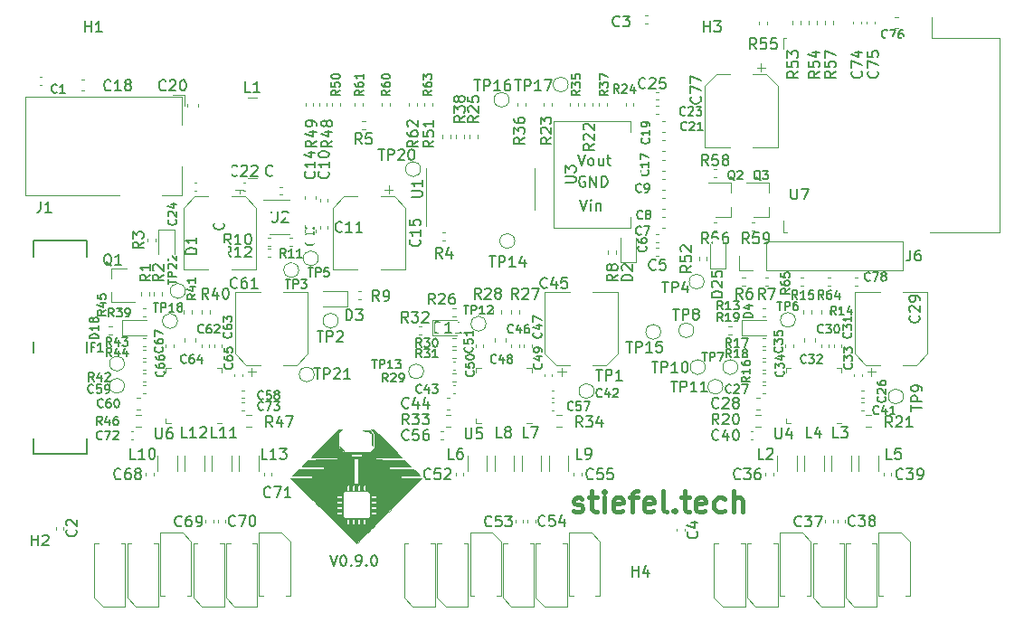
<source format=gto>
G04 #@! TF.GenerationSoftware,KiCad,Pcbnew,5.1.12-84ad8e8a86~92~ubuntu20.04.1*
G04 #@! TF.CreationDate,2022-01-15T16:11:00+01:00*
G04 #@! TF.ProjectId,SaMcam_shield,53614d63-616d-45f7-9368-69656c642e6b,rev?*
G04 #@! TF.SameCoordinates,Original*
G04 #@! TF.FileFunction,Legend,Top*
G04 #@! TF.FilePolarity,Positive*
%FSLAX46Y46*%
G04 Gerber Fmt 4.6, Leading zero omitted, Abs format (unit mm)*
G04 Created by KiCad (PCBNEW 5.1.12-84ad8e8a86~92~ubuntu20.04.1) date 2022-01-15 16:11:00*
%MOMM*%
%LPD*%
G01*
G04 APERTURE LIST*
%ADD10C,0.150000*%
%ADD11C,0.400000*%
%ADD12C,0.010000*%
%ADD13C,0.120000*%
%ADD14C,0.100000*%
%ADD15C,0.200000*%
%ADD16R,3.700000X3.700000*%
%ADD17R,4.300000X4.300000*%
%ADD18R,0.912500X0.850000*%
%ADD19C,2.000000*%
%ADD20C,4.700000*%
%ADD21O,1.700000X1.700000*%
%ADD22R,1.700000X1.700000*%
%ADD23O,1.700000X1.950000*%
%ADD24R,2.400000X7.500000*%
%ADD25R,0.900000X0.800000*%
%ADD26C,1.000000*%
%ADD27R,1.060000X0.650000*%
%ADD28R,3.500000X3.500000*%
G04 APERTURE END LIST*
D10*
X148761904Y-110952380D02*
X149095238Y-111952380D01*
X149428571Y-110952380D01*
X149952380Y-110952380D02*
X150047619Y-110952380D01*
X150142857Y-111000000D01*
X150190476Y-111047619D01*
X150238095Y-111142857D01*
X150285714Y-111333333D01*
X150285714Y-111571428D01*
X150238095Y-111761904D01*
X150190476Y-111857142D01*
X150142857Y-111904761D01*
X150047619Y-111952380D01*
X149952380Y-111952380D01*
X149857142Y-111904761D01*
X149809523Y-111857142D01*
X149761904Y-111761904D01*
X149714285Y-111571428D01*
X149714285Y-111333333D01*
X149761904Y-111142857D01*
X149809523Y-111047619D01*
X149857142Y-111000000D01*
X149952380Y-110952380D01*
X150714285Y-111857142D02*
X150761904Y-111904761D01*
X150714285Y-111952380D01*
X150666666Y-111904761D01*
X150714285Y-111857142D01*
X150714285Y-111952380D01*
X151238095Y-111952380D02*
X151428571Y-111952380D01*
X151523809Y-111904761D01*
X151571428Y-111857142D01*
X151666666Y-111714285D01*
X151714285Y-111523809D01*
X151714285Y-111142857D01*
X151666666Y-111047619D01*
X151619047Y-111000000D01*
X151523809Y-110952380D01*
X151333333Y-110952380D01*
X151238095Y-111000000D01*
X151190476Y-111047619D01*
X151142857Y-111142857D01*
X151142857Y-111380952D01*
X151190476Y-111476190D01*
X151238095Y-111523809D01*
X151333333Y-111571428D01*
X151523809Y-111571428D01*
X151619047Y-111523809D01*
X151666666Y-111476190D01*
X151714285Y-111380952D01*
X152142857Y-111857142D02*
X152190476Y-111904761D01*
X152142857Y-111952380D01*
X152095238Y-111904761D01*
X152142857Y-111857142D01*
X152142857Y-111952380D01*
X152809523Y-110952380D02*
X152904761Y-110952380D01*
X153000000Y-111000000D01*
X153047619Y-111047619D01*
X153095238Y-111142857D01*
X153142857Y-111333333D01*
X153142857Y-111571428D01*
X153095238Y-111761904D01*
X153047619Y-111857142D01*
X153000000Y-111904761D01*
X152904761Y-111952380D01*
X152809523Y-111952380D01*
X152714285Y-111904761D01*
X152666666Y-111857142D01*
X152619047Y-111761904D01*
X152571428Y-111571428D01*
X152571428Y-111333333D01*
X152619047Y-111142857D01*
X152666666Y-111047619D01*
X152714285Y-111000000D01*
X152809523Y-110952380D01*
D11*
X171547619Y-106809523D02*
X171738095Y-106904761D01*
X172119047Y-106904761D01*
X172309523Y-106809523D01*
X172404761Y-106619047D01*
X172404761Y-106523809D01*
X172309523Y-106333333D01*
X172119047Y-106238095D01*
X171833333Y-106238095D01*
X171642857Y-106142857D01*
X171547619Y-105952380D01*
X171547619Y-105857142D01*
X171642857Y-105666666D01*
X171833333Y-105571428D01*
X172119047Y-105571428D01*
X172309523Y-105666666D01*
X172976190Y-105571428D02*
X173738095Y-105571428D01*
X173261904Y-104904761D02*
X173261904Y-106619047D01*
X173357142Y-106809523D01*
X173547619Y-106904761D01*
X173738095Y-106904761D01*
X174404761Y-106904761D02*
X174404761Y-105571428D01*
X174404761Y-104904761D02*
X174309523Y-105000000D01*
X174404761Y-105095238D01*
X174500000Y-105000000D01*
X174404761Y-104904761D01*
X174404761Y-105095238D01*
X176119047Y-106809523D02*
X175928571Y-106904761D01*
X175547619Y-106904761D01*
X175357142Y-106809523D01*
X175261904Y-106619047D01*
X175261904Y-105857142D01*
X175357142Y-105666666D01*
X175547619Y-105571428D01*
X175928571Y-105571428D01*
X176119047Y-105666666D01*
X176214285Y-105857142D01*
X176214285Y-106047619D01*
X175261904Y-106238095D01*
X176785714Y-105571428D02*
X177547619Y-105571428D01*
X177071428Y-106904761D02*
X177071428Y-105190476D01*
X177166666Y-105000000D01*
X177357142Y-104904761D01*
X177547619Y-104904761D01*
X178976190Y-106809523D02*
X178785714Y-106904761D01*
X178404761Y-106904761D01*
X178214285Y-106809523D01*
X178119047Y-106619047D01*
X178119047Y-105857142D01*
X178214285Y-105666666D01*
X178404761Y-105571428D01*
X178785714Y-105571428D01*
X178976190Y-105666666D01*
X179071428Y-105857142D01*
X179071428Y-106047619D01*
X178119047Y-106238095D01*
X180214285Y-106904761D02*
X180023809Y-106809523D01*
X179928571Y-106619047D01*
X179928571Y-104904761D01*
X180976190Y-106714285D02*
X181071428Y-106809523D01*
X180976190Y-106904761D01*
X180880952Y-106809523D01*
X180976190Y-106714285D01*
X180976190Y-106904761D01*
X181642857Y-105571428D02*
X182404761Y-105571428D01*
X181928571Y-104904761D02*
X181928571Y-106619047D01*
X182023809Y-106809523D01*
X182214285Y-106904761D01*
X182404761Y-106904761D01*
X183833333Y-106809523D02*
X183642857Y-106904761D01*
X183261904Y-106904761D01*
X183071428Y-106809523D01*
X182976190Y-106619047D01*
X182976190Y-105857142D01*
X183071428Y-105666666D01*
X183261904Y-105571428D01*
X183642857Y-105571428D01*
X183833333Y-105666666D01*
X183928571Y-105857142D01*
X183928571Y-106047619D01*
X182976190Y-106238095D01*
X185642857Y-106809523D02*
X185452380Y-106904761D01*
X185071428Y-106904761D01*
X184880952Y-106809523D01*
X184785714Y-106714285D01*
X184690476Y-106523809D01*
X184690476Y-105952380D01*
X184785714Y-105761904D01*
X184880952Y-105666666D01*
X185071428Y-105571428D01*
X185452380Y-105571428D01*
X185642857Y-105666666D01*
X186500000Y-106904761D02*
X186500000Y-104904761D01*
X187357142Y-106904761D02*
X187357142Y-105857142D01*
X187261904Y-105666666D01*
X187071428Y-105571428D01*
X186785714Y-105571428D01*
X186595238Y-105666666D01*
X186500000Y-105761904D01*
D12*
G36*
X152422849Y-99256666D02*
G01*
X152435856Y-99268836D01*
X152458963Y-99291049D01*
X152490241Y-99321428D01*
X152527763Y-99358095D01*
X152569601Y-99399174D01*
X152607583Y-99436615D01*
X152766333Y-99593399D01*
X152766306Y-99741649D01*
X152765586Y-99824829D01*
X152763558Y-99916898D01*
X152760371Y-100015078D01*
X152756180Y-100116594D01*
X152751134Y-100218669D01*
X152745387Y-100318525D01*
X152739089Y-100413386D01*
X152732393Y-100500474D01*
X152725450Y-100577014D01*
X152718413Y-100640228D01*
X152716312Y-100656133D01*
X152712332Y-100680956D01*
X152709048Y-100690422D01*
X152705754Y-100686050D01*
X152704467Y-100681533D01*
X152699262Y-100653822D01*
X152693735Y-100611260D01*
X152688013Y-100555924D01*
X152682222Y-100489892D01*
X152676489Y-100415239D01*
X152670940Y-100334043D01*
X152665702Y-100248381D01*
X152660900Y-100160329D01*
X152656660Y-100071964D01*
X152653110Y-99985363D01*
X152650376Y-99902604D01*
X152648583Y-99825762D01*
X152647859Y-99756914D01*
X152647850Y-99750646D01*
X152647800Y-99645258D01*
X152556604Y-99551679D01*
X152519053Y-99512930D01*
X152480204Y-99472476D01*
X152444131Y-99434580D01*
X152414906Y-99403505D01*
X152409512Y-99397696D01*
X152353615Y-99337293D01*
X152193791Y-99327387D01*
X152131919Y-99323274D01*
X152065013Y-99318361D01*
X151999165Y-99313124D01*
X151940470Y-99308040D01*
X151911200Y-99305259D01*
X151866584Y-99300864D01*
X151827392Y-99297091D01*
X151797000Y-99294259D01*
X151778782Y-99292685D01*
X151775733Y-99292482D01*
X151771375Y-99289920D01*
X151780807Y-99284741D01*
X151796021Y-99281384D01*
X151825972Y-99277201D01*
X151868497Y-99272389D01*
X151921430Y-99267145D01*
X151982606Y-99261663D01*
X152049862Y-99256141D01*
X152121032Y-99250775D01*
X152193952Y-99245760D01*
X152249282Y-99242299D01*
X152396864Y-99233500D01*
X152422849Y-99256666D01*
G37*
X152422849Y-99256666D02*
X152435856Y-99268836D01*
X152458963Y-99291049D01*
X152490241Y-99321428D01*
X152527763Y-99358095D01*
X152569601Y-99399174D01*
X152607583Y-99436615D01*
X152766333Y-99593399D01*
X152766306Y-99741649D01*
X152765586Y-99824829D01*
X152763558Y-99916898D01*
X152760371Y-100015078D01*
X152756180Y-100116594D01*
X152751134Y-100218669D01*
X152745387Y-100318525D01*
X152739089Y-100413386D01*
X152732393Y-100500474D01*
X152725450Y-100577014D01*
X152718413Y-100640228D01*
X152716312Y-100656133D01*
X152712332Y-100680956D01*
X152709048Y-100690422D01*
X152705754Y-100686050D01*
X152704467Y-100681533D01*
X152699262Y-100653822D01*
X152693735Y-100611260D01*
X152688013Y-100555924D01*
X152682222Y-100489892D01*
X152676489Y-100415239D01*
X152670940Y-100334043D01*
X152665702Y-100248381D01*
X152660900Y-100160329D01*
X152656660Y-100071964D01*
X152653110Y-99985363D01*
X152650376Y-99902604D01*
X152648583Y-99825762D01*
X152647859Y-99756914D01*
X152647850Y-99750646D01*
X152647800Y-99645258D01*
X152556604Y-99551679D01*
X152519053Y-99512930D01*
X152480204Y-99472476D01*
X152444131Y-99434580D01*
X152414906Y-99403505D01*
X152409512Y-99397696D01*
X152353615Y-99337293D01*
X152193791Y-99327387D01*
X152131919Y-99323274D01*
X152065013Y-99318361D01*
X151999165Y-99313124D01*
X151940470Y-99308040D01*
X151911200Y-99305259D01*
X151866584Y-99300864D01*
X151827392Y-99297091D01*
X151797000Y-99294259D01*
X151778782Y-99292685D01*
X151775733Y-99292482D01*
X151771375Y-99289920D01*
X151780807Y-99284741D01*
X151796021Y-99281384D01*
X151825972Y-99277201D01*
X151868497Y-99272389D01*
X151921430Y-99267145D01*
X151982606Y-99261663D01*
X152049862Y-99256141D01*
X152121032Y-99250775D01*
X152193952Y-99245760D01*
X152249282Y-99242299D01*
X152396864Y-99233500D01*
X152422849Y-99256666D01*
G36*
X149598277Y-100763104D02*
G01*
X149616031Y-100769203D01*
X149629934Y-100774881D01*
X149690112Y-100806150D01*
X149754053Y-100848862D01*
X149817527Y-100899532D01*
X149876307Y-100954674D01*
X149926164Y-101010800D01*
X149942618Y-101032686D01*
X149961002Y-101060221D01*
X149980284Y-101091667D01*
X149998264Y-101123095D01*
X150012742Y-101150574D01*
X150021519Y-101170171D01*
X150023133Y-101176551D01*
X150016629Y-101180951D01*
X149996978Y-101175466D01*
X149963976Y-101160028D01*
X149948613Y-101151928D01*
X149865273Y-101099204D01*
X149786242Y-101034228D01*
X149714835Y-100960354D01*
X149654366Y-100880936D01*
X149615820Y-100815124D01*
X149603187Y-100789530D01*
X149594344Y-100770464D01*
X149591333Y-100762508D01*
X149598277Y-100763104D01*
G37*
X149598277Y-100763104D02*
X149616031Y-100769203D01*
X149629934Y-100774881D01*
X149690112Y-100806150D01*
X149754053Y-100848862D01*
X149817527Y-100899532D01*
X149876307Y-100954674D01*
X149926164Y-101010800D01*
X149942618Y-101032686D01*
X149961002Y-101060221D01*
X149980284Y-101091667D01*
X149998264Y-101123095D01*
X150012742Y-101150574D01*
X150021519Y-101170171D01*
X150023133Y-101176551D01*
X150016629Y-101180951D01*
X149996978Y-101175466D01*
X149963976Y-101160028D01*
X149948613Y-101151928D01*
X149865273Y-101099204D01*
X149786242Y-101034228D01*
X149714835Y-100960354D01*
X149654366Y-100880936D01*
X149615820Y-100815124D01*
X149603187Y-100789530D01*
X149594344Y-100770464D01*
X149591333Y-100762508D01*
X149598277Y-100763104D01*
G36*
X149717531Y-99193318D02*
G01*
X149872944Y-99195633D01*
X149683455Y-99373908D01*
X149493967Y-99552183D01*
X149491799Y-100217019D01*
X149489631Y-100881856D01*
X149938377Y-101305382D01*
X151210538Y-101310505D01*
X152482700Y-101315629D01*
X152700716Y-101098125D01*
X152918733Y-100880622D01*
X152918733Y-99576768D01*
X152726186Y-99384084D01*
X152533638Y-99191400D01*
X152846787Y-99191400D01*
X154146371Y-100491004D01*
X155445956Y-101790609D01*
X154209861Y-101792754D01*
X152973766Y-101794900D01*
X152973766Y-102015033D01*
X154324902Y-102019266D01*
X155676037Y-102023500D01*
X155997068Y-102338773D01*
X156318100Y-102654046D01*
X155274583Y-102654156D01*
X154231067Y-102654266D01*
X154231067Y-102882866D01*
X156546785Y-102882866D01*
X156864161Y-103200328D01*
X157181538Y-103517789D01*
X156275686Y-103519944D01*
X155369833Y-103522100D01*
X155369833Y-103742233D01*
X156349855Y-103746466D01*
X157329878Y-103750700D01*
X154499889Y-106578593D01*
X154314214Y-106764125D01*
X154130653Y-106947538D01*
X153949615Y-107128420D01*
X153771512Y-107306363D01*
X153596754Y-107480955D01*
X153425751Y-107651788D01*
X153258914Y-107818450D01*
X153096653Y-107980533D01*
X152939380Y-108137625D01*
X152787504Y-108289317D01*
X152641437Y-108435200D01*
X152501589Y-108574862D01*
X152368370Y-108707894D01*
X152242191Y-108833886D01*
X152123463Y-108952428D01*
X152012596Y-109063110D01*
X151910000Y-109165523D01*
X151816088Y-109259255D01*
X151731268Y-109343897D01*
X151655951Y-109419039D01*
X151590549Y-109484270D01*
X151535471Y-109539182D01*
X151491128Y-109583364D01*
X151457932Y-109616406D01*
X151436291Y-109637898D01*
X151435905Y-109638280D01*
X151201910Y-109870075D01*
X148903541Y-107573400D01*
X150311000Y-107573400D01*
X150311000Y-107793953D01*
X150311199Y-107865372D01*
X150311855Y-107921694D01*
X150313057Y-107964749D01*
X150314894Y-107996371D01*
X150317456Y-108018391D01*
X150320831Y-108032641D01*
X150322833Y-108037390D01*
X150350617Y-108074297D01*
X150387456Y-108098545D01*
X150430157Y-108109167D01*
X150475527Y-108105197D01*
X150507182Y-108093208D01*
X150527311Y-108078423D01*
X150547089Y-108057278D01*
X150549516Y-108054011D01*
X150555423Y-108045229D01*
X150560043Y-108036012D01*
X150563561Y-108024230D01*
X150566163Y-108007755D01*
X150568036Y-107984460D01*
X150569365Y-107952217D01*
X150570337Y-107908898D01*
X150571137Y-107852374D01*
X150571739Y-107799883D01*
X150574244Y-107573400D01*
X150819000Y-107573400D01*
X150819000Y-107789571D01*
X150819196Y-107862136D01*
X150819981Y-107919843D01*
X150821649Y-107964766D01*
X150824494Y-107998978D01*
X150828809Y-108024553D01*
X150834890Y-108043563D01*
X150843030Y-108058083D01*
X150853523Y-108070186D01*
X150859604Y-108075855D01*
X150898800Y-108100120D01*
X150942940Y-108109488D01*
X150988278Y-108103595D01*
X151017081Y-108091144D01*
X151040055Y-108073874D01*
X151059415Y-108053281D01*
X151064756Y-108045339D01*
X151068945Y-108036135D01*
X151072151Y-108023577D01*
X151074542Y-108005575D01*
X151076287Y-107980040D01*
X151077554Y-107944882D01*
X151078513Y-107898009D01*
X151079332Y-107837332D01*
X151079739Y-107801398D01*
X151082244Y-107573400D01*
X151327000Y-107573400D01*
X151327000Y-107790137D01*
X151327160Y-107859185D01*
X151327715Y-107913396D01*
X151328780Y-107954861D01*
X151330469Y-107985675D01*
X151332894Y-108007929D01*
X151336169Y-108023716D01*
X151340299Y-108034900D01*
X151366792Y-108073097D01*
X151402165Y-108098286D01*
X151443477Y-108109585D01*
X151487784Y-108106109D01*
X151525938Y-108090686D01*
X151547973Y-108073590D01*
X151568352Y-108050845D01*
X151570388Y-108047940D01*
X151576139Y-108038860D01*
X151580601Y-108029327D01*
X151583937Y-108017187D01*
X151586310Y-108000285D01*
X151587885Y-107976466D01*
X151588824Y-107943575D01*
X151589292Y-107899457D01*
X151589308Y-107893378D01*
X151836174Y-107893378D01*
X151836480Y-107940357D01*
X151837153Y-107977512D01*
X151838167Y-108002122D01*
X151838945Y-108009825D01*
X151853020Y-108044438D01*
X151879418Y-108074728D01*
X151913692Y-108097612D01*
X151951397Y-108110004D01*
X151983166Y-108109920D01*
X152009276Y-108102017D01*
X152033938Y-108090686D01*
X152055973Y-108073590D01*
X152076352Y-108050845D01*
X152078388Y-108047940D01*
X152084136Y-108038864D01*
X152088597Y-108029337D01*
X152091932Y-108017203D01*
X152094306Y-108000311D01*
X152095882Y-107976506D01*
X152096822Y-107943634D01*
X152097291Y-107899543D01*
X152097451Y-107842078D01*
X152097466Y-107796294D01*
X152097466Y-107572958D01*
X151968350Y-107575296D01*
X151839233Y-107577633D01*
X151836768Y-107780833D01*
X151836262Y-107839296D01*
X151836174Y-107893378D01*
X151589308Y-107893378D01*
X151589451Y-107841958D01*
X151589466Y-107796514D01*
X151589466Y-107573400D01*
X151327000Y-107573400D01*
X151082244Y-107573400D01*
X150819000Y-107573400D01*
X150574244Y-107573400D01*
X150311000Y-107573400D01*
X148903541Y-107573400D01*
X148329616Y-106999899D01*
X149328162Y-106999899D01*
X149335714Y-107040347D01*
X149357205Y-107077046D01*
X149392467Y-107107187D01*
X149404812Y-107114083D01*
X149417258Y-107120000D01*
X149429780Y-107124547D01*
X149444715Y-107127904D01*
X149464403Y-107130250D01*
X149491183Y-107131766D01*
X149527392Y-107132631D01*
X149575369Y-107133027D01*
X149637454Y-107133131D01*
X149652394Y-107133133D01*
X149862267Y-107133133D01*
X149862267Y-106861410D01*
X149638501Y-106863921D01*
X149570857Y-106864746D01*
X149518033Y-106865633D01*
X149477914Y-106866756D01*
X149448385Y-106868287D01*
X149427334Y-106870400D01*
X149412646Y-106873265D01*
X149402208Y-106877057D01*
X149393905Y-106881948D01*
X149390851Y-106884145D01*
X149355560Y-106918990D01*
X149334720Y-106958511D01*
X149328162Y-106999899D01*
X148329616Y-106999899D01*
X148138138Y-106808563D01*
X147829883Y-106500535D01*
X149329374Y-106500535D01*
X149339564Y-106540895D01*
X149360835Y-106576735D01*
X149391768Y-106604161D01*
X149418777Y-106616375D01*
X149433856Y-106618434D01*
X149463223Y-106620329D01*
X149504232Y-106621968D01*
X149554238Y-106623260D01*
X149610594Y-106624115D01*
X149652717Y-106624405D01*
X149862267Y-106625133D01*
X149862267Y-106353174D01*
X149638500Y-106355804D01*
X149567350Y-106356703D01*
X149511014Y-106357859D01*
X149467374Y-106359754D01*
X149434313Y-106362869D01*
X149409711Y-106367684D01*
X149391453Y-106374682D01*
X149377419Y-106384343D01*
X149365493Y-106397150D01*
X149353555Y-106413582D01*
X149347917Y-106421847D01*
X149331685Y-106459554D01*
X149329374Y-106500535D01*
X147829883Y-106500535D01*
X147526278Y-106197153D01*
X149936830Y-106197153D01*
X149936859Y-106317091D01*
X149937049Y-106436166D01*
X149937401Y-106553107D01*
X149937913Y-106666643D01*
X149938587Y-106775501D01*
X149939422Y-106878413D01*
X149940418Y-106974105D01*
X149941576Y-107061308D01*
X149942894Y-107138750D01*
X149944374Y-107205159D01*
X149946016Y-107259266D01*
X149947818Y-107299798D01*
X149949782Y-107325484D01*
X149951127Y-107333560D01*
X149971969Y-107378851D01*
X150005010Y-107422089D01*
X150045785Y-107458212D01*
X150077844Y-107477171D01*
X150120500Y-107497034D01*
X152287966Y-107497034D01*
X152330622Y-107477171D01*
X152374222Y-107449429D01*
X152413345Y-107410882D01*
X152443526Y-107366589D01*
X152457339Y-107333560D01*
X152459231Y-107325458D01*
X152460930Y-107313987D01*
X152462444Y-107298270D01*
X152463785Y-107277431D01*
X152464963Y-107250593D01*
X152465986Y-107216880D01*
X152466867Y-107175415D01*
X152467482Y-107134158D01*
X152546200Y-107134158D01*
X152769966Y-107131529D01*
X152837614Y-107130668D01*
X152890443Y-107129752D01*
X152930567Y-107128607D01*
X152960100Y-107127058D01*
X152981155Y-107124933D01*
X152995847Y-107122057D01*
X153006290Y-107118257D01*
X153014597Y-107113360D01*
X153017616Y-107111188D01*
X153053452Y-107075627D01*
X153074187Y-107035071D01*
X153079821Y-106992187D01*
X153070354Y-106949642D01*
X153045787Y-106910102D01*
X153017615Y-106884145D01*
X153009570Y-106878788D01*
X153000198Y-106874596D01*
X152987384Y-106871397D01*
X152969016Y-106869017D01*
X152942978Y-106867284D01*
X152907158Y-106866025D01*
X152859441Y-106865068D01*
X152797713Y-106864240D01*
X152769965Y-106863921D01*
X152546200Y-106861410D01*
X152546200Y-107134158D01*
X152467482Y-107134158D01*
X152467614Y-107125322D01*
X152468237Y-107065724D01*
X152468748Y-106995745D01*
X152469155Y-106914508D01*
X152469469Y-106821137D01*
X152469700Y-106714756D01*
X152469816Y-106626158D01*
X152546200Y-106626158D01*
X152769966Y-106623529D01*
X152837614Y-106622668D01*
X152890443Y-106621752D01*
X152930567Y-106620607D01*
X152960100Y-106619058D01*
X152981155Y-106616933D01*
X152995847Y-106614057D01*
X153006290Y-106610257D01*
X153014597Y-106605360D01*
X153017616Y-106603188D01*
X153053452Y-106567627D01*
X153074187Y-106527071D01*
X153079821Y-106484187D01*
X153070354Y-106441642D01*
X153045787Y-106402102D01*
X153017615Y-106376145D01*
X153009570Y-106370788D01*
X153000198Y-106366596D01*
X152987384Y-106363397D01*
X152969016Y-106361017D01*
X152942978Y-106359284D01*
X152907158Y-106358025D01*
X152859441Y-106357068D01*
X152797713Y-106356240D01*
X152769965Y-106355921D01*
X152546200Y-106353410D01*
X152546200Y-106626158D01*
X152469816Y-106626158D01*
X152469858Y-106594487D01*
X152469953Y-106459455D01*
X152469995Y-106308783D01*
X152470000Y-106231404D01*
X152470014Y-106118158D01*
X152546200Y-106118158D01*
X152769966Y-106115529D01*
X152837614Y-106114668D01*
X152890443Y-106113752D01*
X152930567Y-106112607D01*
X152960100Y-106111058D01*
X152981155Y-106108933D01*
X152995847Y-106106057D01*
X153006290Y-106102257D01*
X153014597Y-106097360D01*
X153017616Y-106095188D01*
X153053704Y-106059545D01*
X153074469Y-106017989D01*
X153079600Y-105981666D01*
X153071452Y-105936292D01*
X153047451Y-105895863D01*
X153017616Y-105868145D01*
X153009566Y-105862787D01*
X153000179Y-105858593D01*
X152987341Y-105855389D01*
X152968939Y-105853000D01*
X152942858Y-105851254D01*
X152906985Y-105849976D01*
X152859206Y-105848994D01*
X152797407Y-105848133D01*
X152769966Y-105847804D01*
X152546200Y-105845174D01*
X152546200Y-106118158D01*
X152470014Y-106118158D01*
X152470020Y-106071966D01*
X152470051Y-105928563D01*
X152470045Y-105800297D01*
X152469956Y-105686271D01*
X152469791Y-105609922D01*
X152546200Y-105609922D01*
X152769965Y-105607411D01*
X152837609Y-105606587D01*
X152890433Y-105605699D01*
X152930553Y-105604576D01*
X152960081Y-105603045D01*
X152981132Y-105600933D01*
X152995820Y-105598067D01*
X153006258Y-105594275D01*
X153014561Y-105589384D01*
X153017615Y-105587188D01*
X153053451Y-105551628D01*
X153074187Y-105511072D01*
X153079821Y-105468188D01*
X153070355Y-105425643D01*
X153045787Y-105386102D01*
X153017616Y-105360145D01*
X153009566Y-105354787D01*
X153000179Y-105350593D01*
X152987341Y-105347389D01*
X152968939Y-105345000D01*
X152942858Y-105343254D01*
X152906985Y-105341976D01*
X152859206Y-105340994D01*
X152797407Y-105340133D01*
X152769966Y-105339804D01*
X152546200Y-105337174D01*
X152546200Y-105609922D01*
X152469791Y-105609922D01*
X152469738Y-105585587D01*
X152469343Y-105497348D01*
X152468726Y-105420654D01*
X152467841Y-105354609D01*
X152466640Y-105298315D01*
X152465077Y-105250873D01*
X152463105Y-105211386D01*
X152460679Y-105178957D01*
X152457751Y-105152687D01*
X152454275Y-105131678D01*
X152450205Y-105115033D01*
X152445494Y-105101854D01*
X152440096Y-105091243D01*
X152433964Y-105082302D01*
X152427051Y-105074133D01*
X152419312Y-105065839D01*
X152410699Y-105056522D01*
X152409066Y-105054682D01*
X152383675Y-105029505D01*
X152355592Y-105007013D01*
X152339852Y-104997062D01*
X152304900Y-104978366D01*
X150103567Y-104978366D01*
X150068614Y-104997062D01*
X150029118Y-105025136D01*
X149992844Y-105063317D01*
X149964465Y-105106011D01*
X149951127Y-105137773D01*
X149949060Y-105153260D01*
X149947154Y-105184408D01*
X149945409Y-105229946D01*
X149943826Y-105288604D01*
X149942404Y-105359110D01*
X149941143Y-105440193D01*
X149940043Y-105530582D01*
X149939104Y-105629005D01*
X149938327Y-105734192D01*
X149937711Y-105844871D01*
X149937256Y-105959772D01*
X149936963Y-106077623D01*
X149936830Y-106197153D01*
X147526278Y-106197153D01*
X147321509Y-105992535D01*
X149329374Y-105992535D01*
X149339564Y-106032895D01*
X149360835Y-106068735D01*
X149391768Y-106096161D01*
X149418777Y-106108375D01*
X149433856Y-106110434D01*
X149463223Y-106112329D01*
X149504232Y-106113968D01*
X149554238Y-106115260D01*
X149610594Y-106116115D01*
X149652717Y-106116405D01*
X149862267Y-106117133D01*
X149862267Y-105845174D01*
X149638500Y-105847804D01*
X149567350Y-105848703D01*
X149511014Y-105849859D01*
X149467374Y-105851754D01*
X149434313Y-105854869D01*
X149409711Y-105859684D01*
X149391453Y-105866682D01*
X149377419Y-105876343D01*
X149365493Y-105889150D01*
X149353555Y-105905582D01*
X149347917Y-105913847D01*
X149331685Y-105951554D01*
X149329374Y-105992535D01*
X147321509Y-105992535D01*
X146821539Y-105492933D01*
X149330442Y-105492933D01*
X149342594Y-105533207D01*
X149366777Y-105568243D01*
X149402357Y-105594573D01*
X149413538Y-105599621D01*
X149427958Y-105602056D01*
X149456937Y-105604237D01*
X149498102Y-105606074D01*
X149549080Y-105607476D01*
X149607496Y-105608352D01*
X149648483Y-105608596D01*
X149862267Y-105609133D01*
X149862267Y-105338200D01*
X149656097Y-105338200D01*
X149584120Y-105338440D01*
X149526917Y-105339351D01*
X149482332Y-105341213D01*
X149448211Y-105344310D01*
X149422398Y-105348924D01*
X149402738Y-105355337D01*
X149387075Y-105363831D01*
X149373255Y-105374690D01*
X149372512Y-105375356D01*
X149344766Y-105410540D01*
X149330954Y-105450888D01*
X149330442Y-105492933D01*
X146821539Y-105492933D01*
X146002820Y-104674818D01*
X150311000Y-104674818D01*
X150311000Y-104897933D01*
X150574244Y-104897933D01*
X150818222Y-104897933D01*
X151082244Y-104897933D01*
X151326222Y-104897933D01*
X151589466Y-104897933D01*
X151589466Y-104772928D01*
X151836028Y-104772928D01*
X151836233Y-104819005D01*
X151836773Y-104854953D01*
X151837628Y-104878361D01*
X151838553Y-104886512D01*
X151844104Y-104891133D01*
X151858072Y-104894399D01*
X151882599Y-104896498D01*
X151919826Y-104897613D01*
X151970201Y-104897933D01*
X152097466Y-104897933D01*
X152097466Y-104674818D01*
X152097420Y-104607492D01*
X152097171Y-104554945D01*
X152096556Y-104515021D01*
X152095412Y-104485566D01*
X152093575Y-104464425D01*
X152090882Y-104449443D01*
X152087168Y-104438466D01*
X152082272Y-104429338D01*
X152078388Y-104423393D01*
X152046669Y-104389559D01*
X152008295Y-104369030D01*
X151966645Y-104361900D01*
X151925101Y-104368262D01*
X151887045Y-104388210D01*
X151858951Y-104417322D01*
X151852903Y-104426342D01*
X151848207Y-104435828D01*
X151844660Y-104447978D01*
X151842061Y-104464990D01*
X151840209Y-104489062D01*
X151838901Y-104522392D01*
X151837937Y-104567178D01*
X151837115Y-104625618D01*
X151836702Y-104660029D01*
X151836178Y-104719133D01*
X151836028Y-104772928D01*
X151589466Y-104772928D01*
X151589466Y-104674818D01*
X151589420Y-104607492D01*
X151589171Y-104554945D01*
X151588556Y-104515021D01*
X151587412Y-104485566D01*
X151585575Y-104464425D01*
X151582882Y-104449443D01*
X151579168Y-104438466D01*
X151574272Y-104429338D01*
X151570388Y-104423393D01*
X151538669Y-104389559D01*
X151500295Y-104369030D01*
X151458645Y-104361900D01*
X151417101Y-104368262D01*
X151379045Y-104388210D01*
X151350951Y-104417322D01*
X151345043Y-104426103D01*
X151340423Y-104435321D01*
X151336905Y-104447103D01*
X151334303Y-104463577D01*
X151332430Y-104486872D01*
X151331101Y-104519115D01*
X151330130Y-104562434D01*
X151329329Y-104618958D01*
X151328728Y-104671450D01*
X151326222Y-104897933D01*
X151082244Y-104897933D01*
X151079739Y-104669934D01*
X151078927Y-104601621D01*
X151078059Y-104548149D01*
X151076966Y-104507431D01*
X151075479Y-104477375D01*
X151073430Y-104455891D01*
X151070650Y-104440889D01*
X151066971Y-104430279D01*
X151062224Y-104421971D01*
X151059415Y-104418051D01*
X151025750Y-104385592D01*
X150985835Y-104367040D01*
X150943077Y-104362396D01*
X150900886Y-104371661D01*
X150862670Y-104394833D01*
X150841052Y-104418051D01*
X150835710Y-104425993D01*
X150831521Y-104435198D01*
X150828316Y-104447756D01*
X150825925Y-104465757D01*
X150824180Y-104491292D01*
X150822912Y-104526451D01*
X150821953Y-104573323D01*
X150821135Y-104634000D01*
X150820728Y-104669934D01*
X150818222Y-104897933D01*
X150574244Y-104897933D01*
X150571739Y-104671450D01*
X150570945Y-104603594D01*
X150570119Y-104550543D01*
X150569076Y-104510169D01*
X150567630Y-104480343D01*
X150565593Y-104458938D01*
X150562781Y-104443826D01*
X150559007Y-104432878D01*
X150554086Y-104423967D01*
X150549516Y-104417322D01*
X150517377Y-104385255D01*
X150478754Y-104366856D01*
X150437028Y-104362033D01*
X150395580Y-104370691D01*
X150357792Y-104392737D01*
X150330079Y-104423393D01*
X150324327Y-104432472D01*
X150319866Y-104442005D01*
X150316530Y-104454145D01*
X150314156Y-104471047D01*
X150312581Y-104494866D01*
X150311642Y-104527757D01*
X150311175Y-104571875D01*
X150311015Y-104629375D01*
X150311000Y-104674818D01*
X146002820Y-104674818D01*
X145074366Y-103747050D01*
X146058617Y-103746758D01*
X147042866Y-103746466D01*
X147042866Y-103610118D01*
X150989851Y-103610118D01*
X150989869Y-103725851D01*
X150989945Y-103833102D01*
X150990078Y-103930899D01*
X150990265Y-104018267D01*
X150990506Y-104094234D01*
X150990799Y-104157827D01*
X150991141Y-104208073D01*
X150991533Y-104243997D01*
X150991972Y-104264628D01*
X150992298Y-104269431D01*
X150997292Y-104272879D01*
X151010387Y-104275446D01*
X151033214Y-104277195D01*
X151067406Y-104278193D01*
X151114594Y-104278502D01*
X151176411Y-104278189D01*
X151206141Y-104277898D01*
X151415900Y-104275633D01*
X151415900Y-101904966D01*
X150992567Y-101904966D01*
X150990390Y-103081833D01*
X150990161Y-103221761D01*
X150989995Y-103357100D01*
X150989892Y-103486877D01*
X150989851Y-103610118D01*
X147042866Y-103610118D01*
X147042866Y-103517866D01*
X145226851Y-103517866D01*
X145544267Y-103200366D01*
X145861682Y-102882866D01*
X148177400Y-102882866D01*
X148177400Y-102654266D01*
X146098918Y-102654266D01*
X146416307Y-102336792D01*
X146733697Y-102019318D01*
X148084198Y-102017175D01*
X149434700Y-102015033D01*
X149434700Y-101794900D01*
X148200672Y-101790666D01*
X146966645Y-101786433D01*
X147030146Y-101722933D01*
X150708933Y-101722933D01*
X151699533Y-101722933D01*
X151699533Y-101494333D01*
X151294450Y-101494333D01*
X151209503Y-101494215D01*
X151126709Y-101493879D01*
X151048231Y-101493349D01*
X150976231Y-101492648D01*
X150912871Y-101491800D01*
X150860313Y-101490831D01*
X150820720Y-101489763D01*
X150799150Y-101488813D01*
X150708933Y-101483293D01*
X150708933Y-101722933D01*
X147030146Y-101722933D01*
X149562117Y-99191003D01*
X149717531Y-99193318D01*
G37*
X149717531Y-99193318D02*
X149872944Y-99195633D01*
X149683455Y-99373908D01*
X149493967Y-99552183D01*
X149491799Y-100217019D01*
X149489631Y-100881856D01*
X149938377Y-101305382D01*
X151210538Y-101310505D01*
X152482700Y-101315629D01*
X152700716Y-101098125D01*
X152918733Y-100880622D01*
X152918733Y-99576768D01*
X152726186Y-99384084D01*
X152533638Y-99191400D01*
X152846787Y-99191400D01*
X154146371Y-100491004D01*
X155445956Y-101790609D01*
X154209861Y-101792754D01*
X152973766Y-101794900D01*
X152973766Y-102015033D01*
X154324902Y-102019266D01*
X155676037Y-102023500D01*
X155997068Y-102338773D01*
X156318100Y-102654046D01*
X155274583Y-102654156D01*
X154231067Y-102654266D01*
X154231067Y-102882866D01*
X156546785Y-102882866D01*
X156864161Y-103200328D01*
X157181538Y-103517789D01*
X156275686Y-103519944D01*
X155369833Y-103522100D01*
X155369833Y-103742233D01*
X156349855Y-103746466D01*
X157329878Y-103750700D01*
X154499889Y-106578593D01*
X154314214Y-106764125D01*
X154130653Y-106947538D01*
X153949615Y-107128420D01*
X153771512Y-107306363D01*
X153596754Y-107480955D01*
X153425751Y-107651788D01*
X153258914Y-107818450D01*
X153096653Y-107980533D01*
X152939380Y-108137625D01*
X152787504Y-108289317D01*
X152641437Y-108435200D01*
X152501589Y-108574862D01*
X152368370Y-108707894D01*
X152242191Y-108833886D01*
X152123463Y-108952428D01*
X152012596Y-109063110D01*
X151910000Y-109165523D01*
X151816088Y-109259255D01*
X151731268Y-109343897D01*
X151655951Y-109419039D01*
X151590549Y-109484270D01*
X151535471Y-109539182D01*
X151491128Y-109583364D01*
X151457932Y-109616406D01*
X151436291Y-109637898D01*
X151435905Y-109638280D01*
X151201910Y-109870075D01*
X148903541Y-107573400D01*
X150311000Y-107573400D01*
X150311000Y-107793953D01*
X150311199Y-107865372D01*
X150311855Y-107921694D01*
X150313057Y-107964749D01*
X150314894Y-107996371D01*
X150317456Y-108018391D01*
X150320831Y-108032641D01*
X150322833Y-108037390D01*
X150350617Y-108074297D01*
X150387456Y-108098545D01*
X150430157Y-108109167D01*
X150475527Y-108105197D01*
X150507182Y-108093208D01*
X150527311Y-108078423D01*
X150547089Y-108057278D01*
X150549516Y-108054011D01*
X150555423Y-108045229D01*
X150560043Y-108036012D01*
X150563561Y-108024230D01*
X150566163Y-108007755D01*
X150568036Y-107984460D01*
X150569365Y-107952217D01*
X150570337Y-107908898D01*
X150571137Y-107852374D01*
X150571739Y-107799883D01*
X150574244Y-107573400D01*
X150819000Y-107573400D01*
X150819000Y-107789571D01*
X150819196Y-107862136D01*
X150819981Y-107919843D01*
X150821649Y-107964766D01*
X150824494Y-107998978D01*
X150828809Y-108024553D01*
X150834890Y-108043563D01*
X150843030Y-108058083D01*
X150853523Y-108070186D01*
X150859604Y-108075855D01*
X150898800Y-108100120D01*
X150942940Y-108109488D01*
X150988278Y-108103595D01*
X151017081Y-108091144D01*
X151040055Y-108073874D01*
X151059415Y-108053281D01*
X151064756Y-108045339D01*
X151068945Y-108036135D01*
X151072151Y-108023577D01*
X151074542Y-108005575D01*
X151076287Y-107980040D01*
X151077554Y-107944882D01*
X151078513Y-107898009D01*
X151079332Y-107837332D01*
X151079739Y-107801398D01*
X151082244Y-107573400D01*
X151327000Y-107573400D01*
X151327000Y-107790137D01*
X151327160Y-107859185D01*
X151327715Y-107913396D01*
X151328780Y-107954861D01*
X151330469Y-107985675D01*
X151332894Y-108007929D01*
X151336169Y-108023716D01*
X151340299Y-108034900D01*
X151366792Y-108073097D01*
X151402165Y-108098286D01*
X151443477Y-108109585D01*
X151487784Y-108106109D01*
X151525938Y-108090686D01*
X151547973Y-108073590D01*
X151568352Y-108050845D01*
X151570388Y-108047940D01*
X151576139Y-108038860D01*
X151580601Y-108029327D01*
X151583937Y-108017187D01*
X151586310Y-108000285D01*
X151587885Y-107976466D01*
X151588824Y-107943575D01*
X151589292Y-107899457D01*
X151589308Y-107893378D01*
X151836174Y-107893378D01*
X151836480Y-107940357D01*
X151837153Y-107977512D01*
X151838167Y-108002122D01*
X151838945Y-108009825D01*
X151853020Y-108044438D01*
X151879418Y-108074728D01*
X151913692Y-108097612D01*
X151951397Y-108110004D01*
X151983166Y-108109920D01*
X152009276Y-108102017D01*
X152033938Y-108090686D01*
X152055973Y-108073590D01*
X152076352Y-108050845D01*
X152078388Y-108047940D01*
X152084136Y-108038864D01*
X152088597Y-108029337D01*
X152091932Y-108017203D01*
X152094306Y-108000311D01*
X152095882Y-107976506D01*
X152096822Y-107943634D01*
X152097291Y-107899543D01*
X152097451Y-107842078D01*
X152097466Y-107796294D01*
X152097466Y-107572958D01*
X151968350Y-107575296D01*
X151839233Y-107577633D01*
X151836768Y-107780833D01*
X151836262Y-107839296D01*
X151836174Y-107893378D01*
X151589308Y-107893378D01*
X151589451Y-107841958D01*
X151589466Y-107796514D01*
X151589466Y-107573400D01*
X151327000Y-107573400D01*
X151082244Y-107573400D01*
X150819000Y-107573400D01*
X150574244Y-107573400D01*
X150311000Y-107573400D01*
X148903541Y-107573400D01*
X148329616Y-106999899D01*
X149328162Y-106999899D01*
X149335714Y-107040347D01*
X149357205Y-107077046D01*
X149392467Y-107107187D01*
X149404812Y-107114083D01*
X149417258Y-107120000D01*
X149429780Y-107124547D01*
X149444715Y-107127904D01*
X149464403Y-107130250D01*
X149491183Y-107131766D01*
X149527392Y-107132631D01*
X149575369Y-107133027D01*
X149637454Y-107133131D01*
X149652394Y-107133133D01*
X149862267Y-107133133D01*
X149862267Y-106861410D01*
X149638501Y-106863921D01*
X149570857Y-106864746D01*
X149518033Y-106865633D01*
X149477914Y-106866756D01*
X149448385Y-106868287D01*
X149427334Y-106870400D01*
X149412646Y-106873265D01*
X149402208Y-106877057D01*
X149393905Y-106881948D01*
X149390851Y-106884145D01*
X149355560Y-106918990D01*
X149334720Y-106958511D01*
X149328162Y-106999899D01*
X148329616Y-106999899D01*
X148138138Y-106808563D01*
X147829883Y-106500535D01*
X149329374Y-106500535D01*
X149339564Y-106540895D01*
X149360835Y-106576735D01*
X149391768Y-106604161D01*
X149418777Y-106616375D01*
X149433856Y-106618434D01*
X149463223Y-106620329D01*
X149504232Y-106621968D01*
X149554238Y-106623260D01*
X149610594Y-106624115D01*
X149652717Y-106624405D01*
X149862267Y-106625133D01*
X149862267Y-106353174D01*
X149638500Y-106355804D01*
X149567350Y-106356703D01*
X149511014Y-106357859D01*
X149467374Y-106359754D01*
X149434313Y-106362869D01*
X149409711Y-106367684D01*
X149391453Y-106374682D01*
X149377419Y-106384343D01*
X149365493Y-106397150D01*
X149353555Y-106413582D01*
X149347917Y-106421847D01*
X149331685Y-106459554D01*
X149329374Y-106500535D01*
X147829883Y-106500535D01*
X147526278Y-106197153D01*
X149936830Y-106197153D01*
X149936859Y-106317091D01*
X149937049Y-106436166D01*
X149937401Y-106553107D01*
X149937913Y-106666643D01*
X149938587Y-106775501D01*
X149939422Y-106878413D01*
X149940418Y-106974105D01*
X149941576Y-107061308D01*
X149942894Y-107138750D01*
X149944374Y-107205159D01*
X149946016Y-107259266D01*
X149947818Y-107299798D01*
X149949782Y-107325484D01*
X149951127Y-107333560D01*
X149971969Y-107378851D01*
X150005010Y-107422089D01*
X150045785Y-107458212D01*
X150077844Y-107477171D01*
X150120500Y-107497034D01*
X152287966Y-107497034D01*
X152330622Y-107477171D01*
X152374222Y-107449429D01*
X152413345Y-107410882D01*
X152443526Y-107366589D01*
X152457339Y-107333560D01*
X152459231Y-107325458D01*
X152460930Y-107313987D01*
X152462444Y-107298270D01*
X152463785Y-107277431D01*
X152464963Y-107250593D01*
X152465986Y-107216880D01*
X152466867Y-107175415D01*
X152467482Y-107134158D01*
X152546200Y-107134158D01*
X152769966Y-107131529D01*
X152837614Y-107130668D01*
X152890443Y-107129752D01*
X152930567Y-107128607D01*
X152960100Y-107127058D01*
X152981155Y-107124933D01*
X152995847Y-107122057D01*
X153006290Y-107118257D01*
X153014597Y-107113360D01*
X153017616Y-107111188D01*
X153053452Y-107075627D01*
X153074187Y-107035071D01*
X153079821Y-106992187D01*
X153070354Y-106949642D01*
X153045787Y-106910102D01*
X153017615Y-106884145D01*
X153009570Y-106878788D01*
X153000198Y-106874596D01*
X152987384Y-106871397D01*
X152969016Y-106869017D01*
X152942978Y-106867284D01*
X152907158Y-106866025D01*
X152859441Y-106865068D01*
X152797713Y-106864240D01*
X152769965Y-106863921D01*
X152546200Y-106861410D01*
X152546200Y-107134158D01*
X152467482Y-107134158D01*
X152467614Y-107125322D01*
X152468237Y-107065724D01*
X152468748Y-106995745D01*
X152469155Y-106914508D01*
X152469469Y-106821137D01*
X152469700Y-106714756D01*
X152469816Y-106626158D01*
X152546200Y-106626158D01*
X152769966Y-106623529D01*
X152837614Y-106622668D01*
X152890443Y-106621752D01*
X152930567Y-106620607D01*
X152960100Y-106619058D01*
X152981155Y-106616933D01*
X152995847Y-106614057D01*
X153006290Y-106610257D01*
X153014597Y-106605360D01*
X153017616Y-106603188D01*
X153053452Y-106567627D01*
X153074187Y-106527071D01*
X153079821Y-106484187D01*
X153070354Y-106441642D01*
X153045787Y-106402102D01*
X153017615Y-106376145D01*
X153009570Y-106370788D01*
X153000198Y-106366596D01*
X152987384Y-106363397D01*
X152969016Y-106361017D01*
X152942978Y-106359284D01*
X152907158Y-106358025D01*
X152859441Y-106357068D01*
X152797713Y-106356240D01*
X152769965Y-106355921D01*
X152546200Y-106353410D01*
X152546200Y-106626158D01*
X152469816Y-106626158D01*
X152469858Y-106594487D01*
X152469953Y-106459455D01*
X152469995Y-106308783D01*
X152470000Y-106231404D01*
X152470014Y-106118158D01*
X152546200Y-106118158D01*
X152769966Y-106115529D01*
X152837614Y-106114668D01*
X152890443Y-106113752D01*
X152930567Y-106112607D01*
X152960100Y-106111058D01*
X152981155Y-106108933D01*
X152995847Y-106106057D01*
X153006290Y-106102257D01*
X153014597Y-106097360D01*
X153017616Y-106095188D01*
X153053704Y-106059545D01*
X153074469Y-106017989D01*
X153079600Y-105981666D01*
X153071452Y-105936292D01*
X153047451Y-105895863D01*
X153017616Y-105868145D01*
X153009566Y-105862787D01*
X153000179Y-105858593D01*
X152987341Y-105855389D01*
X152968939Y-105853000D01*
X152942858Y-105851254D01*
X152906985Y-105849976D01*
X152859206Y-105848994D01*
X152797407Y-105848133D01*
X152769966Y-105847804D01*
X152546200Y-105845174D01*
X152546200Y-106118158D01*
X152470014Y-106118158D01*
X152470020Y-106071966D01*
X152470051Y-105928563D01*
X152470045Y-105800297D01*
X152469956Y-105686271D01*
X152469791Y-105609922D01*
X152546200Y-105609922D01*
X152769965Y-105607411D01*
X152837609Y-105606587D01*
X152890433Y-105605699D01*
X152930553Y-105604576D01*
X152960081Y-105603045D01*
X152981132Y-105600933D01*
X152995820Y-105598067D01*
X153006258Y-105594275D01*
X153014561Y-105589384D01*
X153017615Y-105587188D01*
X153053451Y-105551628D01*
X153074187Y-105511072D01*
X153079821Y-105468188D01*
X153070355Y-105425643D01*
X153045787Y-105386102D01*
X153017616Y-105360145D01*
X153009566Y-105354787D01*
X153000179Y-105350593D01*
X152987341Y-105347389D01*
X152968939Y-105345000D01*
X152942858Y-105343254D01*
X152906985Y-105341976D01*
X152859206Y-105340994D01*
X152797407Y-105340133D01*
X152769966Y-105339804D01*
X152546200Y-105337174D01*
X152546200Y-105609922D01*
X152469791Y-105609922D01*
X152469738Y-105585587D01*
X152469343Y-105497348D01*
X152468726Y-105420654D01*
X152467841Y-105354609D01*
X152466640Y-105298315D01*
X152465077Y-105250873D01*
X152463105Y-105211386D01*
X152460679Y-105178957D01*
X152457751Y-105152687D01*
X152454275Y-105131678D01*
X152450205Y-105115033D01*
X152445494Y-105101854D01*
X152440096Y-105091243D01*
X152433964Y-105082302D01*
X152427051Y-105074133D01*
X152419312Y-105065839D01*
X152410699Y-105056522D01*
X152409066Y-105054682D01*
X152383675Y-105029505D01*
X152355592Y-105007013D01*
X152339852Y-104997062D01*
X152304900Y-104978366D01*
X150103567Y-104978366D01*
X150068614Y-104997062D01*
X150029118Y-105025136D01*
X149992844Y-105063317D01*
X149964465Y-105106011D01*
X149951127Y-105137773D01*
X149949060Y-105153260D01*
X149947154Y-105184408D01*
X149945409Y-105229946D01*
X149943826Y-105288604D01*
X149942404Y-105359110D01*
X149941143Y-105440193D01*
X149940043Y-105530582D01*
X149939104Y-105629005D01*
X149938327Y-105734192D01*
X149937711Y-105844871D01*
X149937256Y-105959772D01*
X149936963Y-106077623D01*
X149936830Y-106197153D01*
X147526278Y-106197153D01*
X147321509Y-105992535D01*
X149329374Y-105992535D01*
X149339564Y-106032895D01*
X149360835Y-106068735D01*
X149391768Y-106096161D01*
X149418777Y-106108375D01*
X149433856Y-106110434D01*
X149463223Y-106112329D01*
X149504232Y-106113968D01*
X149554238Y-106115260D01*
X149610594Y-106116115D01*
X149652717Y-106116405D01*
X149862267Y-106117133D01*
X149862267Y-105845174D01*
X149638500Y-105847804D01*
X149567350Y-105848703D01*
X149511014Y-105849859D01*
X149467374Y-105851754D01*
X149434313Y-105854869D01*
X149409711Y-105859684D01*
X149391453Y-105866682D01*
X149377419Y-105876343D01*
X149365493Y-105889150D01*
X149353555Y-105905582D01*
X149347917Y-105913847D01*
X149331685Y-105951554D01*
X149329374Y-105992535D01*
X147321509Y-105992535D01*
X146821539Y-105492933D01*
X149330442Y-105492933D01*
X149342594Y-105533207D01*
X149366777Y-105568243D01*
X149402357Y-105594573D01*
X149413538Y-105599621D01*
X149427958Y-105602056D01*
X149456937Y-105604237D01*
X149498102Y-105606074D01*
X149549080Y-105607476D01*
X149607496Y-105608352D01*
X149648483Y-105608596D01*
X149862267Y-105609133D01*
X149862267Y-105338200D01*
X149656097Y-105338200D01*
X149584120Y-105338440D01*
X149526917Y-105339351D01*
X149482332Y-105341213D01*
X149448211Y-105344310D01*
X149422398Y-105348924D01*
X149402738Y-105355337D01*
X149387075Y-105363831D01*
X149373255Y-105374690D01*
X149372512Y-105375356D01*
X149344766Y-105410540D01*
X149330954Y-105450888D01*
X149330442Y-105492933D01*
X146821539Y-105492933D01*
X146002820Y-104674818D01*
X150311000Y-104674818D01*
X150311000Y-104897933D01*
X150574244Y-104897933D01*
X150818222Y-104897933D01*
X151082244Y-104897933D01*
X151326222Y-104897933D01*
X151589466Y-104897933D01*
X151589466Y-104772928D01*
X151836028Y-104772928D01*
X151836233Y-104819005D01*
X151836773Y-104854953D01*
X151837628Y-104878361D01*
X151838553Y-104886512D01*
X151844104Y-104891133D01*
X151858072Y-104894399D01*
X151882599Y-104896498D01*
X151919826Y-104897613D01*
X151970201Y-104897933D01*
X152097466Y-104897933D01*
X152097466Y-104674818D01*
X152097420Y-104607492D01*
X152097171Y-104554945D01*
X152096556Y-104515021D01*
X152095412Y-104485566D01*
X152093575Y-104464425D01*
X152090882Y-104449443D01*
X152087168Y-104438466D01*
X152082272Y-104429338D01*
X152078388Y-104423393D01*
X152046669Y-104389559D01*
X152008295Y-104369030D01*
X151966645Y-104361900D01*
X151925101Y-104368262D01*
X151887045Y-104388210D01*
X151858951Y-104417322D01*
X151852903Y-104426342D01*
X151848207Y-104435828D01*
X151844660Y-104447978D01*
X151842061Y-104464990D01*
X151840209Y-104489062D01*
X151838901Y-104522392D01*
X151837937Y-104567178D01*
X151837115Y-104625618D01*
X151836702Y-104660029D01*
X151836178Y-104719133D01*
X151836028Y-104772928D01*
X151589466Y-104772928D01*
X151589466Y-104674818D01*
X151589420Y-104607492D01*
X151589171Y-104554945D01*
X151588556Y-104515021D01*
X151587412Y-104485566D01*
X151585575Y-104464425D01*
X151582882Y-104449443D01*
X151579168Y-104438466D01*
X151574272Y-104429338D01*
X151570388Y-104423393D01*
X151538669Y-104389559D01*
X151500295Y-104369030D01*
X151458645Y-104361900D01*
X151417101Y-104368262D01*
X151379045Y-104388210D01*
X151350951Y-104417322D01*
X151345043Y-104426103D01*
X151340423Y-104435321D01*
X151336905Y-104447103D01*
X151334303Y-104463577D01*
X151332430Y-104486872D01*
X151331101Y-104519115D01*
X151330130Y-104562434D01*
X151329329Y-104618958D01*
X151328728Y-104671450D01*
X151326222Y-104897933D01*
X151082244Y-104897933D01*
X151079739Y-104669934D01*
X151078927Y-104601621D01*
X151078059Y-104548149D01*
X151076966Y-104507431D01*
X151075479Y-104477375D01*
X151073430Y-104455891D01*
X151070650Y-104440889D01*
X151066971Y-104430279D01*
X151062224Y-104421971D01*
X151059415Y-104418051D01*
X151025750Y-104385592D01*
X150985835Y-104367040D01*
X150943077Y-104362396D01*
X150900886Y-104371661D01*
X150862670Y-104394833D01*
X150841052Y-104418051D01*
X150835710Y-104425993D01*
X150831521Y-104435198D01*
X150828316Y-104447756D01*
X150825925Y-104465757D01*
X150824180Y-104491292D01*
X150822912Y-104526451D01*
X150821953Y-104573323D01*
X150821135Y-104634000D01*
X150820728Y-104669934D01*
X150818222Y-104897933D01*
X150574244Y-104897933D01*
X150571739Y-104671450D01*
X150570945Y-104603594D01*
X150570119Y-104550543D01*
X150569076Y-104510169D01*
X150567630Y-104480343D01*
X150565593Y-104458938D01*
X150562781Y-104443826D01*
X150559007Y-104432878D01*
X150554086Y-104423967D01*
X150549516Y-104417322D01*
X150517377Y-104385255D01*
X150478754Y-104366856D01*
X150437028Y-104362033D01*
X150395580Y-104370691D01*
X150357792Y-104392737D01*
X150330079Y-104423393D01*
X150324327Y-104432472D01*
X150319866Y-104442005D01*
X150316530Y-104454145D01*
X150314156Y-104471047D01*
X150312581Y-104494866D01*
X150311642Y-104527757D01*
X150311175Y-104571875D01*
X150311015Y-104629375D01*
X150311000Y-104674818D01*
X146002820Y-104674818D01*
X145074366Y-103747050D01*
X146058617Y-103746758D01*
X147042866Y-103746466D01*
X147042866Y-103610118D01*
X150989851Y-103610118D01*
X150989869Y-103725851D01*
X150989945Y-103833102D01*
X150990078Y-103930899D01*
X150990265Y-104018267D01*
X150990506Y-104094234D01*
X150990799Y-104157827D01*
X150991141Y-104208073D01*
X150991533Y-104243997D01*
X150991972Y-104264628D01*
X150992298Y-104269431D01*
X150997292Y-104272879D01*
X151010387Y-104275446D01*
X151033214Y-104277195D01*
X151067406Y-104278193D01*
X151114594Y-104278502D01*
X151176411Y-104278189D01*
X151206141Y-104277898D01*
X151415900Y-104275633D01*
X151415900Y-101904966D01*
X150992567Y-101904966D01*
X150990390Y-103081833D01*
X150990161Y-103221761D01*
X150989995Y-103357100D01*
X150989892Y-103486877D01*
X150989851Y-103610118D01*
X147042866Y-103610118D01*
X147042866Y-103517866D01*
X145226851Y-103517866D01*
X145544267Y-103200366D01*
X145861682Y-102882866D01*
X148177400Y-102882866D01*
X148177400Y-102654266D01*
X146098918Y-102654266D01*
X146416307Y-102336792D01*
X146733697Y-102019318D01*
X148084198Y-102017175D01*
X149434700Y-102015033D01*
X149434700Y-101794900D01*
X148200672Y-101790666D01*
X146966645Y-101786433D01*
X147030146Y-101722933D01*
X150708933Y-101722933D01*
X151699533Y-101722933D01*
X151699533Y-101494333D01*
X151294450Y-101494333D01*
X151209503Y-101494215D01*
X151126709Y-101493879D01*
X151048231Y-101493349D01*
X150976231Y-101492648D01*
X150912871Y-101491800D01*
X150860313Y-101490831D01*
X150820720Y-101489763D01*
X150799150Y-101488813D01*
X150708933Y-101483293D01*
X150708933Y-101722933D01*
X147030146Y-101722933D01*
X149562117Y-99191003D01*
X149717531Y-99193318D01*
D13*
X157754000Y-76646000D02*
X157754000Y-80096000D01*
X157754000Y-76646000D02*
X157754000Y-74696000D01*
X167874000Y-76646000D02*
X167874000Y-78596000D01*
X167874000Y-76646000D02*
X167874000Y-74696000D01*
X152042642Y-70320000D02*
X151735360Y-70320000D01*
X152042642Y-71080000D02*
X151735360Y-71080000D01*
X196135000Y-98610000D02*
X196610000Y-98610000D01*
X191390000Y-93390000D02*
X191390000Y-93865000D01*
X191865000Y-93390000D02*
X191390000Y-93390000D01*
X196610000Y-93390000D02*
X196610000Y-93865000D01*
X196135000Y-93390000D02*
X196610000Y-93390000D01*
X191390000Y-98610000D02*
X191390000Y-98135000D01*
X191865000Y-98610000D02*
X191390000Y-98610000D01*
D14*
X191400000Y-62480000D02*
X191180000Y-62480000D01*
X191180000Y-62480000D02*
X191180000Y-63500000D01*
X191500000Y-80720000D02*
X191200000Y-80720000D01*
X191180000Y-79600000D02*
X191180000Y-80720000D01*
X211420000Y-62480000D02*
X211420000Y-80720000D01*
X211420000Y-80720000D02*
X204900000Y-80720000D01*
X211420000Y-62480000D02*
X205100000Y-62480000D01*
X205100000Y-62480000D02*
X205100000Y-60600000D01*
D13*
X169711000Y-70311000D02*
X176911000Y-70311000D01*
X176911000Y-79311000D02*
X176911000Y-80311000D01*
X169711000Y-80311000D02*
X176911000Y-80311000D01*
X169711000Y-80311000D02*
X169711000Y-70311000D01*
X176911000Y-70311000D02*
X176911000Y-71311000D01*
X183839600Y-72752000D02*
X186189600Y-72752000D01*
X190659600Y-72752000D02*
X188309600Y-72752000D01*
X190659600Y-66996437D02*
X190659600Y-72752000D01*
X183839600Y-66996437D02*
X183839600Y-72752000D01*
X184904037Y-65932000D02*
X186189600Y-65932000D01*
X189595163Y-65932000D02*
X188309600Y-65932000D01*
X189595163Y-65932000D02*
X190659600Y-66996437D01*
X184904037Y-65932000D02*
X183839600Y-66996437D01*
X189097100Y-64904500D02*
X189097100Y-65692000D01*
X189490850Y-65298250D02*
X188703350Y-65298250D01*
X146679600Y-86328200D02*
X144329600Y-86328200D01*
X139859600Y-86328200D02*
X142209600Y-86328200D01*
X139859600Y-92083763D02*
X139859600Y-86328200D01*
X146679600Y-92083763D02*
X146679600Y-86328200D01*
X145615163Y-93148200D02*
X144329600Y-93148200D01*
X140924037Y-93148200D02*
X142209600Y-93148200D01*
X140924037Y-93148200D02*
X139859600Y-92083763D01*
X145615163Y-93148200D02*
X146679600Y-92083763D01*
X141422100Y-94175700D02*
X141422100Y-93388200D01*
X141028350Y-93781950D02*
X141815850Y-93781950D01*
X175679600Y-86328200D02*
X173329600Y-86328200D01*
X168859600Y-86328200D02*
X171209600Y-86328200D01*
X168859600Y-92083763D02*
X168859600Y-86328200D01*
X175679600Y-92083763D02*
X175679600Y-86328200D01*
X174615163Y-93148200D02*
X173329600Y-93148200D01*
X169924037Y-93148200D02*
X171209600Y-93148200D01*
X169924037Y-93148200D02*
X168859600Y-92083763D01*
X174615163Y-93148200D02*
X175679600Y-92083763D01*
X170422100Y-94175700D02*
X170422100Y-93388200D01*
X170028350Y-93781950D02*
X170815850Y-93781950D01*
X204679600Y-86328200D02*
X202329600Y-86328200D01*
X197859600Y-86328200D02*
X200209600Y-86328200D01*
X197859600Y-92083763D02*
X197859600Y-86328200D01*
X204679600Y-92083763D02*
X204679600Y-86328200D01*
X203615163Y-93148200D02*
X202329600Y-93148200D01*
X198924037Y-93148200D02*
X200209600Y-93148200D01*
X198924037Y-93148200D02*
X197859600Y-92083763D01*
X203615163Y-93148200D02*
X204679600Y-92083763D01*
X199422100Y-94175700D02*
X199422100Y-93388200D01*
X199028350Y-93781950D02*
X199815850Y-93781950D01*
X135020000Y-84182000D02*
X137370000Y-84182000D01*
X141840000Y-84182000D02*
X139490000Y-84182000D01*
X141840000Y-78426437D02*
X141840000Y-84182000D01*
X135020000Y-78426437D02*
X135020000Y-84182000D01*
X136084437Y-77362000D02*
X137370000Y-77362000D01*
X140775563Y-77362000D02*
X139490000Y-77362000D01*
X140775563Y-77362000D02*
X141840000Y-78426437D01*
X136084437Y-77362000D02*
X135020000Y-78426437D01*
X140277500Y-76334500D02*
X140277500Y-77122000D01*
X140671250Y-76728250D02*
X139883750Y-76728250D01*
X148990000Y-84182000D02*
X151340000Y-84182000D01*
X155810000Y-84182000D02*
X153460000Y-84182000D01*
X155810000Y-78426437D02*
X155810000Y-84182000D01*
X148990000Y-78426437D02*
X148990000Y-84182000D01*
X150054437Y-77362000D02*
X151340000Y-77362000D01*
X154745563Y-77362000D02*
X153460000Y-77362000D01*
X154745563Y-77362000D02*
X155810000Y-78426437D01*
X150054437Y-77362000D02*
X148990000Y-78426437D01*
X154247500Y-76334500D02*
X154247500Y-77122000D01*
X154641250Y-76728250D02*
X153853750Y-76728250D01*
X128028359Y-90270600D02*
X128335641Y-90270600D01*
X128028359Y-89510600D02*
X128335641Y-89510600D01*
X157028359Y-90270600D02*
X157335641Y-90270600D01*
X157028359Y-89510600D02*
X157335641Y-89510600D01*
X186028359Y-90270600D02*
X186335641Y-90270600D01*
X186028359Y-89510600D02*
X186335641Y-89510600D01*
X135791866Y-88317041D02*
X135791866Y-88009759D01*
X135031866Y-88317041D02*
X135031866Y-88009759D01*
X137477400Y-88317041D02*
X137477400Y-88009759D01*
X136717400Y-88317041D02*
X136717400Y-88009759D01*
X164791866Y-88317041D02*
X164791866Y-88009759D01*
X164031866Y-88317041D02*
X164031866Y-88009759D01*
X166477400Y-88317041D02*
X166477400Y-88009759D01*
X165717400Y-88317041D02*
X165717400Y-88009759D01*
X193791866Y-88317041D02*
X193791866Y-88009759D01*
X193031866Y-88317041D02*
X193031866Y-88009759D01*
X195477400Y-88317041D02*
X195477400Y-88009759D01*
X194717400Y-88317041D02*
X194717400Y-88009759D01*
X151664641Y-86256499D02*
X151357359Y-86256499D01*
X151664641Y-87016499D02*
X151357359Y-87016499D01*
X189457359Y-85724000D02*
X189764641Y-85724000D01*
X189457359Y-84964000D02*
X189764641Y-84964000D01*
X193349200Y-114768000D02*
X193749200Y-114768000D01*
X190849200Y-114768000D02*
X191249200Y-114768000D01*
X193749200Y-109668000D02*
X192949200Y-108868000D01*
X193749200Y-114768000D02*
X193749200Y-109668000D01*
X192949200Y-108868000D02*
X190849200Y-108868000D01*
X190849200Y-108868000D02*
X190849200Y-114768000D01*
X188165600Y-109868000D02*
X187765600Y-109868000D01*
X190665600Y-109868000D02*
X190265600Y-109868000D01*
X187765600Y-114968000D02*
X188565600Y-115768000D01*
X187765600Y-109868000D02*
X187765600Y-114968000D01*
X188565600Y-115768000D02*
X190665600Y-115768000D01*
X190665600Y-115768000D02*
X190665600Y-109868000D01*
X185082000Y-109868000D02*
X184682000Y-109868000D01*
X187582000Y-109868000D02*
X187182000Y-109868000D01*
X184682000Y-114968000D02*
X185482000Y-115768000D01*
X184682000Y-109868000D02*
X184682000Y-114968000D01*
X185482000Y-115768000D02*
X187582000Y-115768000D01*
X187582000Y-115768000D02*
X187582000Y-109868000D01*
X121558164Y-66908000D02*
X121773836Y-66908000D01*
X121558164Y-66188000D02*
X121773836Y-66188000D01*
X123084000Y-108350164D02*
X123084000Y-108565836D01*
X123804000Y-108350164D02*
X123804000Y-108565836D01*
X178263664Y-61129500D02*
X178479336Y-61129500D01*
X178263664Y-60409500D02*
X178479336Y-60409500D01*
X181199200Y-108477164D02*
X181199200Y-108692836D01*
X181919200Y-108477164D02*
X181919200Y-108692836D01*
X132715000Y-80509600D02*
X132715000Y-82794600D01*
X134185000Y-80509600D02*
X132715000Y-80509600D01*
X134185000Y-82794600D02*
X134185000Y-80509600D01*
X177366600Y-83501600D02*
X177366600Y-81216600D01*
X175896600Y-83501600D02*
X177366600Y-83501600D01*
X175896600Y-81216600D02*
X175896600Y-83501600D01*
X150329000Y-86196500D02*
X148044000Y-86196500D01*
X150329000Y-87666500D02*
X150329000Y-86196500D01*
X148044000Y-87666500D02*
X150329000Y-87666500D01*
X187315000Y-90370474D02*
X189600000Y-90370474D01*
X187315000Y-88900474D02*
X187315000Y-90370474D01*
X189600000Y-88900474D02*
X187315000Y-88900474D01*
X158315000Y-90370474D02*
X160600000Y-90370474D01*
X158315000Y-88900474D02*
X158315000Y-90370474D01*
X160600000Y-88900474D02*
X158315000Y-88900474D01*
X129315000Y-90370474D02*
X131600000Y-90370474D01*
X129315000Y-88900474D02*
X129315000Y-90370474D01*
X131600000Y-88900474D02*
X129315000Y-88900474D01*
X185774000Y-84082000D02*
X185774000Y-81797000D01*
X184304000Y-84082000D02*
X185774000Y-84082000D01*
X184304000Y-81797000D02*
X184304000Y-84082000D01*
D15*
X126000000Y-81500000D02*
X126000000Y-83000000D01*
X126000000Y-101500000D02*
X121000000Y-101500000D01*
X121000000Y-83000000D02*
X121000000Y-81500000D01*
X121000000Y-81500000D02*
X126000000Y-81500000D01*
X126000000Y-100000000D02*
X126000000Y-101500000D01*
X121000000Y-100000000D02*
X121000000Y-101500000D01*
X126000000Y-91000000D02*
X126000000Y-92000000D01*
X121000000Y-91000000D02*
X121000000Y-92000000D01*
D13*
X187011000Y-84261000D02*
X187011000Y-82931000D01*
X188341000Y-84261000D02*
X187011000Y-84261000D01*
X189611000Y-84261000D02*
X189611000Y-81601000D01*
X189611000Y-81601000D02*
X202371000Y-81601000D01*
X189611000Y-84261000D02*
X202371000Y-84261000D01*
X202371000Y-84261000D02*
X202371000Y-81601000D01*
X141078000Y-75682000D02*
X141878000Y-75682000D01*
X141078000Y-68082000D02*
X141928000Y-68082000D01*
X190606000Y-101634936D02*
X190606000Y-103089064D01*
X192426000Y-101634936D02*
X192426000Y-103089064D01*
X195686000Y-101634936D02*
X195686000Y-103089064D01*
X197506000Y-101634936D02*
X197506000Y-103089064D01*
X193146000Y-101634936D02*
X193146000Y-103089064D01*
X194966000Y-101634936D02*
X194966000Y-103089064D01*
X198226000Y-101634936D02*
X198226000Y-103089064D01*
X200046000Y-101634936D02*
X200046000Y-103089064D01*
X161606000Y-101634936D02*
X161606000Y-103089064D01*
X163426000Y-101634936D02*
X163426000Y-103089064D01*
X166686000Y-101634936D02*
X166686000Y-103089064D01*
X168506000Y-101634936D02*
X168506000Y-103089064D01*
X164146000Y-101634936D02*
X164146000Y-103089064D01*
X165966000Y-101634936D02*
X165966000Y-103089064D01*
X169226000Y-101634936D02*
X169226000Y-103089064D01*
X171046000Y-101634936D02*
X171046000Y-103089064D01*
X132606000Y-101634936D02*
X132606000Y-103089064D01*
X134426000Y-101634936D02*
X134426000Y-103089064D01*
X137686000Y-101634936D02*
X137686000Y-103089064D01*
X139506000Y-101634936D02*
X139506000Y-103089064D01*
X135146000Y-101634936D02*
X135146000Y-103089064D01*
X136966000Y-101634936D02*
X136966000Y-103089064D01*
X140226000Y-101634936D02*
X140226000Y-103089064D01*
X142046000Y-101634936D02*
X142046000Y-103089064D01*
X128290000Y-84070000D02*
X129750000Y-84070000D01*
X128290000Y-87230000D02*
X130450000Y-87230000D01*
X128290000Y-87230000D02*
X128290000Y-86300000D01*
X128290000Y-84070000D02*
X128290000Y-85000000D01*
X186303600Y-79253200D02*
X184843600Y-79253200D01*
X186303600Y-76093200D02*
X184143600Y-76093200D01*
X186303600Y-76093200D02*
X186303600Y-77023200D01*
X186303600Y-79253200D02*
X186303600Y-78323200D01*
X189859600Y-79253200D02*
X188399600Y-79253200D01*
X189859600Y-76093200D02*
X187699600Y-76093200D01*
X189859600Y-76093200D02*
X189859600Y-77023200D01*
X189859600Y-79253200D02*
X189859600Y-78323200D01*
X131090400Y-86316359D02*
X131090400Y-86623641D01*
X131850400Y-86316359D02*
X131850400Y-86623641D01*
X133018800Y-86623641D02*
X133018800Y-86316359D01*
X132258800Y-86623641D02*
X132258800Y-86316359D01*
X132380000Y-81608640D02*
X132380000Y-81301358D01*
X131620000Y-81608640D02*
X131620000Y-81301358D01*
X187323759Y-85724000D02*
X187631041Y-85724000D01*
X187323759Y-84964000D02*
X187631041Y-84964000D01*
X143206441Y-81230200D02*
X142899159Y-81230200D01*
X143206441Y-81990200D02*
X142899159Y-81990200D01*
X145238441Y-81230200D02*
X144931159Y-81230200D01*
X145238441Y-81990200D02*
X144931159Y-81990200D01*
X143206441Y-82233500D02*
X142899159Y-82233500D01*
X143206441Y-82993500D02*
X142899159Y-82993500D01*
X189196359Y-94713970D02*
X189503641Y-94713970D01*
X189196359Y-93953970D02*
X189503641Y-93953970D01*
X189196359Y-91411348D02*
X189503641Y-91411348D01*
X189196359Y-90651348D02*
X189503641Y-90651348D01*
X189503641Y-91752221D02*
X189196359Y-91752221D01*
X189503641Y-92512221D02*
X189196359Y-92512221D01*
X188562742Y-98892500D02*
X189037258Y-98892500D01*
X188562742Y-97847500D02*
X189037258Y-97847500D01*
X199392858Y-97847500D02*
X198918342Y-97847500D01*
X199392858Y-98892500D02*
X198918342Y-98892500D01*
X172567800Y-68582159D02*
X172567800Y-68889441D01*
X173327800Y-68582159D02*
X173327800Y-68889441D01*
X168758600Y-68582159D02*
X168758600Y-68889441D01*
X169518600Y-68582159D02*
X169518600Y-68889441D01*
X176403200Y-68582159D02*
X176403200Y-68889441D01*
X177163200Y-68582159D02*
X177163200Y-68889441D01*
X162559000Y-71912041D02*
X162559000Y-71604759D01*
X161799000Y-71912041D02*
X161799000Y-71604759D01*
X160196359Y-94713970D02*
X160503641Y-94713970D01*
X160196359Y-93953970D02*
X160503641Y-93953970D01*
X160196359Y-91411348D02*
X160503641Y-91411348D01*
X160196359Y-90651348D02*
X160503641Y-90651348D01*
X160503641Y-91752221D02*
X160196359Y-91752221D01*
X160503641Y-92512221D02*
X160196359Y-92512221D01*
X159562742Y-98892500D02*
X160037258Y-98892500D01*
X159562742Y-97847500D02*
X160037258Y-97847500D01*
X170392858Y-97847500D02*
X169918342Y-97847500D01*
X170392858Y-98892500D02*
X169918342Y-98892500D01*
X171170800Y-68582159D02*
X171170800Y-68889441D01*
X171930800Y-68582159D02*
X171930800Y-68889441D01*
X166269400Y-68582159D02*
X166269400Y-68889441D01*
X167029400Y-68582159D02*
X167029400Y-68889441D01*
X173914000Y-68582159D02*
X173914000Y-68889441D01*
X174674000Y-68582159D02*
X174674000Y-68889441D01*
X161289000Y-71912041D02*
X161289000Y-71604759D01*
X160529000Y-71912041D02*
X160529000Y-71604759D01*
X131196359Y-94713970D02*
X131503641Y-94713970D01*
X131196359Y-93953970D02*
X131503641Y-93953970D01*
X131196359Y-91411348D02*
X131503641Y-91411348D01*
X131196359Y-90651348D02*
X131503641Y-90651348D01*
X131503641Y-91752221D02*
X131196359Y-91752221D01*
X131503641Y-92512221D02*
X131196359Y-92512221D01*
X130562742Y-98892500D02*
X131037258Y-98892500D01*
X130562742Y-97847500D02*
X131037258Y-97847500D01*
X141392858Y-97847500D02*
X140918342Y-97847500D01*
X141392858Y-98892500D02*
X140918342Y-98892500D01*
X147701200Y-68582159D02*
X147701200Y-68889441D01*
X148461200Y-68582159D02*
X148461200Y-68889441D01*
X146431200Y-68582159D02*
X146431200Y-68889441D01*
X147191200Y-68582159D02*
X147191200Y-68889441D01*
X148945800Y-68582159D02*
X148945800Y-68889441D01*
X149705800Y-68582159D02*
X149705800Y-68889441D01*
X160019000Y-71912041D02*
X160019000Y-71604759D01*
X159259000Y-71912041D02*
X159259000Y-71604759D01*
X183262000Y-83033359D02*
X183262000Y-83340641D01*
X184022000Y-83033359D02*
X184022000Y-83340641D01*
X192800800Y-61220641D02*
X192800800Y-60913359D01*
X192040800Y-61220641D02*
X192040800Y-60913359D01*
X194299400Y-61220641D02*
X194299400Y-60913359D01*
X193539400Y-61220641D02*
X193539400Y-60913359D01*
X189668600Y-61291441D02*
X189668600Y-60984159D01*
X188908600Y-61291441D02*
X188908600Y-60984159D01*
X184927241Y-79757000D02*
X184619959Y-79757000D01*
X184927241Y-80517000D02*
X184619959Y-80517000D01*
X195823400Y-61220641D02*
X195823400Y-60913359D01*
X195063400Y-61220641D02*
X195063400Y-60913359D01*
X184619959Y-75589400D02*
X184927241Y-75589400D01*
X184619959Y-74829400D02*
X184927241Y-74829400D01*
X188483241Y-79757000D02*
X188175959Y-79757000D01*
X188483241Y-80517000D02*
X188175959Y-80517000D01*
X153594000Y-68582159D02*
X153594000Y-68889441D01*
X154354000Y-68582159D02*
X154354000Y-68889441D01*
X151054000Y-68582159D02*
X151054000Y-68889441D01*
X151814000Y-68582159D02*
X151814000Y-68889441D01*
X156134000Y-68582159D02*
X156134000Y-68889441D01*
X156894000Y-68582159D02*
X156894000Y-68889441D01*
X157531000Y-68582159D02*
X157531000Y-68889441D01*
X158291000Y-68582159D02*
X158291000Y-68889441D01*
X195606641Y-84964000D02*
X195299359Y-84964000D01*
X195606641Y-85724000D02*
X195299359Y-85724000D01*
X193066641Y-84964000D02*
X192759359Y-84964000D01*
X193066641Y-85724000D02*
X192759359Y-85724000D01*
X173450600Y-95583600D02*
G75*
G03*
X173450600Y-95583600I-700000J0D01*
G01*
X149500000Y-89000000D02*
G75*
G03*
X149500000Y-89000000I-700000J0D01*
G01*
X145815400Y-84255200D02*
G75*
G03*
X145815400Y-84255200I-700000J0D01*
G01*
X183757800Y-85344000D02*
G75*
G03*
X183757800Y-85344000I-700000J0D01*
G01*
X147644200Y-83163000D02*
G75*
G03*
X147644200Y-83163000I-700000J0D01*
G01*
X192302600Y-88923600D02*
G75*
G03*
X192302600Y-88923600I-700000J0D01*
G01*
X186912600Y-93345000D02*
G75*
G03*
X186912600Y-93345000I-700000J0D01*
G01*
X182797800Y-89894000D02*
G75*
G03*
X182797800Y-89894000I-700000J0D01*
G01*
X202406600Y-96091600D02*
G75*
G03*
X202406600Y-96091600I-700000J0D01*
G01*
X183864600Y-93345000D02*
G75*
G03*
X183864600Y-93345000I-700000J0D01*
G01*
X185515600Y-95177200D02*
G75*
G03*
X185515600Y-95177200I-700000J0D01*
G01*
X163343000Y-89281000D02*
G75*
G03*
X163343000Y-89281000I-700000J0D01*
G01*
X157504600Y-93749600D02*
G75*
G03*
X157504600Y-93749600I-700000J0D01*
G01*
X166033800Y-81537400D02*
G75*
G03*
X166033800Y-81537400I-700000J0D01*
G01*
X179699000Y-90046400D02*
G75*
G03*
X179699000Y-90046400I-700000J0D01*
G01*
X165500400Y-68304000D02*
G75*
G03*
X165500400Y-68304000I-700000J0D01*
G01*
X171037600Y-66881600D02*
G75*
G03*
X171037600Y-66881600I-700000J0D01*
G01*
X134466800Y-89025200D02*
G75*
G03*
X134466800Y-89025200I-700000J0D01*
G01*
X129500000Y-93018200D02*
G75*
G03*
X129500000Y-93018200I-700000J0D01*
G01*
X157220000Y-74806400D02*
G75*
G03*
X157220000Y-74806400I-700000J0D01*
G01*
X147263200Y-94034200D02*
G75*
G03*
X147263200Y-94034200I-700000J0D01*
G01*
X135198200Y-86211000D02*
G75*
G03*
X135198200Y-86211000I-700000J0D01*
G01*
X129500000Y-95100000D02*
G75*
G03*
X129500000Y-95100000I-700000J0D01*
G01*
X144918000Y-77638000D02*
X142468000Y-77638000D01*
X143118000Y-80858000D02*
X144918000Y-80858000D01*
X179496836Y-82190000D02*
X179281164Y-82190000D01*
X179496836Y-82910000D02*
X179281164Y-82910000D01*
X179496836Y-80921249D02*
X179281164Y-80921249D01*
X179496836Y-81641249D02*
X179281164Y-81641249D01*
X180099580Y-79247500D02*
X179818420Y-79247500D01*
X180099580Y-80267500D02*
X179818420Y-80267500D01*
X180099580Y-77468750D02*
X179818420Y-77468750D01*
X180099580Y-78488750D02*
X179818420Y-78488750D01*
X180099580Y-75690000D02*
X179818420Y-75690000D01*
X180099580Y-76710000D02*
X179818420Y-76710000D01*
X147798200Y-77616164D02*
X147798200Y-77831836D01*
X148518200Y-77616164D02*
X148518200Y-77831836D01*
X148518200Y-80371836D02*
X148518200Y-80156164D01*
X147798200Y-80371836D02*
X147798200Y-80156164D01*
X147398200Y-80734780D02*
X147398200Y-80453620D01*
X146378200Y-80734780D02*
X146378200Y-80453620D01*
X144252836Y-76449600D02*
X144037164Y-76449600D01*
X144252836Y-77169600D02*
X144037164Y-77169600D01*
X146378200Y-77329420D02*
X146378200Y-77610580D01*
X147398200Y-77329420D02*
X147398200Y-77610580D01*
X180099580Y-73912000D02*
X179818420Y-73912000D01*
X180099580Y-74932000D02*
X179818420Y-74932000D01*
X125459420Y-67410000D02*
X125740580Y-67410000D01*
X125459420Y-66390000D02*
X125740580Y-66390000D01*
X180099580Y-72101497D02*
X179818420Y-72101497D01*
X180099580Y-73121497D02*
X179818420Y-73121497D01*
X135380000Y-68693420D02*
X135380000Y-68974580D01*
X136400000Y-68693420D02*
X136400000Y-68974580D01*
X180099580Y-70290997D02*
X179818420Y-70290997D01*
X180099580Y-71310997D02*
X179818420Y-71310997D01*
X140823836Y-76094000D02*
X140608164Y-76094000D01*
X140823836Y-76814000D02*
X140608164Y-76814000D01*
X179496836Y-68885498D02*
X179281164Y-68885498D01*
X179496836Y-69605498D02*
X179281164Y-69605498D01*
X136036164Y-76814000D02*
X136251836Y-76814000D01*
X136036164Y-76094000D02*
X136251836Y-76094000D01*
X179496836Y-67585000D02*
X179281164Y-67585000D01*
X179496836Y-68305000D02*
X179281164Y-68305000D01*
X198693436Y-95499600D02*
X198477764Y-95499600D01*
X198693436Y-96219600D02*
X198477764Y-96219600D01*
X189262164Y-95784312D02*
X189477836Y-95784312D01*
X189262164Y-95064312D02*
X189477836Y-95064312D01*
X188659420Y-97279655D02*
X188940580Y-97279655D01*
X188659420Y-96259655D02*
X188940580Y-96259655D01*
X194721134Y-91255964D02*
X194721134Y-91471636D01*
X195441134Y-91255964D02*
X195441134Y-91471636D01*
X196600400Y-91471636D02*
X196600400Y-91255964D01*
X195880400Y-91471636D02*
X195880400Y-91255964D01*
X193156867Y-90653220D02*
X193156867Y-90934380D01*
X194176867Y-90653220D02*
X194176867Y-90934380D01*
X197790599Y-93999164D02*
X197790599Y-94214836D01*
X198510599Y-93999164D02*
X198510599Y-94214836D01*
X189249164Y-93593094D02*
X189464836Y-93593094D01*
X189249164Y-92873094D02*
X189464836Y-92873094D01*
X191359200Y-91230564D02*
X191359200Y-91446236D01*
X192079200Y-91230564D02*
X192079200Y-91446236D01*
X190225000Y-103485836D02*
X190225000Y-103270164D01*
X189505000Y-103485836D02*
X189505000Y-103270164D01*
X196956000Y-107880036D02*
X196956000Y-107664364D01*
X196236000Y-107880036D02*
X196236000Y-107664364D01*
X195093000Y-107664364D02*
X195093000Y-107880036D01*
X195813000Y-107664364D02*
X195813000Y-107880036D01*
X200554000Y-103270164D02*
X200554000Y-103485836D01*
X201274000Y-103270164D02*
X201274000Y-103485836D01*
X188122164Y-100105800D02*
X188337836Y-100105800D01*
X188122164Y-99385800D02*
X188337836Y-99385800D01*
X198693436Y-96642600D02*
X198477764Y-96642600D01*
X198693436Y-97362600D02*
X198477764Y-97362600D01*
X169693436Y-95499600D02*
X169477764Y-95499600D01*
X169693436Y-96219600D02*
X169477764Y-96219600D01*
X160262164Y-95784312D02*
X160477836Y-95784312D01*
X160262164Y-95064312D02*
X160477836Y-95064312D01*
X159659420Y-97279655D02*
X159940580Y-97279655D01*
X159659420Y-96259655D02*
X159940580Y-96259655D01*
X165721134Y-91255964D02*
X165721134Y-91471636D01*
X166441134Y-91255964D02*
X166441134Y-91471636D01*
X167600400Y-91471636D02*
X167600400Y-91255964D01*
X166880400Y-91471636D02*
X166880400Y-91255964D01*
X164156867Y-90653220D02*
X164156867Y-90934380D01*
X165176867Y-90653220D02*
X165176867Y-90934380D01*
X168790599Y-93999164D02*
X168790599Y-94214836D01*
X169510599Y-93999164D02*
X169510599Y-94214836D01*
X160249164Y-93593094D02*
X160464836Y-93593094D01*
X160249164Y-92873094D02*
X160464836Y-92873094D01*
X162359200Y-91230564D02*
X162359200Y-91446236D01*
X163079200Y-91230564D02*
X163079200Y-91446236D01*
X161225000Y-103485836D02*
X161225000Y-103270164D01*
X160505000Y-103485836D02*
X160505000Y-103270164D01*
X167956000Y-107880036D02*
X167956000Y-107664364D01*
X167236000Y-107880036D02*
X167236000Y-107664364D01*
X166093000Y-107664364D02*
X166093000Y-107880036D01*
X166813000Y-107664364D02*
X166813000Y-107880036D01*
X171554000Y-103270164D02*
X171554000Y-103485836D01*
X172274000Y-103270164D02*
X172274000Y-103485836D01*
X159122164Y-100105800D02*
X159337836Y-100105800D01*
X159122164Y-99385800D02*
X159337836Y-99385800D01*
X169693436Y-96642600D02*
X169477764Y-96642600D01*
X169693436Y-97362600D02*
X169477764Y-97362600D01*
X140693436Y-95499600D02*
X140477764Y-95499600D01*
X140693436Y-96219600D02*
X140477764Y-96219600D01*
X131262164Y-95784312D02*
X131477836Y-95784312D01*
X131262164Y-95064312D02*
X131477836Y-95064312D01*
X130659420Y-97279655D02*
X130940580Y-97279655D01*
X130659420Y-96259655D02*
X130940580Y-96259655D01*
X136721134Y-91255964D02*
X136721134Y-91471636D01*
X137441134Y-91255964D02*
X137441134Y-91471636D01*
X138600400Y-91471636D02*
X138600400Y-91255964D01*
X137880400Y-91471636D02*
X137880400Y-91255964D01*
X135156867Y-90653220D02*
X135156867Y-90934380D01*
X136176867Y-90653220D02*
X136176867Y-90934380D01*
X139790599Y-93999164D02*
X139790599Y-94214836D01*
X140510599Y-93999164D02*
X140510599Y-94214836D01*
X131249164Y-93593094D02*
X131464836Y-93593094D01*
X131249164Y-92873094D02*
X131464836Y-92873094D01*
X133359200Y-91230564D02*
X133359200Y-91446236D01*
X134079200Y-91230564D02*
X134079200Y-91446236D01*
X132225000Y-103485836D02*
X132225000Y-103270164D01*
X131505000Y-103485836D02*
X131505000Y-103270164D01*
X138956000Y-107880036D02*
X138956000Y-107664364D01*
X138236000Y-107880036D02*
X138236000Y-107664364D01*
X137093000Y-107664364D02*
X137093000Y-107880036D01*
X137813000Y-107664364D02*
X137813000Y-107880036D01*
X142554000Y-103270164D02*
X142554000Y-103485836D01*
X143274000Y-103270164D02*
X143274000Y-103485836D01*
X130122164Y-100105800D02*
X130337836Y-100105800D01*
X130122164Y-99385800D02*
X130337836Y-99385800D01*
X140693436Y-96642600D02*
X140477764Y-96642600D01*
X140693436Y-97362600D02*
X140477764Y-97362600D01*
X197725000Y-60979164D02*
X197725000Y-61194836D01*
X198445000Y-60979164D02*
X198445000Y-61194836D01*
X198995000Y-60979164D02*
X198995000Y-61194836D01*
X199715000Y-60979164D02*
X199715000Y-61194836D01*
X201627420Y-61597000D02*
X201908580Y-61597000D01*
X201627420Y-60577000D02*
X201908580Y-60577000D01*
X198100836Y-84984000D02*
X197885164Y-84984000D01*
X198100836Y-85704000D02*
X197885164Y-85704000D01*
X167135000Y-98610000D02*
X167610000Y-98610000D01*
X162390000Y-93390000D02*
X162390000Y-93865000D01*
X162865000Y-93390000D02*
X162390000Y-93390000D01*
X167610000Y-93390000D02*
X167610000Y-93865000D01*
X167135000Y-93390000D02*
X167610000Y-93390000D01*
X162390000Y-98610000D02*
X162390000Y-98135000D01*
X162865000Y-98610000D02*
X162390000Y-98610000D01*
X138135000Y-98610000D02*
X138610000Y-98610000D01*
X133390000Y-93390000D02*
X133390000Y-93865000D01*
X133865000Y-93390000D02*
X133390000Y-93390000D01*
X138610000Y-93390000D02*
X138610000Y-93865000D01*
X138135000Y-93390000D02*
X138610000Y-93390000D01*
X133390000Y-98610000D02*
X133390000Y-98135000D01*
X133865000Y-98610000D02*
X133390000Y-98610000D01*
X134900000Y-68044000D02*
X134900000Y-70644000D01*
X120200000Y-68044000D02*
X134900000Y-68044000D01*
X134900000Y-77244000D02*
X133000000Y-77244000D01*
X134900000Y-74544000D02*
X134900000Y-77244000D01*
X120200000Y-77244000D02*
X120200000Y-68044000D01*
X129000000Y-77244000D02*
X120200000Y-77244000D01*
X134050000Y-67844000D02*
X135100000Y-67844000D01*
X135100000Y-68894000D02*
X135100000Y-67844000D01*
X194332800Y-109868000D02*
X193932800Y-109868000D01*
X196832800Y-109868000D02*
X196432800Y-109868000D01*
X193932800Y-114968000D02*
X194732800Y-115768000D01*
X193932800Y-109868000D02*
X193932800Y-114968000D01*
X194732800Y-115768000D02*
X196832800Y-115768000D01*
X196832800Y-115768000D02*
X196832800Y-109868000D01*
X197416400Y-109868000D02*
X197016400Y-109868000D01*
X199916400Y-109868000D02*
X199516400Y-109868000D01*
X197016400Y-114968000D02*
X197816400Y-115768000D01*
X197016400Y-109868000D02*
X197016400Y-114968000D01*
X197816400Y-115768000D02*
X199916400Y-115768000D01*
X199916400Y-115768000D02*
X199916400Y-109868000D01*
X202600000Y-114768000D02*
X203000000Y-114768000D01*
X200100000Y-114768000D02*
X200500000Y-114768000D01*
X203000000Y-109668000D02*
X202200000Y-108868000D01*
X203000000Y-114768000D02*
X203000000Y-109668000D01*
X202200000Y-108868000D02*
X200100000Y-108868000D01*
X200100000Y-108868000D02*
X200100000Y-114768000D01*
X156082000Y-109868000D02*
X155682000Y-109868000D01*
X158582000Y-109868000D02*
X158182000Y-109868000D01*
X155682000Y-114968000D02*
X156482000Y-115768000D01*
X155682000Y-109868000D02*
X155682000Y-114968000D01*
X156482000Y-115768000D02*
X158582000Y-115768000D01*
X158582000Y-115768000D02*
X158582000Y-109868000D01*
X164349200Y-114768000D02*
X164749200Y-114768000D01*
X161849200Y-114768000D02*
X162249200Y-114768000D01*
X164749200Y-109668000D02*
X163949200Y-108868000D01*
X164749200Y-114768000D02*
X164749200Y-109668000D01*
X163949200Y-108868000D02*
X161849200Y-108868000D01*
X161849200Y-108868000D02*
X161849200Y-114768000D01*
X165332800Y-109868000D02*
X164932800Y-109868000D01*
X167832800Y-109868000D02*
X167432800Y-109868000D01*
X164932800Y-114968000D02*
X165732800Y-115768000D01*
X164932800Y-109868000D02*
X164932800Y-114968000D01*
X165732800Y-115768000D02*
X167832800Y-115768000D01*
X167832800Y-115768000D02*
X167832800Y-109868000D01*
X159165600Y-109868000D02*
X158765600Y-109868000D01*
X161665600Y-109868000D02*
X161265600Y-109868000D01*
X158765600Y-114968000D02*
X159565600Y-115768000D01*
X158765600Y-109868000D02*
X158765600Y-114968000D01*
X159565600Y-115768000D02*
X161665600Y-115768000D01*
X161665600Y-115768000D02*
X161665600Y-109868000D01*
X168416400Y-109868000D02*
X168016400Y-109868000D01*
X170916400Y-109868000D02*
X170516400Y-109868000D01*
X168016400Y-114968000D02*
X168816400Y-115768000D01*
X168016400Y-109868000D02*
X168016400Y-114968000D01*
X168816400Y-115768000D02*
X170916400Y-115768000D01*
X170916400Y-115768000D02*
X170916400Y-109868000D01*
X173600000Y-114768000D02*
X174000000Y-114768000D01*
X171100000Y-114768000D02*
X171500000Y-114768000D01*
X174000000Y-109668000D02*
X173200000Y-108868000D01*
X174000000Y-114768000D02*
X174000000Y-109668000D01*
X173200000Y-108868000D02*
X171100000Y-108868000D01*
X171100000Y-108868000D02*
X171100000Y-114768000D01*
X127082000Y-109868000D02*
X126682000Y-109868000D01*
X129582000Y-109868000D02*
X129182000Y-109868000D01*
X126682000Y-114968000D02*
X127482000Y-115768000D01*
X126682000Y-109868000D02*
X126682000Y-114968000D01*
X127482000Y-115768000D02*
X129582000Y-115768000D01*
X129582000Y-115768000D02*
X129582000Y-109868000D01*
X135349200Y-114768000D02*
X135749200Y-114768000D01*
X132849200Y-114768000D02*
X133249200Y-114768000D01*
X135749200Y-109668000D02*
X134949200Y-108868000D01*
X135749200Y-114768000D02*
X135749200Y-109668000D01*
X134949200Y-108868000D02*
X132849200Y-108868000D01*
X132849200Y-108868000D02*
X132849200Y-114768000D01*
X136332800Y-109868000D02*
X135932800Y-109868000D01*
X138832800Y-109868000D02*
X138432800Y-109868000D01*
X135932800Y-114968000D02*
X136732800Y-115768000D01*
X135932800Y-109868000D02*
X135932800Y-114968000D01*
X136732800Y-115768000D02*
X138832800Y-115768000D01*
X138832800Y-115768000D02*
X138832800Y-109868000D01*
X130165600Y-109868000D02*
X129765600Y-109868000D01*
X132665600Y-109868000D02*
X132265600Y-109868000D01*
X129765600Y-114968000D02*
X130565600Y-115768000D01*
X129765600Y-109868000D02*
X129765600Y-114968000D01*
X130565600Y-115768000D02*
X132665600Y-115768000D01*
X132665600Y-115768000D02*
X132665600Y-109868000D01*
X139416400Y-109868000D02*
X139016400Y-109868000D01*
X141916400Y-109868000D02*
X141516400Y-109868000D01*
X139016400Y-114968000D02*
X139816400Y-115768000D01*
X139016400Y-109868000D02*
X139016400Y-114968000D01*
X139816400Y-115768000D02*
X141916400Y-115768000D01*
X141916400Y-115768000D02*
X141916400Y-109868000D01*
X144600000Y-114768000D02*
X145000000Y-114768000D01*
X142100000Y-114768000D02*
X142500000Y-114768000D01*
X145000000Y-109668000D02*
X144200000Y-108868000D01*
X145000000Y-114768000D02*
X145000000Y-109668000D01*
X144200000Y-108868000D02*
X142100000Y-108868000D01*
X142100000Y-108868000D02*
X142100000Y-114768000D01*
X159246359Y-81480000D02*
X159553641Y-81480000D01*
X159246359Y-80720000D02*
X159553641Y-80720000D01*
X174791100Y-82421759D02*
X174791100Y-82729041D01*
X175551100Y-82421759D02*
X175551100Y-82729041D01*
X189503641Y-87859600D02*
X189196359Y-87859600D01*
X189503641Y-88619600D02*
X189196359Y-88619600D01*
X160503641Y-87859600D02*
X160196359Y-87859600D01*
X160503641Y-88619600D02*
X160196359Y-88619600D01*
X131503641Y-87859600D02*
X131196359Y-87859600D01*
X131503641Y-88619600D02*
X131196359Y-88619600D01*
D10*
X156366380Y-77407904D02*
X157175904Y-77407904D01*
X157271142Y-77360285D01*
X157318761Y-77312666D01*
X157366380Y-77217428D01*
X157366380Y-77026952D01*
X157318761Y-76931714D01*
X157271142Y-76884095D01*
X157175904Y-76836476D01*
X156366380Y-76836476D01*
X157366380Y-75836476D02*
X157366380Y-76407904D01*
X157366380Y-76122190D02*
X156366380Y-76122190D01*
X156509238Y-76217428D01*
X156604476Y-76312666D01*
X156652095Y-76407904D01*
X151722334Y-72452380D02*
X151389001Y-71976190D01*
X151150905Y-72452380D02*
X151150905Y-71452380D01*
X151531858Y-71452380D01*
X151627096Y-71500000D01*
X151674715Y-71547619D01*
X151722334Y-71642857D01*
X151722334Y-71785714D01*
X151674715Y-71880952D01*
X151627096Y-71928571D01*
X151531858Y-71976190D01*
X151150905Y-71976190D01*
X152627096Y-71452380D02*
X152150905Y-71452380D01*
X152103286Y-71928571D01*
X152150905Y-71880952D01*
X152246143Y-71833333D01*
X152484239Y-71833333D01*
X152579477Y-71880952D01*
X152627096Y-71928571D01*
X152674715Y-72023809D01*
X152674715Y-72261904D01*
X152627096Y-72357142D01*
X152579477Y-72404761D01*
X152484239Y-72452380D01*
X152246143Y-72452380D01*
X152150905Y-72404761D01*
X152103286Y-72357142D01*
X190438095Y-99052380D02*
X190438095Y-99861904D01*
X190485714Y-99957142D01*
X190533333Y-100004761D01*
X190628571Y-100052380D01*
X190819047Y-100052380D01*
X190914285Y-100004761D01*
X190961904Y-99957142D01*
X191009523Y-99861904D01*
X191009523Y-99052380D01*
X191914285Y-99385714D02*
X191914285Y-100052380D01*
X191676190Y-99004761D02*
X191438095Y-99719047D01*
X192057142Y-99719047D01*
X191896095Y-76624380D02*
X191896095Y-77433904D01*
X191943714Y-77529142D01*
X191991333Y-77576761D01*
X192086571Y-77624380D01*
X192277047Y-77624380D01*
X192372285Y-77576761D01*
X192419904Y-77529142D01*
X192467523Y-77433904D01*
X192467523Y-76624380D01*
X192848476Y-76624380D02*
X193515142Y-76624380D01*
X193086571Y-77624380D01*
X170752380Y-76061904D02*
X171561904Y-76061904D01*
X171657142Y-76014285D01*
X171704761Y-75966666D01*
X171752380Y-75871428D01*
X171752380Y-75680952D01*
X171704761Y-75585714D01*
X171657142Y-75538095D01*
X171561904Y-75490476D01*
X170752380Y-75490476D01*
X170752380Y-75109523D02*
X170752380Y-74490476D01*
X171133333Y-74823809D01*
X171133333Y-74680952D01*
X171180952Y-74585714D01*
X171228571Y-74538095D01*
X171323809Y-74490476D01*
X171561904Y-74490476D01*
X171657142Y-74538095D01*
X171704761Y-74585714D01*
X171752380Y-74680952D01*
X171752380Y-74966666D01*
X171704761Y-75061904D01*
X171657142Y-75109523D01*
X171959642Y-73452380D02*
X172292976Y-74452380D01*
X172626309Y-73452380D01*
X173102500Y-74452380D02*
X173007261Y-74404761D01*
X172959642Y-74357142D01*
X172912023Y-74261904D01*
X172912023Y-73976190D01*
X172959642Y-73880952D01*
X173007261Y-73833333D01*
X173102500Y-73785714D01*
X173245357Y-73785714D01*
X173340595Y-73833333D01*
X173388214Y-73880952D01*
X173435833Y-73976190D01*
X173435833Y-74261904D01*
X173388214Y-74357142D01*
X173340595Y-74404761D01*
X173245357Y-74452380D01*
X173102500Y-74452380D01*
X174292976Y-73785714D02*
X174292976Y-74452380D01*
X173864404Y-73785714D02*
X173864404Y-74309523D01*
X173912023Y-74404761D01*
X174007261Y-74452380D01*
X174150119Y-74452380D01*
X174245357Y-74404761D01*
X174292976Y-74357142D01*
X174626309Y-73785714D02*
X175007261Y-73785714D01*
X174769166Y-73452380D02*
X174769166Y-74309523D01*
X174816785Y-74404761D01*
X174912023Y-74452380D01*
X175007261Y-74452380D01*
X172616785Y-75500000D02*
X172521547Y-75452380D01*
X172378690Y-75452380D01*
X172235833Y-75500000D01*
X172140595Y-75595238D01*
X172092976Y-75690476D01*
X172045357Y-75880952D01*
X172045357Y-76023809D01*
X172092976Y-76214285D01*
X172140595Y-76309523D01*
X172235833Y-76404761D01*
X172378690Y-76452380D01*
X172473928Y-76452380D01*
X172616785Y-76404761D01*
X172664404Y-76357142D01*
X172664404Y-76023809D01*
X172473928Y-76023809D01*
X173092976Y-76452380D02*
X173092976Y-75452380D01*
X173664404Y-76452380D01*
X173664404Y-75452380D01*
X174140595Y-76452380D02*
X174140595Y-75452380D01*
X174378690Y-75452380D01*
X174521547Y-75500000D01*
X174616785Y-75595238D01*
X174664404Y-75690476D01*
X174712023Y-75880952D01*
X174712023Y-76023809D01*
X174664404Y-76214285D01*
X174616785Y-76309523D01*
X174521547Y-76404761D01*
X174378690Y-76452380D01*
X174140595Y-76452380D01*
X172159642Y-77652380D02*
X172492976Y-78652380D01*
X172826309Y-77652380D01*
X173159642Y-78652380D02*
X173159642Y-77985714D01*
X173159642Y-77652380D02*
X173112023Y-77700000D01*
X173159642Y-77747619D01*
X173207261Y-77700000D01*
X173159642Y-77652380D01*
X173159642Y-77747619D01*
X173635833Y-77985714D02*
X173635833Y-78652380D01*
X173635833Y-78080952D02*
X173683452Y-78033333D01*
X173778690Y-77985714D01*
X173921547Y-77985714D01*
X174016785Y-78033333D01*
X174064404Y-78128571D01*
X174064404Y-78652380D01*
X183386742Y-68042857D02*
X183434361Y-68090476D01*
X183481980Y-68233333D01*
X183481980Y-68328571D01*
X183434361Y-68471428D01*
X183339123Y-68566666D01*
X183243885Y-68614285D01*
X183053409Y-68661904D01*
X182910552Y-68661904D01*
X182720076Y-68614285D01*
X182624838Y-68566666D01*
X182529600Y-68471428D01*
X182481980Y-68328571D01*
X182481980Y-68233333D01*
X182529600Y-68090476D01*
X182577219Y-68042857D01*
X182481980Y-67709523D02*
X182481980Y-67042857D01*
X183481980Y-67471428D01*
X182481980Y-66757142D02*
X182481980Y-66090476D01*
X183481980Y-66519047D01*
X140057142Y-85857142D02*
X140009523Y-85904761D01*
X139866666Y-85952380D01*
X139771428Y-85952380D01*
X139628571Y-85904761D01*
X139533333Y-85809523D01*
X139485714Y-85714285D01*
X139438095Y-85523809D01*
X139438095Y-85380952D01*
X139485714Y-85190476D01*
X139533333Y-85095238D01*
X139628571Y-85000000D01*
X139771428Y-84952380D01*
X139866666Y-84952380D01*
X140009523Y-85000000D01*
X140057142Y-85047619D01*
X140914285Y-84952380D02*
X140723809Y-84952380D01*
X140628571Y-85000000D01*
X140580952Y-85047619D01*
X140485714Y-85190476D01*
X140438095Y-85380952D01*
X140438095Y-85761904D01*
X140485714Y-85857142D01*
X140533333Y-85904761D01*
X140628571Y-85952380D01*
X140819047Y-85952380D01*
X140914285Y-85904761D01*
X140961904Y-85857142D01*
X141009523Y-85761904D01*
X141009523Y-85523809D01*
X140961904Y-85428571D01*
X140914285Y-85380952D01*
X140819047Y-85333333D01*
X140628571Y-85333333D01*
X140533333Y-85380952D01*
X140485714Y-85428571D01*
X140438095Y-85523809D01*
X141961904Y-85952380D02*
X141390476Y-85952380D01*
X141676190Y-85952380D02*
X141676190Y-84952380D01*
X141580952Y-85095238D01*
X141485714Y-85190476D01*
X141390476Y-85238095D01*
X169057142Y-85857142D02*
X169009523Y-85904761D01*
X168866666Y-85952380D01*
X168771428Y-85952380D01*
X168628571Y-85904761D01*
X168533333Y-85809523D01*
X168485714Y-85714285D01*
X168438095Y-85523809D01*
X168438095Y-85380952D01*
X168485714Y-85190476D01*
X168533333Y-85095238D01*
X168628571Y-85000000D01*
X168771428Y-84952380D01*
X168866666Y-84952380D01*
X169009523Y-85000000D01*
X169057142Y-85047619D01*
X169914285Y-85285714D02*
X169914285Y-85952380D01*
X169676190Y-84904761D02*
X169438095Y-85619047D01*
X170057142Y-85619047D01*
X170914285Y-84952380D02*
X170438095Y-84952380D01*
X170390476Y-85428571D01*
X170438095Y-85380952D01*
X170533333Y-85333333D01*
X170771428Y-85333333D01*
X170866666Y-85380952D01*
X170914285Y-85428571D01*
X170961904Y-85523809D01*
X170961904Y-85761904D01*
X170914285Y-85857142D01*
X170866666Y-85904761D01*
X170771428Y-85952380D01*
X170533333Y-85952380D01*
X170438095Y-85904761D01*
X170390476Y-85857142D01*
X203857142Y-88542857D02*
X203904761Y-88590476D01*
X203952380Y-88733333D01*
X203952380Y-88828571D01*
X203904761Y-88971428D01*
X203809523Y-89066666D01*
X203714285Y-89114285D01*
X203523809Y-89161904D01*
X203380952Y-89161904D01*
X203190476Y-89114285D01*
X203095238Y-89066666D01*
X203000000Y-88971428D01*
X202952380Y-88828571D01*
X202952380Y-88733333D01*
X203000000Y-88590476D01*
X203047619Y-88542857D01*
X203047619Y-88161904D02*
X203000000Y-88114285D01*
X202952380Y-88019047D01*
X202952380Y-87780952D01*
X203000000Y-87685714D01*
X203047619Y-87638095D01*
X203142857Y-87590476D01*
X203238095Y-87590476D01*
X203380952Y-87638095D01*
X203952380Y-88209523D01*
X203952380Y-87590476D01*
X203952380Y-87114285D02*
X203952380Y-86923809D01*
X203904761Y-86828571D01*
X203857142Y-86780952D01*
X203714285Y-86685714D01*
X203523809Y-86638095D01*
X203142857Y-86638095D01*
X203047619Y-86685714D01*
X203000000Y-86733333D01*
X202952380Y-86828571D01*
X202952380Y-87019047D01*
X203000000Y-87114285D01*
X203047619Y-87161904D01*
X203142857Y-87209523D01*
X203380952Y-87209523D01*
X203476190Y-87161904D01*
X203523809Y-87114285D01*
X203571428Y-87019047D01*
X203571428Y-86828571D01*
X203523809Y-86733333D01*
X203476190Y-86685714D01*
X203380952Y-86638095D01*
X138757142Y-79842857D02*
X138804761Y-79890476D01*
X138852380Y-80033333D01*
X138852380Y-80128571D01*
X138804761Y-80271428D01*
X138709523Y-80366666D01*
X138614285Y-80414285D01*
X138423809Y-80461904D01*
X138280952Y-80461904D01*
X138090476Y-80414285D01*
X137995238Y-80366666D01*
X137900000Y-80271428D01*
X137852380Y-80128571D01*
X137852380Y-80033333D01*
X137900000Y-79890476D01*
X137947619Y-79842857D01*
X138852380Y-78890476D02*
X138852380Y-79461904D01*
X138852380Y-79176190D02*
X137852380Y-79176190D01*
X137995238Y-79271428D01*
X138090476Y-79366666D01*
X138138095Y-79461904D01*
X137852380Y-78033333D02*
X137852380Y-78223809D01*
X137900000Y-78319047D01*
X137947619Y-78366666D01*
X138090476Y-78461904D01*
X138280952Y-78509523D01*
X138661904Y-78509523D01*
X138757142Y-78461904D01*
X138804761Y-78414285D01*
X138852380Y-78319047D01*
X138852380Y-78128571D01*
X138804761Y-78033333D01*
X138757142Y-77985714D01*
X138661904Y-77938095D01*
X138423809Y-77938095D01*
X138328571Y-77985714D01*
X138280952Y-78033333D01*
X138233333Y-78128571D01*
X138233333Y-78319047D01*
X138280952Y-78414285D01*
X138328571Y-78461904D01*
X138423809Y-78509523D01*
X157107142Y-81414857D02*
X157154761Y-81462476D01*
X157202380Y-81605333D01*
X157202380Y-81700571D01*
X157154761Y-81843428D01*
X157059523Y-81938666D01*
X156964285Y-81986285D01*
X156773809Y-82033904D01*
X156630952Y-82033904D01*
X156440476Y-81986285D01*
X156345238Y-81938666D01*
X156250000Y-81843428D01*
X156202380Y-81700571D01*
X156202380Y-81605333D01*
X156250000Y-81462476D01*
X156297619Y-81414857D01*
X157202380Y-80462476D02*
X157202380Y-81033904D01*
X157202380Y-80748190D02*
X156202380Y-80748190D01*
X156345238Y-80843428D01*
X156440476Y-80938666D01*
X156488095Y-81033904D01*
X156202380Y-79557714D02*
X156202380Y-80033904D01*
X156678571Y-80081523D01*
X156630952Y-80033904D01*
X156583333Y-79938666D01*
X156583333Y-79700571D01*
X156630952Y-79605333D01*
X156678571Y-79557714D01*
X156773809Y-79510095D01*
X157011904Y-79510095D01*
X157107142Y-79557714D01*
X157154761Y-79605333D01*
X157202380Y-79700571D01*
X157202380Y-79938666D01*
X157154761Y-80033904D01*
X157107142Y-80081523D01*
X127761904Y-88014285D02*
X127380952Y-88280952D01*
X127761904Y-88471428D02*
X126961904Y-88471428D01*
X126961904Y-88166666D01*
X127000000Y-88090476D01*
X127038095Y-88052380D01*
X127114285Y-88014285D01*
X127228571Y-88014285D01*
X127304761Y-88052380D01*
X127342857Y-88090476D01*
X127380952Y-88166666D01*
X127380952Y-88471428D01*
X127228571Y-87328571D02*
X127761904Y-87328571D01*
X126923809Y-87519047D02*
X127495238Y-87709523D01*
X127495238Y-87214285D01*
X126961904Y-86528571D02*
X126961904Y-86909523D01*
X127342857Y-86947619D01*
X127304761Y-86909523D01*
X127266666Y-86833333D01*
X127266666Y-86642857D01*
X127304761Y-86566666D01*
X127342857Y-86528571D01*
X127419047Y-86490476D01*
X127609523Y-86490476D01*
X127685714Y-86528571D01*
X127723809Y-86566666D01*
X127761904Y-86642857D01*
X127761904Y-86833333D01*
X127723809Y-86909523D01*
X127685714Y-86947619D01*
X156057142Y-89152380D02*
X155723809Y-88676190D01*
X155485714Y-89152380D02*
X155485714Y-88152380D01*
X155866666Y-88152380D01*
X155961904Y-88200000D01*
X156009523Y-88247619D01*
X156057142Y-88342857D01*
X156057142Y-88485714D01*
X156009523Y-88580952D01*
X155961904Y-88628571D01*
X155866666Y-88676190D01*
X155485714Y-88676190D01*
X156390476Y-88152380D02*
X157009523Y-88152380D01*
X156676190Y-88533333D01*
X156819047Y-88533333D01*
X156914285Y-88580952D01*
X156961904Y-88628571D01*
X157009523Y-88723809D01*
X157009523Y-88961904D01*
X156961904Y-89057142D01*
X156914285Y-89104761D01*
X156819047Y-89152380D01*
X156533333Y-89152380D01*
X156438095Y-89104761D01*
X156390476Y-89057142D01*
X157390476Y-88247619D02*
X157438095Y-88200000D01*
X157533333Y-88152380D01*
X157771428Y-88152380D01*
X157866666Y-88200000D01*
X157914285Y-88247619D01*
X157961904Y-88342857D01*
X157961904Y-88438095D01*
X157914285Y-88580952D01*
X157342857Y-89152380D01*
X157961904Y-89152380D01*
X185485714Y-89061904D02*
X185219047Y-88680952D01*
X185028571Y-89061904D02*
X185028571Y-88261904D01*
X185333333Y-88261904D01*
X185409523Y-88300000D01*
X185447619Y-88338095D01*
X185485714Y-88414285D01*
X185485714Y-88528571D01*
X185447619Y-88604761D01*
X185409523Y-88642857D01*
X185333333Y-88680952D01*
X185028571Y-88680952D01*
X186247619Y-89061904D02*
X185790476Y-89061904D01*
X186019047Y-89061904D02*
X186019047Y-88261904D01*
X185942857Y-88376190D01*
X185866666Y-88452380D01*
X185790476Y-88490476D01*
X186628571Y-89061904D02*
X186780952Y-89061904D01*
X186857142Y-89023809D01*
X186895238Y-88985714D01*
X186971428Y-88871428D01*
X187009523Y-88719047D01*
X187009523Y-88414285D01*
X186971428Y-88338095D01*
X186933333Y-88300000D01*
X186857142Y-88261904D01*
X186704761Y-88261904D01*
X186628571Y-88300000D01*
X186590476Y-88338095D01*
X186552380Y-88414285D01*
X186552380Y-88604761D01*
X186590476Y-88680952D01*
X186628571Y-88719047D01*
X186704761Y-88757142D01*
X186857142Y-88757142D01*
X186933333Y-88719047D01*
X186971428Y-88680952D01*
X187009523Y-88604761D01*
X136161904Y-86514285D02*
X135780952Y-86780952D01*
X136161904Y-86971428D02*
X135361904Y-86971428D01*
X135361904Y-86666666D01*
X135400000Y-86590476D01*
X135438095Y-86552380D01*
X135514285Y-86514285D01*
X135628571Y-86514285D01*
X135704761Y-86552380D01*
X135742857Y-86590476D01*
X135780952Y-86666666D01*
X135780952Y-86971428D01*
X135628571Y-85828571D02*
X136161904Y-85828571D01*
X135323809Y-86019047D02*
X135895238Y-86209523D01*
X135895238Y-85714285D01*
X136161904Y-84990476D02*
X136161904Y-85447619D01*
X136161904Y-85219047D02*
X135361904Y-85219047D01*
X135476190Y-85295238D01*
X135552380Y-85371428D01*
X135590476Y-85447619D01*
X137357142Y-86952380D02*
X137023809Y-86476190D01*
X136785714Y-86952380D02*
X136785714Y-85952380D01*
X137166666Y-85952380D01*
X137261904Y-86000000D01*
X137309523Y-86047619D01*
X137357142Y-86142857D01*
X137357142Y-86285714D01*
X137309523Y-86380952D01*
X137261904Y-86428571D01*
X137166666Y-86476190D01*
X136785714Y-86476190D01*
X138214285Y-86285714D02*
X138214285Y-86952380D01*
X137976190Y-85904761D02*
X137738095Y-86619047D01*
X138357142Y-86619047D01*
X138928571Y-85952380D02*
X139023809Y-85952380D01*
X139119047Y-86000000D01*
X139166666Y-86047619D01*
X139214285Y-86142857D01*
X139261904Y-86333333D01*
X139261904Y-86571428D01*
X139214285Y-86761904D01*
X139166666Y-86857142D01*
X139119047Y-86904761D01*
X139023809Y-86952380D01*
X138928571Y-86952380D01*
X138833333Y-86904761D01*
X138785714Y-86857142D01*
X138738095Y-86761904D01*
X138690476Y-86571428D01*
X138690476Y-86333333D01*
X138738095Y-86142857D01*
X138785714Y-86047619D01*
X138833333Y-86000000D01*
X138928571Y-85952380D01*
X162857142Y-86952380D02*
X162523809Y-86476190D01*
X162285714Y-86952380D02*
X162285714Y-85952380D01*
X162666666Y-85952380D01*
X162761904Y-86000000D01*
X162809523Y-86047619D01*
X162857142Y-86142857D01*
X162857142Y-86285714D01*
X162809523Y-86380952D01*
X162761904Y-86428571D01*
X162666666Y-86476190D01*
X162285714Y-86476190D01*
X163238095Y-86047619D02*
X163285714Y-86000000D01*
X163380952Y-85952380D01*
X163619047Y-85952380D01*
X163714285Y-86000000D01*
X163761904Y-86047619D01*
X163809523Y-86142857D01*
X163809523Y-86238095D01*
X163761904Y-86380952D01*
X163190476Y-86952380D01*
X163809523Y-86952380D01*
X164380952Y-86380952D02*
X164285714Y-86333333D01*
X164238095Y-86285714D01*
X164190476Y-86190476D01*
X164190476Y-86142857D01*
X164238095Y-86047619D01*
X164285714Y-86000000D01*
X164380952Y-85952380D01*
X164571428Y-85952380D01*
X164666666Y-86000000D01*
X164714285Y-86047619D01*
X164761904Y-86142857D01*
X164761904Y-86190476D01*
X164714285Y-86285714D01*
X164666666Y-86333333D01*
X164571428Y-86380952D01*
X164380952Y-86380952D01*
X164285714Y-86428571D01*
X164238095Y-86476190D01*
X164190476Y-86571428D01*
X164190476Y-86761904D01*
X164238095Y-86857142D01*
X164285714Y-86904761D01*
X164380952Y-86952380D01*
X164571428Y-86952380D01*
X164666666Y-86904761D01*
X164714285Y-86857142D01*
X164761904Y-86761904D01*
X164761904Y-86571428D01*
X164714285Y-86476190D01*
X164666666Y-86428571D01*
X164571428Y-86380952D01*
X166357142Y-86952380D02*
X166023809Y-86476190D01*
X165785714Y-86952380D02*
X165785714Y-85952380D01*
X166166666Y-85952380D01*
X166261904Y-86000000D01*
X166309523Y-86047619D01*
X166357142Y-86142857D01*
X166357142Y-86285714D01*
X166309523Y-86380952D01*
X166261904Y-86428571D01*
X166166666Y-86476190D01*
X165785714Y-86476190D01*
X166738095Y-86047619D02*
X166785714Y-86000000D01*
X166880952Y-85952380D01*
X167119047Y-85952380D01*
X167214285Y-86000000D01*
X167261904Y-86047619D01*
X167309523Y-86142857D01*
X167309523Y-86238095D01*
X167261904Y-86380952D01*
X166690476Y-86952380D01*
X167309523Y-86952380D01*
X167642857Y-85952380D02*
X168309523Y-85952380D01*
X167880952Y-86952380D01*
X192485714Y-86961904D02*
X192219047Y-86580952D01*
X192028571Y-86961904D02*
X192028571Y-86161904D01*
X192333333Y-86161904D01*
X192409523Y-86200000D01*
X192447619Y-86238095D01*
X192485714Y-86314285D01*
X192485714Y-86428571D01*
X192447619Y-86504761D01*
X192409523Y-86542857D01*
X192333333Y-86580952D01*
X192028571Y-86580952D01*
X193247619Y-86961904D02*
X192790476Y-86961904D01*
X193019047Y-86961904D02*
X193019047Y-86161904D01*
X192942857Y-86276190D01*
X192866666Y-86352380D01*
X192790476Y-86390476D01*
X193971428Y-86161904D02*
X193590476Y-86161904D01*
X193552380Y-86542857D01*
X193590476Y-86504761D01*
X193666666Y-86466666D01*
X193857142Y-86466666D01*
X193933333Y-86504761D01*
X193971428Y-86542857D01*
X194009523Y-86619047D01*
X194009523Y-86809523D01*
X193971428Y-86885714D01*
X193933333Y-86923809D01*
X193857142Y-86961904D01*
X193666666Y-86961904D01*
X193590476Y-86923809D01*
X193552380Y-86885714D01*
X196085714Y-88461904D02*
X195819047Y-88080952D01*
X195628571Y-88461904D02*
X195628571Y-87661904D01*
X195933333Y-87661904D01*
X196009523Y-87700000D01*
X196047619Y-87738095D01*
X196085714Y-87814285D01*
X196085714Y-87928571D01*
X196047619Y-88004761D01*
X196009523Y-88042857D01*
X195933333Y-88080952D01*
X195628571Y-88080952D01*
X196847619Y-88461904D02*
X196390476Y-88461904D01*
X196619047Y-88461904D02*
X196619047Y-87661904D01*
X196542857Y-87776190D01*
X196466666Y-87852380D01*
X196390476Y-87890476D01*
X197533333Y-87928571D02*
X197533333Y-88461904D01*
X197342857Y-87623809D02*
X197152380Y-88195238D01*
X197647619Y-88195238D01*
X153333333Y-87152380D02*
X153000000Y-86676190D01*
X152761904Y-87152380D02*
X152761904Y-86152380D01*
X153142857Y-86152380D01*
X153238095Y-86200000D01*
X153285714Y-86247619D01*
X153333333Y-86342857D01*
X153333333Y-86485714D01*
X153285714Y-86580952D01*
X153238095Y-86628571D01*
X153142857Y-86676190D01*
X152761904Y-86676190D01*
X153809523Y-87152380D02*
X154000000Y-87152380D01*
X154095238Y-87104761D01*
X154142857Y-87057142D01*
X154238095Y-86914285D01*
X154285714Y-86723809D01*
X154285714Y-86342857D01*
X154238095Y-86247619D01*
X154190476Y-86200000D01*
X154095238Y-86152380D01*
X153904761Y-86152380D01*
X153809523Y-86200000D01*
X153761904Y-86247619D01*
X153714285Y-86342857D01*
X153714285Y-86580952D01*
X153761904Y-86676190D01*
X153809523Y-86723809D01*
X153904761Y-86771428D01*
X154095238Y-86771428D01*
X154190476Y-86723809D01*
X154238095Y-86676190D01*
X154285714Y-86580952D01*
X189444333Y-86952380D02*
X189111000Y-86476190D01*
X188872904Y-86952380D02*
X188872904Y-85952380D01*
X189253857Y-85952380D01*
X189349095Y-86000000D01*
X189396714Y-86047619D01*
X189444333Y-86142857D01*
X189444333Y-86285714D01*
X189396714Y-86380952D01*
X189349095Y-86428571D01*
X189253857Y-86476190D01*
X188872904Y-86476190D01*
X189777666Y-85952380D02*
X190444333Y-85952380D01*
X190015761Y-86952380D01*
X123166666Y-67585714D02*
X123128571Y-67623809D01*
X123014285Y-67661904D01*
X122938095Y-67661904D01*
X122823809Y-67623809D01*
X122747619Y-67547619D01*
X122709523Y-67471428D01*
X122671428Y-67319047D01*
X122671428Y-67204761D01*
X122709523Y-67052380D01*
X122747619Y-66976190D01*
X122823809Y-66900000D01*
X122938095Y-66861904D01*
X123014285Y-66861904D01*
X123128571Y-66900000D01*
X123166666Y-66938095D01*
X123928571Y-67661904D02*
X123471428Y-67661904D01*
X123700000Y-67661904D02*
X123700000Y-66861904D01*
X123623809Y-66976190D01*
X123547619Y-67052380D01*
X123471428Y-67090476D01*
X124957142Y-108566666D02*
X125004761Y-108614285D01*
X125052380Y-108757142D01*
X125052380Y-108852380D01*
X125004761Y-108995238D01*
X124909523Y-109090476D01*
X124814285Y-109138095D01*
X124623809Y-109185714D01*
X124480952Y-109185714D01*
X124290476Y-109138095D01*
X124195238Y-109090476D01*
X124100000Y-108995238D01*
X124052380Y-108852380D01*
X124052380Y-108757142D01*
X124100000Y-108614285D01*
X124147619Y-108566666D01*
X124147619Y-108185714D02*
X124100000Y-108138095D01*
X124052380Y-108042857D01*
X124052380Y-107804761D01*
X124100000Y-107709523D01*
X124147619Y-107661904D01*
X124242857Y-107614285D01*
X124338095Y-107614285D01*
X124480952Y-107661904D01*
X125052380Y-108233333D01*
X125052380Y-107614285D01*
X175833333Y-61357142D02*
X175785714Y-61404761D01*
X175642857Y-61452380D01*
X175547619Y-61452380D01*
X175404761Y-61404761D01*
X175309523Y-61309523D01*
X175261904Y-61214285D01*
X175214285Y-61023809D01*
X175214285Y-60880952D01*
X175261904Y-60690476D01*
X175309523Y-60595238D01*
X175404761Y-60500000D01*
X175547619Y-60452380D01*
X175642857Y-60452380D01*
X175785714Y-60500000D01*
X175833333Y-60547619D01*
X176166666Y-60452380D02*
X176785714Y-60452380D01*
X176452380Y-60833333D01*
X176595238Y-60833333D01*
X176690476Y-60880952D01*
X176738095Y-60928571D01*
X176785714Y-61023809D01*
X176785714Y-61261904D01*
X176738095Y-61357142D01*
X176690476Y-61404761D01*
X176595238Y-61452380D01*
X176309523Y-61452380D01*
X176214285Y-61404761D01*
X176166666Y-61357142D01*
X183076342Y-108751666D02*
X183123961Y-108799285D01*
X183171580Y-108942142D01*
X183171580Y-109037380D01*
X183123961Y-109180238D01*
X183028723Y-109275476D01*
X182933485Y-109323095D01*
X182743009Y-109370714D01*
X182600152Y-109370714D01*
X182409676Y-109323095D01*
X182314438Y-109275476D01*
X182219200Y-109180238D01*
X182171580Y-109037380D01*
X182171580Y-108942142D01*
X182219200Y-108799285D01*
X182266819Y-108751666D01*
X182504914Y-107894523D02*
X183171580Y-107894523D01*
X182123961Y-108132619D02*
X182838247Y-108370714D01*
X182838247Y-107751666D01*
X125838095Y-61952380D02*
X125838095Y-60952380D01*
X125838095Y-61428571D02*
X126409523Y-61428571D01*
X126409523Y-61952380D02*
X126409523Y-60952380D01*
X127409523Y-61952380D02*
X126838095Y-61952380D01*
X127123809Y-61952380D02*
X127123809Y-60952380D01*
X127028571Y-61095238D01*
X126933333Y-61190476D01*
X126838095Y-61238095D01*
X120838095Y-110052380D02*
X120838095Y-109052380D01*
X120838095Y-109528571D02*
X121409523Y-109528571D01*
X121409523Y-110052380D02*
X121409523Y-109052380D01*
X121838095Y-109147619D02*
X121885714Y-109100000D01*
X121980952Y-109052380D01*
X122219047Y-109052380D01*
X122314285Y-109100000D01*
X122361904Y-109147619D01*
X122409523Y-109242857D01*
X122409523Y-109338095D01*
X122361904Y-109480952D01*
X121790476Y-110052380D01*
X122409523Y-110052380D01*
X183738095Y-61952380D02*
X183738095Y-60952380D01*
X183738095Y-61428571D02*
X184309523Y-61428571D01*
X184309523Y-61952380D02*
X184309523Y-60952380D01*
X184690476Y-60952380D02*
X185309523Y-60952380D01*
X184976190Y-61333333D01*
X185119047Y-61333333D01*
X185214285Y-61380952D01*
X185261904Y-61428571D01*
X185309523Y-61523809D01*
X185309523Y-61761904D01*
X185261904Y-61857142D01*
X185214285Y-61904761D01*
X185119047Y-61952380D01*
X184833333Y-61952380D01*
X184738095Y-61904761D01*
X184690476Y-61857142D01*
X177038095Y-112952380D02*
X177038095Y-111952380D01*
X177038095Y-112428571D02*
X177609523Y-112428571D01*
X177609523Y-112952380D02*
X177609523Y-111952380D01*
X178514285Y-112285714D02*
X178514285Y-112952380D01*
X178276190Y-111904761D02*
X178038095Y-112619047D01*
X178657142Y-112619047D01*
X136252380Y-82732695D02*
X135252380Y-82732695D01*
X135252380Y-82494600D01*
X135300000Y-82351742D01*
X135395238Y-82256504D01*
X135490476Y-82208885D01*
X135680952Y-82161266D01*
X135823809Y-82161266D01*
X136014285Y-82208885D01*
X136109523Y-82256504D01*
X136204761Y-82351742D01*
X136252380Y-82494600D01*
X136252380Y-82732695D01*
X136252380Y-81208885D02*
X136252380Y-81780314D01*
X136252380Y-81494600D02*
X135252380Y-81494600D01*
X135395238Y-81589838D01*
X135490476Y-81685076D01*
X135538095Y-81780314D01*
X177052380Y-85238095D02*
X176052380Y-85238095D01*
X176052380Y-85000000D01*
X176100000Y-84857142D01*
X176195238Y-84761904D01*
X176290476Y-84714285D01*
X176480952Y-84666666D01*
X176623809Y-84666666D01*
X176814285Y-84714285D01*
X176909523Y-84761904D01*
X177004761Y-84857142D01*
X177052380Y-85000000D01*
X177052380Y-85238095D01*
X176147619Y-84285714D02*
X176100000Y-84238095D01*
X176052380Y-84142857D01*
X176052380Y-83904761D01*
X176100000Y-83809523D01*
X176147619Y-83761904D01*
X176242857Y-83714285D01*
X176338095Y-83714285D01*
X176480952Y-83761904D01*
X177052380Y-84333333D01*
X177052380Y-83714285D01*
X150261904Y-88952380D02*
X150261904Y-87952380D01*
X150500000Y-87952380D01*
X150642857Y-88000000D01*
X150738095Y-88095238D01*
X150785714Y-88190476D01*
X150833333Y-88380952D01*
X150833333Y-88523809D01*
X150785714Y-88714285D01*
X150738095Y-88809523D01*
X150642857Y-88904761D01*
X150500000Y-88952380D01*
X150261904Y-88952380D01*
X151166666Y-87952380D02*
X151785714Y-87952380D01*
X151452380Y-88333333D01*
X151595238Y-88333333D01*
X151690476Y-88380952D01*
X151738095Y-88428571D01*
X151785714Y-88523809D01*
X151785714Y-88761904D01*
X151738095Y-88857142D01*
X151690476Y-88904761D01*
X151595238Y-88952380D01*
X151309523Y-88952380D01*
X151214285Y-88904761D01*
X151166666Y-88857142D01*
X188261904Y-88690476D02*
X187461904Y-88690476D01*
X187461904Y-88500000D01*
X187500000Y-88385714D01*
X187576190Y-88309523D01*
X187652380Y-88271428D01*
X187804761Y-88233333D01*
X187919047Y-88233333D01*
X188071428Y-88271428D01*
X188147619Y-88309523D01*
X188223809Y-88385714D01*
X188261904Y-88500000D01*
X188261904Y-88690476D01*
X187728571Y-87547619D02*
X188261904Y-87547619D01*
X187423809Y-87738095D02*
X187995238Y-87928571D01*
X187995238Y-87433333D01*
X158585714Y-90114380D02*
X158585714Y-89114380D01*
X158823809Y-89114380D01*
X158966666Y-89162000D01*
X159061904Y-89257238D01*
X159109523Y-89352476D01*
X159157142Y-89542952D01*
X159157142Y-89685809D01*
X159109523Y-89876285D01*
X159061904Y-89971523D01*
X158966666Y-90066761D01*
X158823809Y-90114380D01*
X158585714Y-90114380D01*
X160109523Y-90114380D02*
X159538095Y-90114380D01*
X159823809Y-90114380D02*
X159823809Y-89114380D01*
X159728571Y-89257238D01*
X159633333Y-89352476D01*
X159538095Y-89400095D01*
X161061904Y-90114380D02*
X160490476Y-90114380D01*
X160776190Y-90114380D02*
X160776190Y-89114380D01*
X160680952Y-89257238D01*
X160585714Y-89352476D01*
X160490476Y-89400095D01*
X127061904Y-90671428D02*
X126261904Y-90671428D01*
X126261904Y-90480952D01*
X126300000Y-90366666D01*
X126376190Y-90290476D01*
X126452380Y-90252380D01*
X126604761Y-90214285D01*
X126719047Y-90214285D01*
X126871428Y-90252380D01*
X126947619Y-90290476D01*
X127023809Y-90366666D01*
X127061904Y-90480952D01*
X127061904Y-90671428D01*
X127061904Y-89452380D02*
X127061904Y-89909523D01*
X127061904Y-89680952D02*
X126261904Y-89680952D01*
X126376190Y-89757142D01*
X126452380Y-89833333D01*
X126490476Y-89909523D01*
X126604761Y-88995238D02*
X126566666Y-89071428D01*
X126528571Y-89109523D01*
X126452380Y-89147619D01*
X126414285Y-89147619D01*
X126338095Y-89109523D01*
X126300000Y-89071428D01*
X126261904Y-88995238D01*
X126261904Y-88842857D01*
X126300000Y-88766666D01*
X126338095Y-88728571D01*
X126414285Y-88690476D01*
X126452380Y-88690476D01*
X126528571Y-88728571D01*
X126566666Y-88766666D01*
X126604761Y-88842857D01*
X126604761Y-88995238D01*
X126642857Y-89071428D01*
X126680952Y-89109523D01*
X126757142Y-89147619D01*
X126909523Y-89147619D01*
X126985714Y-89109523D01*
X127023809Y-89071428D01*
X127061904Y-88995238D01*
X127061904Y-88842857D01*
X127023809Y-88766666D01*
X126985714Y-88728571D01*
X126909523Y-88690476D01*
X126757142Y-88690476D01*
X126680952Y-88728571D01*
X126642857Y-88766666D01*
X126604761Y-88842857D01*
X185452380Y-86814285D02*
X184452380Y-86814285D01*
X184452380Y-86576190D01*
X184500000Y-86433333D01*
X184595238Y-86338095D01*
X184690476Y-86290476D01*
X184880952Y-86242857D01*
X185023809Y-86242857D01*
X185214285Y-86290476D01*
X185309523Y-86338095D01*
X185404761Y-86433333D01*
X185452380Y-86576190D01*
X185452380Y-86814285D01*
X184547619Y-85861904D02*
X184500000Y-85814285D01*
X184452380Y-85719047D01*
X184452380Y-85480952D01*
X184500000Y-85385714D01*
X184547619Y-85338095D01*
X184642857Y-85290476D01*
X184738095Y-85290476D01*
X184880952Y-85338095D01*
X185452380Y-85909523D01*
X185452380Y-85290476D01*
X184452380Y-84385714D02*
X184452380Y-84861904D01*
X184928571Y-84909523D01*
X184880952Y-84861904D01*
X184833333Y-84766666D01*
X184833333Y-84528571D01*
X184880952Y-84433333D01*
X184928571Y-84385714D01*
X185023809Y-84338095D01*
X185261904Y-84338095D01*
X185357142Y-84385714D01*
X185404761Y-84433333D01*
X185452380Y-84528571D01*
X185452380Y-84766666D01*
X185404761Y-84861904D01*
X185357142Y-84909523D01*
X126633333Y-91442857D02*
X126366666Y-91442857D01*
X126366666Y-91861904D02*
X126366666Y-91061904D01*
X126747619Y-91061904D01*
X127471428Y-91861904D02*
X127014285Y-91861904D01*
X127242857Y-91861904D02*
X127242857Y-91061904D01*
X127166666Y-91176190D01*
X127090476Y-91252380D01*
X127014285Y-91290476D01*
X203066666Y-82383380D02*
X203066666Y-83097666D01*
X203019047Y-83240523D01*
X202923809Y-83335761D01*
X202780952Y-83383380D01*
X202685714Y-83383380D01*
X203971428Y-82383380D02*
X203780952Y-82383380D01*
X203685714Y-82431000D01*
X203638095Y-82478619D01*
X203542857Y-82621476D01*
X203495238Y-82811952D01*
X203495238Y-83192904D01*
X203542857Y-83288142D01*
X203590476Y-83335761D01*
X203685714Y-83383380D01*
X203876190Y-83383380D01*
X203971428Y-83335761D01*
X204019047Y-83288142D01*
X204066666Y-83192904D01*
X204066666Y-82954809D01*
X204019047Y-82859571D01*
X203971428Y-82811952D01*
X203876190Y-82764333D01*
X203685714Y-82764333D01*
X203590476Y-82811952D01*
X203542857Y-82859571D01*
X203495238Y-82954809D01*
X141311333Y-67584380D02*
X140835142Y-67584380D01*
X140835142Y-66584380D01*
X142168476Y-67584380D02*
X141597047Y-67584380D01*
X141882761Y-67584380D02*
X141882761Y-66584380D01*
X141787523Y-66727238D01*
X141692285Y-66822476D01*
X141597047Y-66870095D01*
X189333333Y-101952380D02*
X188857142Y-101952380D01*
X188857142Y-100952380D01*
X189619047Y-101047619D02*
X189666666Y-101000000D01*
X189761904Y-100952380D01*
X190000000Y-100952380D01*
X190095238Y-101000000D01*
X190142857Y-101047619D01*
X190190476Y-101142857D01*
X190190476Y-101238095D01*
X190142857Y-101380952D01*
X189571428Y-101952380D01*
X190190476Y-101952380D01*
X196333333Y-99952380D02*
X195857142Y-99952380D01*
X195857142Y-98952380D01*
X196571428Y-98952380D02*
X197190476Y-98952380D01*
X196857142Y-99333333D01*
X197000000Y-99333333D01*
X197095238Y-99380952D01*
X197142857Y-99428571D01*
X197190476Y-99523809D01*
X197190476Y-99761904D01*
X197142857Y-99857142D01*
X197095238Y-99904761D01*
X197000000Y-99952380D01*
X196714285Y-99952380D01*
X196619047Y-99904761D01*
X196571428Y-99857142D01*
X193833333Y-99952380D02*
X193357142Y-99952380D01*
X193357142Y-98952380D01*
X194595238Y-99285714D02*
X194595238Y-99952380D01*
X194357142Y-98904761D02*
X194119047Y-99619047D01*
X194738095Y-99619047D01*
X201333333Y-101952380D02*
X200857142Y-101952380D01*
X200857142Y-100952380D01*
X202142857Y-100952380D02*
X201666666Y-100952380D01*
X201619047Y-101428571D01*
X201666666Y-101380952D01*
X201761904Y-101333333D01*
X202000000Y-101333333D01*
X202095238Y-101380952D01*
X202142857Y-101428571D01*
X202190476Y-101523809D01*
X202190476Y-101761904D01*
X202142857Y-101857142D01*
X202095238Y-101904761D01*
X202000000Y-101952380D01*
X201761904Y-101952380D01*
X201666666Y-101904761D01*
X201619047Y-101857142D01*
X160333333Y-101952380D02*
X159857142Y-101952380D01*
X159857142Y-100952380D01*
X161095238Y-100952380D02*
X160904761Y-100952380D01*
X160809523Y-101000000D01*
X160761904Y-101047619D01*
X160666666Y-101190476D01*
X160619047Y-101380952D01*
X160619047Y-101761904D01*
X160666666Y-101857142D01*
X160714285Y-101904761D01*
X160809523Y-101952380D01*
X161000000Y-101952380D01*
X161095238Y-101904761D01*
X161142857Y-101857142D01*
X161190476Y-101761904D01*
X161190476Y-101523809D01*
X161142857Y-101428571D01*
X161095238Y-101380952D01*
X161000000Y-101333333D01*
X160809523Y-101333333D01*
X160714285Y-101380952D01*
X160666666Y-101428571D01*
X160619047Y-101523809D01*
X167333333Y-99952380D02*
X166857142Y-99952380D01*
X166857142Y-98952380D01*
X167571428Y-98952380D02*
X168238095Y-98952380D01*
X167809523Y-99952380D01*
X164833333Y-99952380D02*
X164357142Y-99952380D01*
X164357142Y-98952380D01*
X165309523Y-99380952D02*
X165214285Y-99333333D01*
X165166666Y-99285714D01*
X165119047Y-99190476D01*
X165119047Y-99142857D01*
X165166666Y-99047619D01*
X165214285Y-99000000D01*
X165309523Y-98952380D01*
X165500000Y-98952380D01*
X165595238Y-99000000D01*
X165642857Y-99047619D01*
X165690476Y-99142857D01*
X165690476Y-99190476D01*
X165642857Y-99285714D01*
X165595238Y-99333333D01*
X165500000Y-99380952D01*
X165309523Y-99380952D01*
X165214285Y-99428571D01*
X165166666Y-99476190D01*
X165119047Y-99571428D01*
X165119047Y-99761904D01*
X165166666Y-99857142D01*
X165214285Y-99904761D01*
X165309523Y-99952380D01*
X165500000Y-99952380D01*
X165595238Y-99904761D01*
X165642857Y-99857142D01*
X165690476Y-99761904D01*
X165690476Y-99571428D01*
X165642857Y-99476190D01*
X165595238Y-99428571D01*
X165500000Y-99380952D01*
X172333333Y-101952380D02*
X171857142Y-101952380D01*
X171857142Y-100952380D01*
X172714285Y-101952380D02*
X172904761Y-101952380D01*
X173000000Y-101904761D01*
X173047619Y-101857142D01*
X173142857Y-101714285D01*
X173190476Y-101523809D01*
X173190476Y-101142857D01*
X173142857Y-101047619D01*
X173095238Y-101000000D01*
X173000000Y-100952380D01*
X172809523Y-100952380D01*
X172714285Y-101000000D01*
X172666666Y-101047619D01*
X172619047Y-101142857D01*
X172619047Y-101380952D01*
X172666666Y-101476190D01*
X172714285Y-101523809D01*
X172809523Y-101571428D01*
X173000000Y-101571428D01*
X173095238Y-101523809D01*
X173142857Y-101476190D01*
X173190476Y-101380952D01*
X130557142Y-101952380D02*
X130080952Y-101952380D01*
X130080952Y-100952380D01*
X131414285Y-101952380D02*
X130842857Y-101952380D01*
X131128571Y-101952380D02*
X131128571Y-100952380D01*
X131033333Y-101095238D01*
X130938095Y-101190476D01*
X130842857Y-101238095D01*
X132033333Y-100952380D02*
X132128571Y-100952380D01*
X132223809Y-101000000D01*
X132271428Y-101047619D01*
X132319047Y-101142857D01*
X132366666Y-101333333D01*
X132366666Y-101571428D01*
X132319047Y-101761904D01*
X132271428Y-101857142D01*
X132223809Y-101904761D01*
X132128571Y-101952380D01*
X132033333Y-101952380D01*
X131938095Y-101904761D01*
X131890476Y-101857142D01*
X131842857Y-101761904D01*
X131795238Y-101571428D01*
X131795238Y-101333333D01*
X131842857Y-101142857D01*
X131890476Y-101047619D01*
X131938095Y-101000000D01*
X132033333Y-100952380D01*
X138157142Y-99952380D02*
X137680952Y-99952380D01*
X137680952Y-98952380D01*
X139014285Y-99952380D02*
X138442857Y-99952380D01*
X138728571Y-99952380D02*
X138728571Y-98952380D01*
X138633333Y-99095238D01*
X138538095Y-99190476D01*
X138442857Y-99238095D01*
X139966666Y-99952380D02*
X139395238Y-99952380D01*
X139680952Y-99952380D02*
X139680952Y-98952380D01*
X139585714Y-99095238D01*
X139490476Y-99190476D01*
X139395238Y-99238095D01*
X135357142Y-99952380D02*
X134880952Y-99952380D01*
X134880952Y-98952380D01*
X136214285Y-99952380D02*
X135642857Y-99952380D01*
X135928571Y-99952380D02*
X135928571Y-98952380D01*
X135833333Y-99095238D01*
X135738095Y-99190476D01*
X135642857Y-99238095D01*
X136595238Y-99047619D02*
X136642857Y-99000000D01*
X136738095Y-98952380D01*
X136976190Y-98952380D01*
X137071428Y-99000000D01*
X137119047Y-99047619D01*
X137166666Y-99142857D01*
X137166666Y-99238095D01*
X137119047Y-99380952D01*
X136547619Y-99952380D01*
X137166666Y-99952380D01*
X142857142Y-101952380D02*
X142380952Y-101952380D01*
X142380952Y-100952380D01*
X143714285Y-101952380D02*
X143142857Y-101952380D01*
X143428571Y-101952380D02*
X143428571Y-100952380D01*
X143333333Y-101095238D01*
X143238095Y-101190476D01*
X143142857Y-101238095D01*
X144047619Y-100952380D02*
X144666666Y-100952380D01*
X144333333Y-101333333D01*
X144476190Y-101333333D01*
X144571428Y-101380952D01*
X144619047Y-101428571D01*
X144666666Y-101523809D01*
X144666666Y-101761904D01*
X144619047Y-101857142D01*
X144571428Y-101904761D01*
X144476190Y-101952380D01*
X144190476Y-101952380D01*
X144095238Y-101904761D01*
X144047619Y-101857142D01*
X128304761Y-83847619D02*
X128209523Y-83800000D01*
X128114285Y-83704761D01*
X127971428Y-83561904D01*
X127876190Y-83514285D01*
X127780952Y-83514285D01*
X127828571Y-83752380D02*
X127733333Y-83704761D01*
X127638095Y-83609523D01*
X127590476Y-83419047D01*
X127590476Y-83085714D01*
X127638095Y-82895238D01*
X127733333Y-82800000D01*
X127828571Y-82752380D01*
X128019047Y-82752380D01*
X128114285Y-82800000D01*
X128209523Y-82895238D01*
X128257142Y-83085714D01*
X128257142Y-83419047D01*
X128209523Y-83609523D01*
X128114285Y-83704761D01*
X128019047Y-83752380D01*
X127828571Y-83752380D01*
X129209523Y-83752380D02*
X128638095Y-83752380D01*
X128923809Y-83752380D02*
X128923809Y-82752380D01*
X128828571Y-82895238D01*
X128733333Y-82990476D01*
X128638095Y-83038095D01*
X186623809Y-75838095D02*
X186547619Y-75800000D01*
X186471428Y-75723809D01*
X186357142Y-75609523D01*
X186280952Y-75571428D01*
X186204761Y-75571428D01*
X186242857Y-75761904D02*
X186166666Y-75723809D01*
X186090476Y-75647619D01*
X186052380Y-75495238D01*
X186052380Y-75228571D01*
X186090476Y-75076190D01*
X186166666Y-75000000D01*
X186242857Y-74961904D01*
X186395238Y-74961904D01*
X186471428Y-75000000D01*
X186547619Y-75076190D01*
X186585714Y-75228571D01*
X186585714Y-75495238D01*
X186547619Y-75647619D01*
X186471428Y-75723809D01*
X186395238Y-75761904D01*
X186242857Y-75761904D01*
X186890476Y-75038095D02*
X186928571Y-75000000D01*
X187004761Y-74961904D01*
X187195238Y-74961904D01*
X187271428Y-75000000D01*
X187309523Y-75038095D01*
X187347619Y-75114285D01*
X187347619Y-75190476D01*
X187309523Y-75304761D01*
X186852380Y-75761904D01*
X187347619Y-75761904D01*
X189023409Y-75838095D02*
X188947219Y-75800000D01*
X188871028Y-75723809D01*
X188756742Y-75609523D01*
X188680552Y-75571428D01*
X188604361Y-75571428D01*
X188642457Y-75761904D02*
X188566266Y-75723809D01*
X188490076Y-75647619D01*
X188451980Y-75495238D01*
X188451980Y-75228571D01*
X188490076Y-75076190D01*
X188566266Y-75000000D01*
X188642457Y-74961904D01*
X188794838Y-74961904D01*
X188871028Y-75000000D01*
X188947219Y-75076190D01*
X188985314Y-75228571D01*
X188985314Y-75495238D01*
X188947219Y-75647619D01*
X188871028Y-75723809D01*
X188794838Y-75761904D01*
X188642457Y-75761904D01*
X189251980Y-74961904D02*
X189747219Y-74961904D01*
X189480552Y-75266666D01*
X189594838Y-75266666D01*
X189671028Y-75304761D01*
X189709123Y-75342857D01*
X189747219Y-75419047D01*
X189747219Y-75609523D01*
X189709123Y-75685714D01*
X189671028Y-75723809D01*
X189594838Y-75761904D01*
X189366266Y-75761904D01*
X189290076Y-75723809D01*
X189251980Y-75685714D01*
X131952380Y-84666666D02*
X131476190Y-85000000D01*
X131952380Y-85238095D02*
X130952380Y-85238095D01*
X130952380Y-84857142D01*
X131000000Y-84761904D01*
X131047619Y-84714285D01*
X131142857Y-84666666D01*
X131285714Y-84666666D01*
X131380952Y-84714285D01*
X131428571Y-84761904D01*
X131476190Y-84857142D01*
X131476190Y-85238095D01*
X131952380Y-83714285D02*
X131952380Y-84285714D01*
X131952380Y-84000000D02*
X130952380Y-84000000D01*
X131095238Y-84095238D01*
X131190476Y-84190476D01*
X131238095Y-84285714D01*
X133152380Y-84666666D02*
X132676190Y-85000000D01*
X133152380Y-85238095D02*
X132152380Y-85238095D01*
X132152380Y-84857142D01*
X132200000Y-84761904D01*
X132247619Y-84714285D01*
X132342857Y-84666666D01*
X132485714Y-84666666D01*
X132580952Y-84714285D01*
X132628571Y-84761904D01*
X132676190Y-84857142D01*
X132676190Y-85238095D01*
X132247619Y-84285714D02*
X132200000Y-84238095D01*
X132152380Y-84142857D01*
X132152380Y-83904761D01*
X132200000Y-83809523D01*
X132247619Y-83761904D01*
X132342857Y-83714285D01*
X132438095Y-83714285D01*
X132580952Y-83761904D01*
X133152380Y-84333333D01*
X133152380Y-83714285D01*
X131282380Y-81621665D02*
X130806190Y-81954999D01*
X131282380Y-82193094D02*
X130282380Y-82193094D01*
X130282380Y-81812141D01*
X130330000Y-81716903D01*
X130377619Y-81669284D01*
X130472857Y-81621665D01*
X130615714Y-81621665D01*
X130710952Y-81669284D01*
X130758571Y-81716903D01*
X130806190Y-81812141D01*
X130806190Y-82193094D01*
X130282380Y-81288332D02*
X130282380Y-80669284D01*
X130663333Y-81002618D01*
X130663333Y-80859760D01*
X130710952Y-80764522D01*
X130758571Y-80716903D01*
X130853809Y-80669284D01*
X131091904Y-80669284D01*
X131187142Y-80716903D01*
X131234761Y-80764522D01*
X131282380Y-80859760D01*
X131282380Y-81145475D01*
X131234761Y-81240713D01*
X131187142Y-81288332D01*
X187333333Y-86952380D02*
X187000000Y-86476190D01*
X186761904Y-86952380D02*
X186761904Y-85952380D01*
X187142857Y-85952380D01*
X187238095Y-86000000D01*
X187285714Y-86047619D01*
X187333333Y-86142857D01*
X187333333Y-86285714D01*
X187285714Y-86380952D01*
X187238095Y-86428571D01*
X187142857Y-86476190D01*
X186761904Y-86476190D01*
X188190476Y-85952380D02*
X188000000Y-85952380D01*
X187904761Y-86000000D01*
X187857142Y-86047619D01*
X187761904Y-86190476D01*
X187714285Y-86380952D01*
X187714285Y-86761904D01*
X187761904Y-86857142D01*
X187809523Y-86904761D01*
X187904761Y-86952380D01*
X188095238Y-86952380D01*
X188190476Y-86904761D01*
X188238095Y-86857142D01*
X188285714Y-86761904D01*
X188285714Y-86523809D01*
X188238095Y-86428571D01*
X188190476Y-86380952D01*
X188095238Y-86333333D01*
X187904761Y-86333333D01*
X187809523Y-86380952D01*
X187761904Y-86428571D01*
X187714285Y-86523809D01*
X139457142Y-81852380D02*
X139123809Y-81376190D01*
X138885714Y-81852380D02*
X138885714Y-80852380D01*
X139266666Y-80852380D01*
X139361904Y-80900000D01*
X139409523Y-80947619D01*
X139457142Y-81042857D01*
X139457142Y-81185714D01*
X139409523Y-81280952D01*
X139361904Y-81328571D01*
X139266666Y-81376190D01*
X138885714Y-81376190D01*
X140409523Y-81852380D02*
X139838095Y-81852380D01*
X140123809Y-81852380D02*
X140123809Y-80852380D01*
X140028571Y-80995238D01*
X139933333Y-81090476D01*
X139838095Y-81138095D01*
X141028571Y-80852380D02*
X141123809Y-80852380D01*
X141219047Y-80900000D01*
X141266666Y-80947619D01*
X141314285Y-81042857D01*
X141361904Y-81233333D01*
X141361904Y-81471428D01*
X141314285Y-81661904D01*
X141266666Y-81757142D01*
X141219047Y-81804761D01*
X141123809Y-81852380D01*
X141028571Y-81852380D01*
X140933333Y-81804761D01*
X140885714Y-81757142D01*
X140838095Y-81661904D01*
X140790476Y-81471428D01*
X140790476Y-81233333D01*
X140838095Y-81042857D01*
X140885714Y-80947619D01*
X140933333Y-80900000D01*
X141028571Y-80852380D01*
X144585714Y-83061904D02*
X144319047Y-82680952D01*
X144128571Y-83061904D02*
X144128571Y-82261904D01*
X144433333Y-82261904D01*
X144509523Y-82300000D01*
X144547619Y-82338095D01*
X144585714Y-82414285D01*
X144585714Y-82528571D01*
X144547619Y-82604761D01*
X144509523Y-82642857D01*
X144433333Y-82680952D01*
X144128571Y-82680952D01*
X145347619Y-83061904D02*
X144890476Y-83061904D01*
X145119047Y-83061904D02*
X145119047Y-82261904D01*
X145042857Y-82376190D01*
X144966666Y-82452380D01*
X144890476Y-82490476D01*
X146109523Y-83061904D02*
X145652380Y-83061904D01*
X145880952Y-83061904D02*
X145880952Y-82261904D01*
X145804761Y-82376190D01*
X145728571Y-82452380D01*
X145652380Y-82490476D01*
X139457142Y-83052380D02*
X139123809Y-82576190D01*
X138885714Y-83052380D02*
X138885714Y-82052380D01*
X139266666Y-82052380D01*
X139361904Y-82100000D01*
X139409523Y-82147619D01*
X139457142Y-82242857D01*
X139457142Y-82385714D01*
X139409523Y-82480952D01*
X139361904Y-82528571D01*
X139266666Y-82576190D01*
X138885714Y-82576190D01*
X140409523Y-83052380D02*
X139838095Y-83052380D01*
X140123809Y-83052380D02*
X140123809Y-82052380D01*
X140028571Y-82195238D01*
X139933333Y-82290476D01*
X139838095Y-82338095D01*
X140790476Y-82147619D02*
X140838095Y-82100000D01*
X140933333Y-82052380D01*
X141171428Y-82052380D01*
X141266666Y-82100000D01*
X141314285Y-82147619D01*
X141361904Y-82242857D01*
X141361904Y-82338095D01*
X141314285Y-82480952D01*
X140742857Y-83052380D01*
X141361904Y-83052380D01*
X188061904Y-94254880D02*
X187680952Y-94521547D01*
X188061904Y-94712023D02*
X187261904Y-94712023D01*
X187261904Y-94407261D01*
X187300000Y-94331071D01*
X187338095Y-94292976D01*
X187414285Y-94254880D01*
X187528571Y-94254880D01*
X187604761Y-94292976D01*
X187642857Y-94331071D01*
X187680952Y-94407261D01*
X187680952Y-94712023D01*
X188061904Y-93492976D02*
X188061904Y-93950119D01*
X188061904Y-93721547D02*
X187261904Y-93721547D01*
X187376190Y-93797738D01*
X187452380Y-93873928D01*
X187490476Y-93950119D01*
X187261904Y-92807261D02*
X187261904Y-92959642D01*
X187300000Y-93035833D01*
X187338095Y-93073928D01*
X187452380Y-93150119D01*
X187604761Y-93188214D01*
X187909523Y-93188214D01*
X187985714Y-93150119D01*
X188023809Y-93112023D01*
X188061904Y-93035833D01*
X188061904Y-92883452D01*
X188023809Y-92807261D01*
X187985714Y-92769166D01*
X187909523Y-92731071D01*
X187719047Y-92731071D01*
X187642857Y-92769166D01*
X187604761Y-92807261D01*
X187566666Y-92883452D01*
X187566666Y-93035833D01*
X187604761Y-93112023D01*
X187642857Y-93150119D01*
X187719047Y-93188214D01*
X186285714Y-91439966D02*
X186019047Y-91059014D01*
X185828571Y-91439966D02*
X185828571Y-90639966D01*
X186133333Y-90639966D01*
X186209523Y-90678062D01*
X186247619Y-90716157D01*
X186285714Y-90792347D01*
X186285714Y-90906633D01*
X186247619Y-90982823D01*
X186209523Y-91020919D01*
X186133333Y-91059014D01*
X185828571Y-91059014D01*
X187047619Y-91439966D02*
X186590476Y-91439966D01*
X186819047Y-91439966D02*
X186819047Y-90639966D01*
X186742857Y-90754252D01*
X186666666Y-90830442D01*
X186590476Y-90868538D01*
X187314285Y-90639966D02*
X187847619Y-90639966D01*
X187504761Y-91439966D01*
X186285714Y-92450497D02*
X186019047Y-92069545D01*
X185828571Y-92450497D02*
X185828571Y-91650497D01*
X186133333Y-91650497D01*
X186209523Y-91688593D01*
X186247619Y-91726688D01*
X186285714Y-91802878D01*
X186285714Y-91917164D01*
X186247619Y-91993354D01*
X186209523Y-92031450D01*
X186133333Y-92069545D01*
X185828571Y-92069545D01*
X187047619Y-92450497D02*
X186590476Y-92450497D01*
X186819047Y-92450497D02*
X186819047Y-91650497D01*
X186742857Y-91764783D01*
X186666666Y-91840973D01*
X186590476Y-91879069D01*
X187504761Y-91993354D02*
X187428571Y-91955259D01*
X187390476Y-91917164D01*
X187352380Y-91840973D01*
X187352380Y-91802878D01*
X187390476Y-91726688D01*
X187428571Y-91688593D01*
X187504761Y-91650497D01*
X187657142Y-91650497D01*
X187733333Y-91688593D01*
X187771428Y-91726688D01*
X187809523Y-91802878D01*
X187809523Y-91840973D01*
X187771428Y-91917164D01*
X187733333Y-91955259D01*
X187657142Y-91993354D01*
X187504761Y-91993354D01*
X187428571Y-92031450D01*
X187390476Y-92069545D01*
X187352380Y-92145735D01*
X187352380Y-92298116D01*
X187390476Y-92374307D01*
X187428571Y-92412402D01*
X187504761Y-92450497D01*
X187657142Y-92450497D01*
X187733333Y-92412402D01*
X187771428Y-92374307D01*
X187809523Y-92298116D01*
X187809523Y-92145735D01*
X187771428Y-92069545D01*
X187733333Y-92031450D01*
X187657142Y-91993354D01*
X185107142Y-98702380D02*
X184773809Y-98226190D01*
X184535714Y-98702380D02*
X184535714Y-97702380D01*
X184916666Y-97702380D01*
X185011904Y-97750000D01*
X185059523Y-97797619D01*
X185107142Y-97892857D01*
X185107142Y-98035714D01*
X185059523Y-98130952D01*
X185011904Y-98178571D01*
X184916666Y-98226190D01*
X184535714Y-98226190D01*
X185488095Y-97797619D02*
X185535714Y-97750000D01*
X185630952Y-97702380D01*
X185869047Y-97702380D01*
X185964285Y-97750000D01*
X186011904Y-97797619D01*
X186059523Y-97892857D01*
X186059523Y-97988095D01*
X186011904Y-98130952D01*
X185440476Y-98702380D01*
X186059523Y-98702380D01*
X186678571Y-97702380D02*
X186773809Y-97702380D01*
X186869047Y-97750000D01*
X186916666Y-97797619D01*
X186964285Y-97892857D01*
X187011904Y-98083333D01*
X187011904Y-98321428D01*
X186964285Y-98511904D01*
X186916666Y-98607142D01*
X186869047Y-98654761D01*
X186773809Y-98702380D01*
X186678571Y-98702380D01*
X186583333Y-98654761D01*
X186535714Y-98607142D01*
X186488095Y-98511904D01*
X186440476Y-98321428D01*
X186440476Y-98083333D01*
X186488095Y-97892857D01*
X186535714Y-97797619D01*
X186583333Y-97750000D01*
X186678571Y-97702380D01*
X201357142Y-98952380D02*
X201023809Y-98476190D01*
X200785714Y-98952380D02*
X200785714Y-97952380D01*
X201166666Y-97952380D01*
X201261904Y-98000000D01*
X201309523Y-98047619D01*
X201357142Y-98142857D01*
X201357142Y-98285714D01*
X201309523Y-98380952D01*
X201261904Y-98428571D01*
X201166666Y-98476190D01*
X200785714Y-98476190D01*
X201738095Y-98047619D02*
X201785714Y-98000000D01*
X201880952Y-97952380D01*
X202119047Y-97952380D01*
X202214285Y-98000000D01*
X202261904Y-98047619D01*
X202309523Y-98142857D01*
X202309523Y-98238095D01*
X202261904Y-98380952D01*
X201690476Y-98952380D01*
X202309523Y-98952380D01*
X203261904Y-98952380D02*
X202690476Y-98952380D01*
X202976190Y-98952380D02*
X202976190Y-97952380D01*
X202880952Y-98095238D01*
X202785714Y-98190476D01*
X202690476Y-98238095D01*
X173452380Y-72442857D02*
X172976190Y-72776190D01*
X173452380Y-73014285D02*
X172452380Y-73014285D01*
X172452380Y-72633333D01*
X172500000Y-72538095D01*
X172547619Y-72490476D01*
X172642857Y-72442857D01*
X172785714Y-72442857D01*
X172880952Y-72490476D01*
X172928571Y-72538095D01*
X172976190Y-72633333D01*
X172976190Y-73014285D01*
X172547619Y-72061904D02*
X172500000Y-72014285D01*
X172452380Y-71919047D01*
X172452380Y-71680952D01*
X172500000Y-71585714D01*
X172547619Y-71538095D01*
X172642857Y-71490476D01*
X172738095Y-71490476D01*
X172880952Y-71538095D01*
X173452380Y-72109523D01*
X173452380Y-71490476D01*
X172547619Y-71109523D02*
X172500000Y-71061904D01*
X172452380Y-70966666D01*
X172452380Y-70728571D01*
X172500000Y-70633333D01*
X172547619Y-70585714D01*
X172642857Y-70538095D01*
X172738095Y-70538095D01*
X172880952Y-70585714D01*
X173452380Y-71157142D01*
X173452380Y-70538095D01*
X169452380Y-71842857D02*
X168976190Y-72176190D01*
X169452380Y-72414285D02*
X168452380Y-72414285D01*
X168452380Y-72033333D01*
X168500000Y-71938095D01*
X168547619Y-71890476D01*
X168642857Y-71842857D01*
X168785714Y-71842857D01*
X168880952Y-71890476D01*
X168928571Y-71938095D01*
X168976190Y-72033333D01*
X168976190Y-72414285D01*
X168547619Y-71461904D02*
X168500000Y-71414285D01*
X168452380Y-71319047D01*
X168452380Y-71080952D01*
X168500000Y-70985714D01*
X168547619Y-70938095D01*
X168642857Y-70890476D01*
X168738095Y-70890476D01*
X168880952Y-70938095D01*
X169452380Y-71509523D01*
X169452380Y-70890476D01*
X168452380Y-70557142D02*
X168452380Y-69938095D01*
X168833333Y-70271428D01*
X168833333Y-70128571D01*
X168880952Y-70033333D01*
X168928571Y-69985714D01*
X169023809Y-69938095D01*
X169261904Y-69938095D01*
X169357142Y-69985714D01*
X169404761Y-70033333D01*
X169452380Y-70128571D01*
X169452380Y-70414285D01*
X169404761Y-70509523D01*
X169357142Y-70557142D01*
X175785714Y-67661904D02*
X175519047Y-67280952D01*
X175328571Y-67661904D02*
X175328571Y-66861904D01*
X175633333Y-66861904D01*
X175709523Y-66900000D01*
X175747619Y-66938095D01*
X175785714Y-67014285D01*
X175785714Y-67128571D01*
X175747619Y-67204761D01*
X175709523Y-67242857D01*
X175633333Y-67280952D01*
X175328571Y-67280952D01*
X176090476Y-66938095D02*
X176128571Y-66900000D01*
X176204761Y-66861904D01*
X176395238Y-66861904D01*
X176471428Y-66900000D01*
X176509523Y-66938095D01*
X176547619Y-67014285D01*
X176547619Y-67090476D01*
X176509523Y-67204761D01*
X176052380Y-67661904D01*
X176547619Y-67661904D01*
X177233333Y-67128571D02*
X177233333Y-67661904D01*
X177042857Y-66823809D02*
X176852380Y-67395238D01*
X177347619Y-67395238D01*
X162652380Y-69842857D02*
X162176190Y-70176190D01*
X162652380Y-70414285D02*
X161652380Y-70414285D01*
X161652380Y-70033333D01*
X161700000Y-69938095D01*
X161747619Y-69890476D01*
X161842857Y-69842857D01*
X161985714Y-69842857D01*
X162080952Y-69890476D01*
X162128571Y-69938095D01*
X162176190Y-70033333D01*
X162176190Y-70414285D01*
X161747619Y-69461904D02*
X161700000Y-69414285D01*
X161652380Y-69319047D01*
X161652380Y-69080952D01*
X161700000Y-68985714D01*
X161747619Y-68938095D01*
X161842857Y-68890476D01*
X161938095Y-68890476D01*
X162080952Y-68938095D01*
X162652380Y-69509523D01*
X162652380Y-68890476D01*
X161652380Y-67985714D02*
X161652380Y-68461904D01*
X162128571Y-68509523D01*
X162080952Y-68461904D01*
X162033333Y-68366666D01*
X162033333Y-68128571D01*
X162080952Y-68033333D01*
X162128571Y-67985714D01*
X162223809Y-67938095D01*
X162461904Y-67938095D01*
X162557142Y-67985714D01*
X162604761Y-68033333D01*
X162652380Y-68128571D01*
X162652380Y-68366666D01*
X162604761Y-68461904D01*
X162557142Y-68509523D01*
X154145119Y-94722904D02*
X153878452Y-94341952D01*
X153687976Y-94722904D02*
X153687976Y-93922904D01*
X153992738Y-93922904D01*
X154068928Y-93961000D01*
X154107023Y-93999095D01*
X154145119Y-94075285D01*
X154145119Y-94189571D01*
X154107023Y-94265761D01*
X154068928Y-94303857D01*
X153992738Y-94341952D01*
X153687976Y-94341952D01*
X154449880Y-93999095D02*
X154487976Y-93961000D01*
X154564166Y-93922904D01*
X154754642Y-93922904D01*
X154830833Y-93961000D01*
X154868928Y-93999095D01*
X154907023Y-94075285D01*
X154907023Y-94151476D01*
X154868928Y-94265761D01*
X154411785Y-94722904D01*
X154907023Y-94722904D01*
X155287976Y-94722904D02*
X155440357Y-94722904D01*
X155516547Y-94684809D01*
X155554642Y-94646714D01*
X155630833Y-94532428D01*
X155668928Y-94380047D01*
X155668928Y-94075285D01*
X155630833Y-93999095D01*
X155592738Y-93961000D01*
X155516547Y-93922904D01*
X155364166Y-93922904D01*
X155287976Y-93961000D01*
X155249880Y-93999095D01*
X155211785Y-94075285D01*
X155211785Y-94265761D01*
X155249880Y-94341952D01*
X155287976Y-94380047D01*
X155364166Y-94418142D01*
X155516547Y-94418142D01*
X155592738Y-94380047D01*
X155630833Y-94341952D01*
X155668928Y-94265761D01*
X157285714Y-91439966D02*
X157019047Y-91059014D01*
X156828571Y-91439966D02*
X156828571Y-90639966D01*
X157133333Y-90639966D01*
X157209523Y-90678062D01*
X157247619Y-90716157D01*
X157285714Y-90792347D01*
X157285714Y-90906633D01*
X157247619Y-90982823D01*
X157209523Y-91020919D01*
X157133333Y-91059014D01*
X156828571Y-91059014D01*
X157552380Y-90639966D02*
X158047619Y-90639966D01*
X157780952Y-90944728D01*
X157895238Y-90944728D01*
X157971428Y-90982823D01*
X158009523Y-91020919D01*
X158047619Y-91097109D01*
X158047619Y-91287585D01*
X158009523Y-91363776D01*
X157971428Y-91401871D01*
X157895238Y-91439966D01*
X157666666Y-91439966D01*
X157590476Y-91401871D01*
X157552380Y-91363776D01*
X158542857Y-90639966D02*
X158619047Y-90639966D01*
X158695238Y-90678062D01*
X158733333Y-90716157D01*
X158771428Y-90792347D01*
X158809523Y-90944728D01*
X158809523Y-91135204D01*
X158771428Y-91287585D01*
X158733333Y-91363776D01*
X158695238Y-91401871D01*
X158619047Y-91439966D01*
X158542857Y-91439966D01*
X158466666Y-91401871D01*
X158428571Y-91363776D01*
X158390476Y-91287585D01*
X158352380Y-91135204D01*
X158352380Y-90944728D01*
X158390476Y-90792347D01*
X158428571Y-90716157D01*
X158466666Y-90678062D01*
X158542857Y-90639966D01*
X157285714Y-92450497D02*
X157019047Y-92069545D01*
X156828571Y-92450497D02*
X156828571Y-91650497D01*
X157133333Y-91650497D01*
X157209523Y-91688593D01*
X157247619Y-91726688D01*
X157285714Y-91802878D01*
X157285714Y-91917164D01*
X157247619Y-91993354D01*
X157209523Y-92031450D01*
X157133333Y-92069545D01*
X156828571Y-92069545D01*
X157552380Y-91650497D02*
X158047619Y-91650497D01*
X157780952Y-91955259D01*
X157895238Y-91955259D01*
X157971428Y-91993354D01*
X158009523Y-92031450D01*
X158047619Y-92107640D01*
X158047619Y-92298116D01*
X158009523Y-92374307D01*
X157971428Y-92412402D01*
X157895238Y-92450497D01*
X157666666Y-92450497D01*
X157590476Y-92412402D01*
X157552380Y-92374307D01*
X158809523Y-92450497D02*
X158352380Y-92450497D01*
X158580952Y-92450497D02*
X158580952Y-91650497D01*
X158504761Y-91764783D01*
X158428571Y-91840973D01*
X158352380Y-91879069D01*
X156107142Y-98702380D02*
X155773809Y-98226190D01*
X155535714Y-98702380D02*
X155535714Y-97702380D01*
X155916666Y-97702380D01*
X156011904Y-97750000D01*
X156059523Y-97797619D01*
X156107142Y-97892857D01*
X156107142Y-98035714D01*
X156059523Y-98130952D01*
X156011904Y-98178571D01*
X155916666Y-98226190D01*
X155535714Y-98226190D01*
X156440476Y-97702380D02*
X157059523Y-97702380D01*
X156726190Y-98083333D01*
X156869047Y-98083333D01*
X156964285Y-98130952D01*
X157011904Y-98178571D01*
X157059523Y-98273809D01*
X157059523Y-98511904D01*
X157011904Y-98607142D01*
X156964285Y-98654761D01*
X156869047Y-98702380D01*
X156583333Y-98702380D01*
X156488095Y-98654761D01*
X156440476Y-98607142D01*
X157392857Y-97702380D02*
X158011904Y-97702380D01*
X157678571Y-98083333D01*
X157821428Y-98083333D01*
X157916666Y-98130952D01*
X157964285Y-98178571D01*
X158011904Y-98273809D01*
X158011904Y-98511904D01*
X157964285Y-98607142D01*
X157916666Y-98654761D01*
X157821428Y-98702380D01*
X157535714Y-98702380D01*
X157440476Y-98654761D01*
X157392857Y-98607142D01*
X172357142Y-98952380D02*
X172023809Y-98476190D01*
X171785714Y-98952380D02*
X171785714Y-97952380D01*
X172166666Y-97952380D01*
X172261904Y-98000000D01*
X172309523Y-98047619D01*
X172357142Y-98142857D01*
X172357142Y-98285714D01*
X172309523Y-98380952D01*
X172261904Y-98428571D01*
X172166666Y-98476190D01*
X171785714Y-98476190D01*
X172690476Y-97952380D02*
X173309523Y-97952380D01*
X172976190Y-98333333D01*
X173119047Y-98333333D01*
X173214285Y-98380952D01*
X173261904Y-98428571D01*
X173309523Y-98523809D01*
X173309523Y-98761904D01*
X173261904Y-98857142D01*
X173214285Y-98904761D01*
X173119047Y-98952380D01*
X172833333Y-98952380D01*
X172738095Y-98904761D01*
X172690476Y-98857142D01*
X174166666Y-98285714D02*
X174166666Y-98952380D01*
X173928571Y-97904761D02*
X173690476Y-98619047D01*
X174309523Y-98619047D01*
X172161904Y-67414285D02*
X171780952Y-67680952D01*
X172161904Y-67871428D02*
X171361904Y-67871428D01*
X171361904Y-67566666D01*
X171400000Y-67490476D01*
X171438095Y-67452380D01*
X171514285Y-67414285D01*
X171628571Y-67414285D01*
X171704761Y-67452380D01*
X171742857Y-67490476D01*
X171780952Y-67566666D01*
X171780952Y-67871428D01*
X171361904Y-67147619D02*
X171361904Y-66652380D01*
X171666666Y-66919047D01*
X171666666Y-66804761D01*
X171704761Y-66728571D01*
X171742857Y-66690476D01*
X171819047Y-66652380D01*
X172009523Y-66652380D01*
X172085714Y-66690476D01*
X172123809Y-66728571D01*
X172161904Y-66804761D01*
X172161904Y-67033333D01*
X172123809Y-67109523D01*
X172085714Y-67147619D01*
X171361904Y-65928571D02*
X171361904Y-66309523D01*
X171742857Y-66347619D01*
X171704761Y-66309523D01*
X171666666Y-66233333D01*
X171666666Y-66042857D01*
X171704761Y-65966666D01*
X171742857Y-65928571D01*
X171819047Y-65890476D01*
X172009523Y-65890476D01*
X172085714Y-65928571D01*
X172123809Y-65966666D01*
X172161904Y-66042857D01*
X172161904Y-66233333D01*
X172123809Y-66309523D01*
X172085714Y-66347619D01*
X166952380Y-71842857D02*
X166476190Y-72176190D01*
X166952380Y-72414285D02*
X165952380Y-72414285D01*
X165952380Y-72033333D01*
X166000000Y-71938095D01*
X166047619Y-71890476D01*
X166142857Y-71842857D01*
X166285714Y-71842857D01*
X166380952Y-71890476D01*
X166428571Y-71938095D01*
X166476190Y-72033333D01*
X166476190Y-72414285D01*
X165952380Y-71509523D02*
X165952380Y-70890476D01*
X166333333Y-71223809D01*
X166333333Y-71080952D01*
X166380952Y-70985714D01*
X166428571Y-70938095D01*
X166523809Y-70890476D01*
X166761904Y-70890476D01*
X166857142Y-70938095D01*
X166904761Y-70985714D01*
X166952380Y-71080952D01*
X166952380Y-71366666D01*
X166904761Y-71461904D01*
X166857142Y-71509523D01*
X165952380Y-70033333D02*
X165952380Y-70223809D01*
X166000000Y-70319047D01*
X166047619Y-70366666D01*
X166190476Y-70461904D01*
X166380952Y-70509523D01*
X166761904Y-70509523D01*
X166857142Y-70461904D01*
X166904761Y-70414285D01*
X166952380Y-70319047D01*
X166952380Y-70128571D01*
X166904761Y-70033333D01*
X166857142Y-69985714D01*
X166761904Y-69938095D01*
X166523809Y-69938095D01*
X166428571Y-69985714D01*
X166380952Y-70033333D01*
X166333333Y-70128571D01*
X166333333Y-70319047D01*
X166380952Y-70414285D01*
X166428571Y-70461904D01*
X166523809Y-70509523D01*
X174761904Y-67414285D02*
X174380952Y-67680952D01*
X174761904Y-67871428D02*
X173961904Y-67871428D01*
X173961904Y-67566666D01*
X174000000Y-67490476D01*
X174038095Y-67452380D01*
X174114285Y-67414285D01*
X174228571Y-67414285D01*
X174304761Y-67452380D01*
X174342857Y-67490476D01*
X174380952Y-67566666D01*
X174380952Y-67871428D01*
X173961904Y-67147619D02*
X173961904Y-66652380D01*
X174266666Y-66919047D01*
X174266666Y-66804761D01*
X174304761Y-66728571D01*
X174342857Y-66690476D01*
X174419047Y-66652380D01*
X174609523Y-66652380D01*
X174685714Y-66690476D01*
X174723809Y-66728571D01*
X174761904Y-66804761D01*
X174761904Y-67033333D01*
X174723809Y-67109523D01*
X174685714Y-67147619D01*
X173961904Y-66385714D02*
X173961904Y-65852380D01*
X174761904Y-66195238D01*
X161352380Y-69842857D02*
X160876190Y-70176190D01*
X161352380Y-70414285D02*
X160352380Y-70414285D01*
X160352380Y-70033333D01*
X160400000Y-69938095D01*
X160447619Y-69890476D01*
X160542857Y-69842857D01*
X160685714Y-69842857D01*
X160780952Y-69890476D01*
X160828571Y-69938095D01*
X160876190Y-70033333D01*
X160876190Y-70414285D01*
X160352380Y-69509523D02*
X160352380Y-68890476D01*
X160733333Y-69223809D01*
X160733333Y-69080952D01*
X160780952Y-68985714D01*
X160828571Y-68938095D01*
X160923809Y-68890476D01*
X161161904Y-68890476D01*
X161257142Y-68938095D01*
X161304761Y-68985714D01*
X161352380Y-69080952D01*
X161352380Y-69366666D01*
X161304761Y-69461904D01*
X161257142Y-69509523D01*
X160780952Y-68319047D02*
X160733333Y-68414285D01*
X160685714Y-68461904D01*
X160590476Y-68509523D01*
X160542857Y-68509523D01*
X160447619Y-68461904D01*
X160400000Y-68414285D01*
X160352380Y-68319047D01*
X160352380Y-68128571D01*
X160400000Y-68033333D01*
X160447619Y-67985714D01*
X160542857Y-67938095D01*
X160590476Y-67938095D01*
X160685714Y-67985714D01*
X160733333Y-68033333D01*
X160780952Y-68128571D01*
X160780952Y-68319047D01*
X160828571Y-68414285D01*
X160876190Y-68461904D01*
X160971428Y-68509523D01*
X161161904Y-68509523D01*
X161257142Y-68461904D01*
X161304761Y-68414285D01*
X161352380Y-68319047D01*
X161352380Y-68128571D01*
X161304761Y-68033333D01*
X161257142Y-67985714D01*
X161161904Y-67938095D01*
X160971428Y-67938095D01*
X160876190Y-67985714D01*
X160828571Y-68033333D01*
X160780952Y-68128571D01*
X126645119Y-94661904D02*
X126378452Y-94280952D01*
X126187976Y-94661904D02*
X126187976Y-93861904D01*
X126492738Y-93861904D01*
X126568928Y-93900000D01*
X126607023Y-93938095D01*
X126645119Y-94014285D01*
X126645119Y-94128571D01*
X126607023Y-94204761D01*
X126568928Y-94242857D01*
X126492738Y-94280952D01*
X126187976Y-94280952D01*
X127330833Y-94128571D02*
X127330833Y-94661904D01*
X127140357Y-93823809D02*
X126949880Y-94395238D01*
X127445119Y-94395238D01*
X127711785Y-93938095D02*
X127749880Y-93900000D01*
X127826071Y-93861904D01*
X128016547Y-93861904D01*
X128092738Y-93900000D01*
X128130833Y-93938095D01*
X128168928Y-94014285D01*
X128168928Y-94090476D01*
X128130833Y-94204761D01*
X127673690Y-94661904D01*
X128168928Y-94661904D01*
X128285714Y-91361904D02*
X128019047Y-90980952D01*
X127828571Y-91361904D02*
X127828571Y-90561904D01*
X128133333Y-90561904D01*
X128209523Y-90600000D01*
X128247619Y-90638095D01*
X128285714Y-90714285D01*
X128285714Y-90828571D01*
X128247619Y-90904761D01*
X128209523Y-90942857D01*
X128133333Y-90980952D01*
X127828571Y-90980952D01*
X128971428Y-90828571D02*
X128971428Y-91361904D01*
X128780952Y-90523809D02*
X128590476Y-91095238D01*
X129085714Y-91095238D01*
X129314285Y-90561904D02*
X129809523Y-90561904D01*
X129542857Y-90866666D01*
X129657142Y-90866666D01*
X129733333Y-90904761D01*
X129771428Y-90942857D01*
X129809523Y-91019047D01*
X129809523Y-91209523D01*
X129771428Y-91285714D01*
X129733333Y-91323809D01*
X129657142Y-91361904D01*
X129428571Y-91361904D01*
X129352380Y-91323809D01*
X129314285Y-91285714D01*
X128285714Y-92361904D02*
X128019047Y-91980952D01*
X127828571Y-92361904D02*
X127828571Y-91561904D01*
X128133333Y-91561904D01*
X128209523Y-91600000D01*
X128247619Y-91638095D01*
X128285714Y-91714285D01*
X128285714Y-91828571D01*
X128247619Y-91904761D01*
X128209523Y-91942857D01*
X128133333Y-91980952D01*
X127828571Y-91980952D01*
X128971428Y-91828571D02*
X128971428Y-92361904D01*
X128780952Y-91523809D02*
X128590476Y-92095238D01*
X129085714Y-92095238D01*
X129733333Y-91828571D02*
X129733333Y-92361904D01*
X129542857Y-91523809D02*
X129352380Y-92095238D01*
X129847619Y-92095238D01*
X127385714Y-98761904D02*
X127119047Y-98380952D01*
X126928571Y-98761904D02*
X126928571Y-97961904D01*
X127233333Y-97961904D01*
X127309523Y-98000000D01*
X127347619Y-98038095D01*
X127385714Y-98114285D01*
X127385714Y-98228571D01*
X127347619Y-98304761D01*
X127309523Y-98342857D01*
X127233333Y-98380952D01*
X126928571Y-98380952D01*
X128071428Y-98228571D02*
X128071428Y-98761904D01*
X127880952Y-97923809D02*
X127690476Y-98495238D01*
X128185714Y-98495238D01*
X128833333Y-97961904D02*
X128680952Y-97961904D01*
X128604761Y-98000000D01*
X128566666Y-98038095D01*
X128490476Y-98152380D01*
X128452380Y-98304761D01*
X128452380Y-98609523D01*
X128490476Y-98685714D01*
X128528571Y-98723809D01*
X128604761Y-98761904D01*
X128757142Y-98761904D01*
X128833333Y-98723809D01*
X128871428Y-98685714D01*
X128909523Y-98609523D01*
X128909523Y-98419047D01*
X128871428Y-98342857D01*
X128833333Y-98304761D01*
X128757142Y-98266666D01*
X128604761Y-98266666D01*
X128528571Y-98304761D01*
X128490476Y-98342857D01*
X128452380Y-98419047D01*
X143357142Y-98952380D02*
X143023809Y-98476190D01*
X142785714Y-98952380D02*
X142785714Y-97952380D01*
X143166666Y-97952380D01*
X143261904Y-98000000D01*
X143309523Y-98047619D01*
X143357142Y-98142857D01*
X143357142Y-98285714D01*
X143309523Y-98380952D01*
X143261904Y-98428571D01*
X143166666Y-98476190D01*
X142785714Y-98476190D01*
X144214285Y-98285714D02*
X144214285Y-98952380D01*
X143976190Y-97904761D02*
X143738095Y-98619047D01*
X144357142Y-98619047D01*
X144642857Y-97952380D02*
X145309523Y-97952380D01*
X144880952Y-98952380D01*
X148952380Y-72142857D02*
X148476190Y-72476190D01*
X148952380Y-72714285D02*
X147952380Y-72714285D01*
X147952380Y-72333333D01*
X148000000Y-72238095D01*
X148047619Y-72190476D01*
X148142857Y-72142857D01*
X148285714Y-72142857D01*
X148380952Y-72190476D01*
X148428571Y-72238095D01*
X148476190Y-72333333D01*
X148476190Y-72714285D01*
X148285714Y-71285714D02*
X148952380Y-71285714D01*
X147904761Y-71523809D02*
X148619047Y-71761904D01*
X148619047Y-71142857D01*
X148380952Y-70619047D02*
X148333333Y-70714285D01*
X148285714Y-70761904D01*
X148190476Y-70809523D01*
X148142857Y-70809523D01*
X148047619Y-70761904D01*
X148000000Y-70714285D01*
X147952380Y-70619047D01*
X147952380Y-70428571D01*
X148000000Y-70333333D01*
X148047619Y-70285714D01*
X148142857Y-70238095D01*
X148190476Y-70238095D01*
X148285714Y-70285714D01*
X148333333Y-70333333D01*
X148380952Y-70428571D01*
X148380952Y-70619047D01*
X148428571Y-70714285D01*
X148476190Y-70761904D01*
X148571428Y-70809523D01*
X148761904Y-70809523D01*
X148857142Y-70761904D01*
X148904761Y-70714285D01*
X148952380Y-70619047D01*
X148952380Y-70428571D01*
X148904761Y-70333333D01*
X148857142Y-70285714D01*
X148761904Y-70238095D01*
X148571428Y-70238095D01*
X148476190Y-70285714D01*
X148428571Y-70333333D01*
X148380952Y-70428571D01*
X147452380Y-72142857D02*
X146976190Y-72476190D01*
X147452380Y-72714285D02*
X146452380Y-72714285D01*
X146452380Y-72333333D01*
X146500000Y-72238095D01*
X146547619Y-72190476D01*
X146642857Y-72142857D01*
X146785714Y-72142857D01*
X146880952Y-72190476D01*
X146928571Y-72238095D01*
X146976190Y-72333333D01*
X146976190Y-72714285D01*
X146785714Y-71285714D02*
X147452380Y-71285714D01*
X146404761Y-71523809D02*
X147119047Y-71761904D01*
X147119047Y-71142857D01*
X147452380Y-70714285D02*
X147452380Y-70523809D01*
X147404761Y-70428571D01*
X147357142Y-70380952D01*
X147214285Y-70285714D01*
X147023809Y-70238095D01*
X146642857Y-70238095D01*
X146547619Y-70285714D01*
X146500000Y-70333333D01*
X146452380Y-70428571D01*
X146452380Y-70619047D01*
X146500000Y-70714285D01*
X146547619Y-70761904D01*
X146642857Y-70809523D01*
X146880952Y-70809523D01*
X146976190Y-70761904D01*
X147023809Y-70714285D01*
X147071428Y-70619047D01*
X147071428Y-70428571D01*
X147023809Y-70333333D01*
X146976190Y-70285714D01*
X146880952Y-70238095D01*
X149661904Y-67414285D02*
X149280952Y-67680952D01*
X149661904Y-67871428D02*
X148861904Y-67871428D01*
X148861904Y-67566666D01*
X148900000Y-67490476D01*
X148938095Y-67452380D01*
X149014285Y-67414285D01*
X149128571Y-67414285D01*
X149204761Y-67452380D01*
X149242857Y-67490476D01*
X149280952Y-67566666D01*
X149280952Y-67871428D01*
X148861904Y-66690476D02*
X148861904Y-67071428D01*
X149242857Y-67109523D01*
X149204761Y-67071428D01*
X149166666Y-66995238D01*
X149166666Y-66804761D01*
X149204761Y-66728571D01*
X149242857Y-66690476D01*
X149319047Y-66652380D01*
X149509523Y-66652380D01*
X149585714Y-66690476D01*
X149623809Y-66728571D01*
X149661904Y-66804761D01*
X149661904Y-66995238D01*
X149623809Y-67071428D01*
X149585714Y-67109523D01*
X148861904Y-66157142D02*
X148861904Y-66080952D01*
X148900000Y-66004761D01*
X148938095Y-65966666D01*
X149014285Y-65928571D01*
X149166666Y-65890476D01*
X149357142Y-65890476D01*
X149509523Y-65928571D01*
X149585714Y-65966666D01*
X149623809Y-66004761D01*
X149661904Y-66080952D01*
X149661904Y-66157142D01*
X149623809Y-66233333D01*
X149585714Y-66271428D01*
X149509523Y-66309523D01*
X149357142Y-66347619D01*
X149166666Y-66347619D01*
X149014285Y-66309523D01*
X148938095Y-66271428D01*
X148900000Y-66233333D01*
X148861904Y-66157142D01*
X158452380Y-72142857D02*
X157976190Y-72476190D01*
X158452380Y-72714285D02*
X157452380Y-72714285D01*
X157452380Y-72333333D01*
X157500000Y-72238095D01*
X157547619Y-72190476D01*
X157642857Y-72142857D01*
X157785714Y-72142857D01*
X157880952Y-72190476D01*
X157928571Y-72238095D01*
X157976190Y-72333333D01*
X157976190Y-72714285D01*
X157452380Y-71238095D02*
X157452380Y-71714285D01*
X157928571Y-71761904D01*
X157880952Y-71714285D01*
X157833333Y-71619047D01*
X157833333Y-71380952D01*
X157880952Y-71285714D01*
X157928571Y-71238095D01*
X158023809Y-71190476D01*
X158261904Y-71190476D01*
X158357142Y-71238095D01*
X158404761Y-71285714D01*
X158452380Y-71380952D01*
X158452380Y-71619047D01*
X158404761Y-71714285D01*
X158357142Y-71761904D01*
X158452380Y-70238095D02*
X158452380Y-70809523D01*
X158452380Y-70523809D02*
X157452380Y-70523809D01*
X157595238Y-70619047D01*
X157690476Y-70714285D01*
X157738095Y-70809523D01*
X182552380Y-83842857D02*
X182076190Y-84176190D01*
X182552380Y-84414285D02*
X181552380Y-84414285D01*
X181552380Y-84033333D01*
X181600000Y-83938095D01*
X181647619Y-83890476D01*
X181742857Y-83842857D01*
X181885714Y-83842857D01*
X181980952Y-83890476D01*
X182028571Y-83938095D01*
X182076190Y-84033333D01*
X182076190Y-84414285D01*
X181552380Y-82938095D02*
X181552380Y-83414285D01*
X182028571Y-83461904D01*
X181980952Y-83414285D01*
X181933333Y-83319047D01*
X181933333Y-83080952D01*
X181980952Y-82985714D01*
X182028571Y-82938095D01*
X182123809Y-82890476D01*
X182361904Y-82890476D01*
X182457142Y-82938095D01*
X182504761Y-82985714D01*
X182552380Y-83080952D01*
X182552380Y-83319047D01*
X182504761Y-83414285D01*
X182457142Y-83461904D01*
X181647619Y-82509523D02*
X181600000Y-82461904D01*
X181552380Y-82366666D01*
X181552380Y-82128571D01*
X181600000Y-82033333D01*
X181647619Y-81985714D01*
X181742857Y-81938095D01*
X181838095Y-81938095D01*
X181980952Y-81985714D01*
X182552380Y-82557142D01*
X182552380Y-81938095D01*
X192552380Y-65642857D02*
X192076190Y-65976190D01*
X192552380Y-66214285D02*
X191552380Y-66214285D01*
X191552380Y-65833333D01*
X191600000Y-65738095D01*
X191647619Y-65690476D01*
X191742857Y-65642857D01*
X191885714Y-65642857D01*
X191980952Y-65690476D01*
X192028571Y-65738095D01*
X192076190Y-65833333D01*
X192076190Y-66214285D01*
X191552380Y-64738095D02*
X191552380Y-65214285D01*
X192028571Y-65261904D01*
X191980952Y-65214285D01*
X191933333Y-65119047D01*
X191933333Y-64880952D01*
X191980952Y-64785714D01*
X192028571Y-64738095D01*
X192123809Y-64690476D01*
X192361904Y-64690476D01*
X192457142Y-64738095D01*
X192504761Y-64785714D01*
X192552380Y-64880952D01*
X192552380Y-65119047D01*
X192504761Y-65214285D01*
X192457142Y-65261904D01*
X191552380Y-64357142D02*
X191552380Y-63738095D01*
X191933333Y-64071428D01*
X191933333Y-63928571D01*
X191980952Y-63833333D01*
X192028571Y-63785714D01*
X192123809Y-63738095D01*
X192361904Y-63738095D01*
X192457142Y-63785714D01*
X192504761Y-63833333D01*
X192552380Y-63928571D01*
X192552380Y-64214285D01*
X192504761Y-64309523D01*
X192457142Y-64357142D01*
X194552380Y-65642857D02*
X194076190Y-65976190D01*
X194552380Y-66214285D02*
X193552380Y-66214285D01*
X193552380Y-65833333D01*
X193600000Y-65738095D01*
X193647619Y-65690476D01*
X193742857Y-65642857D01*
X193885714Y-65642857D01*
X193980952Y-65690476D01*
X194028571Y-65738095D01*
X194076190Y-65833333D01*
X194076190Y-66214285D01*
X193552380Y-64738095D02*
X193552380Y-65214285D01*
X194028571Y-65261904D01*
X193980952Y-65214285D01*
X193933333Y-65119047D01*
X193933333Y-64880952D01*
X193980952Y-64785714D01*
X194028571Y-64738095D01*
X194123809Y-64690476D01*
X194361904Y-64690476D01*
X194457142Y-64738095D01*
X194504761Y-64785714D01*
X194552380Y-64880952D01*
X194552380Y-65119047D01*
X194504761Y-65214285D01*
X194457142Y-65261904D01*
X193885714Y-63833333D02*
X194552380Y-63833333D01*
X193504761Y-64071428D02*
X194219047Y-64309523D01*
X194219047Y-63690476D01*
X188657142Y-63552380D02*
X188323809Y-63076190D01*
X188085714Y-63552380D02*
X188085714Y-62552380D01*
X188466666Y-62552380D01*
X188561904Y-62600000D01*
X188609523Y-62647619D01*
X188657142Y-62742857D01*
X188657142Y-62885714D01*
X188609523Y-62980952D01*
X188561904Y-63028571D01*
X188466666Y-63076190D01*
X188085714Y-63076190D01*
X189561904Y-62552380D02*
X189085714Y-62552380D01*
X189038095Y-63028571D01*
X189085714Y-62980952D01*
X189180952Y-62933333D01*
X189419047Y-62933333D01*
X189514285Y-62980952D01*
X189561904Y-63028571D01*
X189609523Y-63123809D01*
X189609523Y-63361904D01*
X189561904Y-63457142D01*
X189514285Y-63504761D01*
X189419047Y-63552380D01*
X189180952Y-63552380D01*
X189085714Y-63504761D01*
X189038095Y-63457142D01*
X190514285Y-62552380D02*
X190038095Y-62552380D01*
X189990476Y-63028571D01*
X190038095Y-62980952D01*
X190133333Y-62933333D01*
X190371428Y-62933333D01*
X190466666Y-62980952D01*
X190514285Y-63028571D01*
X190561904Y-63123809D01*
X190561904Y-63361904D01*
X190514285Y-63457142D01*
X190466666Y-63504761D01*
X190371428Y-63552380D01*
X190133333Y-63552380D01*
X190038095Y-63504761D01*
X189990476Y-63457142D01*
X184130742Y-81759380D02*
X183797409Y-81283190D01*
X183559314Y-81759380D02*
X183559314Y-80759380D01*
X183940266Y-80759380D01*
X184035504Y-80807000D01*
X184083123Y-80854619D01*
X184130742Y-80949857D01*
X184130742Y-81092714D01*
X184083123Y-81187952D01*
X184035504Y-81235571D01*
X183940266Y-81283190D01*
X183559314Y-81283190D01*
X185035504Y-80759380D02*
X184559314Y-80759380D01*
X184511695Y-81235571D01*
X184559314Y-81187952D01*
X184654552Y-81140333D01*
X184892647Y-81140333D01*
X184987885Y-81187952D01*
X185035504Y-81235571D01*
X185083123Y-81330809D01*
X185083123Y-81568904D01*
X185035504Y-81664142D01*
X184987885Y-81711761D01*
X184892647Y-81759380D01*
X184654552Y-81759380D01*
X184559314Y-81711761D01*
X184511695Y-81664142D01*
X185940266Y-80759380D02*
X185749790Y-80759380D01*
X185654552Y-80807000D01*
X185606933Y-80854619D01*
X185511695Y-80997476D01*
X185464076Y-81187952D01*
X185464076Y-81568904D01*
X185511695Y-81664142D01*
X185559314Y-81711761D01*
X185654552Y-81759380D01*
X185845028Y-81759380D01*
X185940266Y-81711761D01*
X185987885Y-81664142D01*
X186035504Y-81568904D01*
X186035504Y-81330809D01*
X185987885Y-81235571D01*
X185940266Y-81187952D01*
X185845028Y-81140333D01*
X185654552Y-81140333D01*
X185559314Y-81187952D01*
X185511695Y-81235571D01*
X185464076Y-81330809D01*
X196052380Y-65642857D02*
X195576190Y-65976190D01*
X196052380Y-66214285D02*
X195052380Y-66214285D01*
X195052380Y-65833333D01*
X195100000Y-65738095D01*
X195147619Y-65690476D01*
X195242857Y-65642857D01*
X195385714Y-65642857D01*
X195480952Y-65690476D01*
X195528571Y-65738095D01*
X195576190Y-65833333D01*
X195576190Y-66214285D01*
X195052380Y-64738095D02*
X195052380Y-65214285D01*
X195528571Y-65261904D01*
X195480952Y-65214285D01*
X195433333Y-65119047D01*
X195433333Y-64880952D01*
X195480952Y-64785714D01*
X195528571Y-64738095D01*
X195623809Y-64690476D01*
X195861904Y-64690476D01*
X195957142Y-64738095D01*
X196004761Y-64785714D01*
X196052380Y-64880952D01*
X196052380Y-65119047D01*
X196004761Y-65214285D01*
X195957142Y-65261904D01*
X195052380Y-64357142D02*
X195052380Y-63690476D01*
X196052380Y-64119047D01*
X184130742Y-74452380D02*
X183797409Y-73976190D01*
X183559314Y-74452380D02*
X183559314Y-73452380D01*
X183940266Y-73452380D01*
X184035504Y-73500000D01*
X184083123Y-73547619D01*
X184130742Y-73642857D01*
X184130742Y-73785714D01*
X184083123Y-73880952D01*
X184035504Y-73928571D01*
X183940266Y-73976190D01*
X183559314Y-73976190D01*
X185035504Y-73452380D02*
X184559314Y-73452380D01*
X184511695Y-73928571D01*
X184559314Y-73880952D01*
X184654552Y-73833333D01*
X184892647Y-73833333D01*
X184987885Y-73880952D01*
X185035504Y-73928571D01*
X185083123Y-74023809D01*
X185083123Y-74261904D01*
X185035504Y-74357142D01*
X184987885Y-74404761D01*
X184892647Y-74452380D01*
X184654552Y-74452380D01*
X184559314Y-74404761D01*
X184511695Y-74357142D01*
X185654552Y-73880952D02*
X185559314Y-73833333D01*
X185511695Y-73785714D01*
X185464076Y-73690476D01*
X185464076Y-73642857D01*
X185511695Y-73547619D01*
X185559314Y-73500000D01*
X185654552Y-73452380D01*
X185845028Y-73452380D01*
X185940266Y-73500000D01*
X185987885Y-73547619D01*
X186035504Y-73642857D01*
X186035504Y-73690476D01*
X185987885Y-73785714D01*
X185940266Y-73833333D01*
X185845028Y-73880952D01*
X185654552Y-73880952D01*
X185559314Y-73928571D01*
X185511695Y-73976190D01*
X185464076Y-74071428D01*
X185464076Y-74261904D01*
X185511695Y-74357142D01*
X185559314Y-74404761D01*
X185654552Y-74452380D01*
X185845028Y-74452380D01*
X185940266Y-74404761D01*
X185987885Y-74357142D01*
X186035504Y-74261904D01*
X186035504Y-74071428D01*
X185987885Y-73976190D01*
X185940266Y-73928571D01*
X185845028Y-73880952D01*
X187957142Y-81752380D02*
X187623809Y-81276190D01*
X187385714Y-81752380D02*
X187385714Y-80752380D01*
X187766666Y-80752380D01*
X187861904Y-80800000D01*
X187909523Y-80847619D01*
X187957142Y-80942857D01*
X187957142Y-81085714D01*
X187909523Y-81180952D01*
X187861904Y-81228571D01*
X187766666Y-81276190D01*
X187385714Y-81276190D01*
X188861904Y-80752380D02*
X188385714Y-80752380D01*
X188338095Y-81228571D01*
X188385714Y-81180952D01*
X188480952Y-81133333D01*
X188719047Y-81133333D01*
X188814285Y-81180952D01*
X188861904Y-81228571D01*
X188909523Y-81323809D01*
X188909523Y-81561904D01*
X188861904Y-81657142D01*
X188814285Y-81704761D01*
X188719047Y-81752380D01*
X188480952Y-81752380D01*
X188385714Y-81704761D01*
X188338095Y-81657142D01*
X189385714Y-81752380D02*
X189576190Y-81752380D01*
X189671428Y-81704761D01*
X189719047Y-81657142D01*
X189814285Y-81514285D01*
X189861904Y-81323809D01*
X189861904Y-80942857D01*
X189814285Y-80847619D01*
X189766666Y-80800000D01*
X189671428Y-80752380D01*
X189480952Y-80752380D01*
X189385714Y-80800000D01*
X189338095Y-80847619D01*
X189290476Y-80942857D01*
X189290476Y-81180952D01*
X189338095Y-81276190D01*
X189385714Y-81323809D01*
X189480952Y-81371428D01*
X189671428Y-81371428D01*
X189766666Y-81323809D01*
X189814285Y-81276190D01*
X189861904Y-81180952D01*
X154361904Y-67414285D02*
X153980952Y-67680952D01*
X154361904Y-67871428D02*
X153561904Y-67871428D01*
X153561904Y-67566666D01*
X153600000Y-67490476D01*
X153638095Y-67452380D01*
X153714285Y-67414285D01*
X153828571Y-67414285D01*
X153904761Y-67452380D01*
X153942857Y-67490476D01*
X153980952Y-67566666D01*
X153980952Y-67871428D01*
X153561904Y-66728571D02*
X153561904Y-66880952D01*
X153600000Y-66957142D01*
X153638095Y-66995238D01*
X153752380Y-67071428D01*
X153904761Y-67109523D01*
X154209523Y-67109523D01*
X154285714Y-67071428D01*
X154323809Y-67033333D01*
X154361904Y-66957142D01*
X154361904Y-66804761D01*
X154323809Y-66728571D01*
X154285714Y-66690476D01*
X154209523Y-66652380D01*
X154019047Y-66652380D01*
X153942857Y-66690476D01*
X153904761Y-66728571D01*
X153866666Y-66804761D01*
X153866666Y-66957142D01*
X153904761Y-67033333D01*
X153942857Y-67071428D01*
X154019047Y-67109523D01*
X153561904Y-66157142D02*
X153561904Y-66080952D01*
X153600000Y-66004761D01*
X153638095Y-65966666D01*
X153714285Y-65928571D01*
X153866666Y-65890476D01*
X154057142Y-65890476D01*
X154209523Y-65928571D01*
X154285714Y-65966666D01*
X154323809Y-66004761D01*
X154361904Y-66080952D01*
X154361904Y-66157142D01*
X154323809Y-66233333D01*
X154285714Y-66271428D01*
X154209523Y-66309523D01*
X154057142Y-66347619D01*
X153866666Y-66347619D01*
X153714285Y-66309523D01*
X153638095Y-66271428D01*
X153600000Y-66233333D01*
X153561904Y-66157142D01*
X151861904Y-67414285D02*
X151480952Y-67680952D01*
X151861904Y-67871428D02*
X151061904Y-67871428D01*
X151061904Y-67566666D01*
X151100000Y-67490476D01*
X151138095Y-67452380D01*
X151214285Y-67414285D01*
X151328571Y-67414285D01*
X151404761Y-67452380D01*
X151442857Y-67490476D01*
X151480952Y-67566666D01*
X151480952Y-67871428D01*
X151061904Y-66728571D02*
X151061904Y-66880952D01*
X151100000Y-66957142D01*
X151138095Y-66995238D01*
X151252380Y-67071428D01*
X151404761Y-67109523D01*
X151709523Y-67109523D01*
X151785714Y-67071428D01*
X151823809Y-67033333D01*
X151861904Y-66957142D01*
X151861904Y-66804761D01*
X151823809Y-66728571D01*
X151785714Y-66690476D01*
X151709523Y-66652380D01*
X151519047Y-66652380D01*
X151442857Y-66690476D01*
X151404761Y-66728571D01*
X151366666Y-66804761D01*
X151366666Y-66957142D01*
X151404761Y-67033333D01*
X151442857Y-67071428D01*
X151519047Y-67109523D01*
X151861904Y-65890476D02*
X151861904Y-66347619D01*
X151861904Y-66119047D02*
X151061904Y-66119047D01*
X151176190Y-66195238D01*
X151252380Y-66271428D01*
X151290476Y-66347619D01*
X156952380Y-72142857D02*
X156476190Y-72476190D01*
X156952380Y-72714285D02*
X155952380Y-72714285D01*
X155952380Y-72333333D01*
X156000000Y-72238095D01*
X156047619Y-72190476D01*
X156142857Y-72142857D01*
X156285714Y-72142857D01*
X156380952Y-72190476D01*
X156428571Y-72238095D01*
X156476190Y-72333333D01*
X156476190Y-72714285D01*
X155952380Y-71285714D02*
X155952380Y-71476190D01*
X156000000Y-71571428D01*
X156047619Y-71619047D01*
X156190476Y-71714285D01*
X156380952Y-71761904D01*
X156761904Y-71761904D01*
X156857142Y-71714285D01*
X156904761Y-71666666D01*
X156952380Y-71571428D01*
X156952380Y-71380952D01*
X156904761Y-71285714D01*
X156857142Y-71238095D01*
X156761904Y-71190476D01*
X156523809Y-71190476D01*
X156428571Y-71238095D01*
X156380952Y-71285714D01*
X156333333Y-71380952D01*
X156333333Y-71571428D01*
X156380952Y-71666666D01*
X156428571Y-71714285D01*
X156523809Y-71761904D01*
X156047619Y-70809523D02*
X156000000Y-70761904D01*
X155952380Y-70666666D01*
X155952380Y-70428571D01*
X156000000Y-70333333D01*
X156047619Y-70285714D01*
X156142857Y-70238095D01*
X156238095Y-70238095D01*
X156380952Y-70285714D01*
X156952380Y-70857142D01*
X156952380Y-70238095D01*
X158261904Y-67414285D02*
X157880952Y-67680952D01*
X158261904Y-67871428D02*
X157461904Y-67871428D01*
X157461904Y-67566666D01*
X157500000Y-67490476D01*
X157538095Y-67452380D01*
X157614285Y-67414285D01*
X157728571Y-67414285D01*
X157804761Y-67452380D01*
X157842857Y-67490476D01*
X157880952Y-67566666D01*
X157880952Y-67871428D01*
X157461904Y-66728571D02*
X157461904Y-66880952D01*
X157500000Y-66957142D01*
X157538095Y-66995238D01*
X157652380Y-67071428D01*
X157804761Y-67109523D01*
X158109523Y-67109523D01*
X158185714Y-67071428D01*
X158223809Y-67033333D01*
X158261904Y-66957142D01*
X158261904Y-66804761D01*
X158223809Y-66728571D01*
X158185714Y-66690476D01*
X158109523Y-66652380D01*
X157919047Y-66652380D01*
X157842857Y-66690476D01*
X157804761Y-66728571D01*
X157766666Y-66804761D01*
X157766666Y-66957142D01*
X157804761Y-67033333D01*
X157842857Y-67071428D01*
X157919047Y-67109523D01*
X157461904Y-66385714D02*
X157461904Y-65890476D01*
X157766666Y-66157142D01*
X157766666Y-66042857D01*
X157804761Y-65966666D01*
X157842857Y-65928571D01*
X157919047Y-65890476D01*
X158109523Y-65890476D01*
X158185714Y-65928571D01*
X158223809Y-65966666D01*
X158261904Y-66042857D01*
X158261904Y-66271428D01*
X158223809Y-66347619D01*
X158185714Y-66385714D01*
X194938714Y-86961904D02*
X194672047Y-86580952D01*
X194481571Y-86961904D02*
X194481571Y-86161904D01*
X194786333Y-86161904D01*
X194862523Y-86200000D01*
X194900619Y-86238095D01*
X194938714Y-86314285D01*
X194938714Y-86428571D01*
X194900619Y-86504761D01*
X194862523Y-86542857D01*
X194786333Y-86580952D01*
X194481571Y-86580952D01*
X195624428Y-86161904D02*
X195472047Y-86161904D01*
X195395857Y-86200000D01*
X195357761Y-86238095D01*
X195281571Y-86352380D01*
X195243476Y-86504761D01*
X195243476Y-86809523D01*
X195281571Y-86885714D01*
X195319666Y-86923809D01*
X195395857Y-86961904D01*
X195548238Y-86961904D01*
X195624428Y-86923809D01*
X195662523Y-86885714D01*
X195700619Y-86809523D01*
X195700619Y-86619047D01*
X195662523Y-86542857D01*
X195624428Y-86504761D01*
X195548238Y-86466666D01*
X195395857Y-86466666D01*
X195319666Y-86504761D01*
X195281571Y-86542857D01*
X195243476Y-86619047D01*
X196386333Y-86428571D02*
X196386333Y-86961904D01*
X196195857Y-86123809D02*
X196005380Y-86695238D01*
X196500619Y-86695238D01*
X191761904Y-86014285D02*
X191380952Y-86280952D01*
X191761904Y-86471428D02*
X190961904Y-86471428D01*
X190961904Y-86166666D01*
X191000000Y-86090476D01*
X191038095Y-86052380D01*
X191114285Y-86014285D01*
X191228571Y-86014285D01*
X191304761Y-86052380D01*
X191342857Y-86090476D01*
X191380952Y-86166666D01*
X191380952Y-86471428D01*
X190961904Y-85328571D02*
X190961904Y-85480952D01*
X191000000Y-85557142D01*
X191038095Y-85595238D01*
X191152380Y-85671428D01*
X191304761Y-85709523D01*
X191609523Y-85709523D01*
X191685714Y-85671428D01*
X191723809Y-85633333D01*
X191761904Y-85557142D01*
X191761904Y-85404761D01*
X191723809Y-85328571D01*
X191685714Y-85290476D01*
X191609523Y-85252380D01*
X191419047Y-85252380D01*
X191342857Y-85290476D01*
X191304761Y-85328571D01*
X191266666Y-85404761D01*
X191266666Y-85557142D01*
X191304761Y-85633333D01*
X191342857Y-85671428D01*
X191419047Y-85709523D01*
X190961904Y-84528571D02*
X190961904Y-84909523D01*
X191342857Y-84947619D01*
X191304761Y-84909523D01*
X191266666Y-84833333D01*
X191266666Y-84642857D01*
X191304761Y-84566666D01*
X191342857Y-84528571D01*
X191419047Y-84490476D01*
X191609523Y-84490476D01*
X191685714Y-84528571D01*
X191723809Y-84566666D01*
X191761904Y-84642857D01*
X191761904Y-84833333D01*
X191723809Y-84909523D01*
X191685714Y-84947619D01*
X173638095Y-93587980D02*
X174209523Y-93587980D01*
X173923809Y-94587980D02*
X173923809Y-93587980D01*
X174542857Y-94587980D02*
X174542857Y-93587980D01*
X174923809Y-93587980D01*
X175019047Y-93635600D01*
X175066666Y-93683219D01*
X175114285Y-93778457D01*
X175114285Y-93921314D01*
X175066666Y-94016552D01*
X175019047Y-94064171D01*
X174923809Y-94111790D01*
X174542857Y-94111790D01*
X176066666Y-94587980D02*
X175495238Y-94587980D01*
X175780952Y-94587980D02*
X175780952Y-93587980D01*
X175685714Y-93730838D01*
X175590476Y-93826076D01*
X175495238Y-93873695D01*
X147538095Y-89952380D02*
X148109523Y-89952380D01*
X147823809Y-90952380D02*
X147823809Y-89952380D01*
X148442857Y-90952380D02*
X148442857Y-89952380D01*
X148823809Y-89952380D01*
X148919047Y-90000000D01*
X148966666Y-90047619D01*
X149014285Y-90142857D01*
X149014285Y-90285714D01*
X148966666Y-90380952D01*
X148919047Y-90428571D01*
X148823809Y-90476190D01*
X148442857Y-90476190D01*
X149395238Y-90047619D02*
X149442857Y-90000000D01*
X149538095Y-89952380D01*
X149776190Y-89952380D01*
X149871428Y-90000000D01*
X149919047Y-90047619D01*
X149966666Y-90142857D01*
X149966666Y-90238095D01*
X149919047Y-90380952D01*
X149347619Y-90952380D01*
X149966666Y-90952380D01*
X144590476Y-85161904D02*
X145047619Y-85161904D01*
X144819047Y-85961904D02*
X144819047Y-85161904D01*
X145314285Y-85961904D02*
X145314285Y-85161904D01*
X145619047Y-85161904D01*
X145695238Y-85200000D01*
X145733333Y-85238095D01*
X145771428Y-85314285D01*
X145771428Y-85428571D01*
X145733333Y-85504761D01*
X145695238Y-85542857D01*
X145619047Y-85580952D01*
X145314285Y-85580952D01*
X146038095Y-85161904D02*
X146533333Y-85161904D01*
X146266666Y-85466666D01*
X146380952Y-85466666D01*
X146457142Y-85504761D01*
X146495238Y-85542857D01*
X146533333Y-85619047D01*
X146533333Y-85809523D01*
X146495238Y-85885714D01*
X146457142Y-85923809D01*
X146380952Y-85961904D01*
X146152380Y-85961904D01*
X146076190Y-85923809D01*
X146038095Y-85885714D01*
X179838095Y-85352380D02*
X180409523Y-85352380D01*
X180123809Y-86352380D02*
X180123809Y-85352380D01*
X180742857Y-86352380D02*
X180742857Y-85352380D01*
X181123809Y-85352380D01*
X181219047Y-85400000D01*
X181266666Y-85447619D01*
X181314285Y-85542857D01*
X181314285Y-85685714D01*
X181266666Y-85780952D01*
X181219047Y-85828571D01*
X181123809Y-85876190D01*
X180742857Y-85876190D01*
X182171428Y-85685714D02*
X182171428Y-86352380D01*
X181933333Y-85304761D02*
X181695238Y-86019047D01*
X182314285Y-86019047D01*
X146690476Y-84061904D02*
X147147619Y-84061904D01*
X146919047Y-84861904D02*
X146919047Y-84061904D01*
X147414285Y-84861904D02*
X147414285Y-84061904D01*
X147719047Y-84061904D01*
X147795238Y-84100000D01*
X147833333Y-84138095D01*
X147871428Y-84214285D01*
X147871428Y-84328571D01*
X147833333Y-84404761D01*
X147795238Y-84442857D01*
X147719047Y-84480952D01*
X147414285Y-84480952D01*
X148595238Y-84061904D02*
X148214285Y-84061904D01*
X148176190Y-84442857D01*
X148214285Y-84404761D01*
X148290476Y-84366666D01*
X148480952Y-84366666D01*
X148557142Y-84404761D01*
X148595238Y-84442857D01*
X148633333Y-84519047D01*
X148633333Y-84709523D01*
X148595238Y-84785714D01*
X148557142Y-84823809D01*
X148480952Y-84861904D01*
X148290476Y-84861904D01*
X148214285Y-84823809D01*
X148176190Y-84785714D01*
X190593076Y-87215504D02*
X191050219Y-87215504D01*
X190821647Y-88015504D02*
X190821647Y-87215504D01*
X191316885Y-88015504D02*
X191316885Y-87215504D01*
X191621647Y-87215504D01*
X191697838Y-87253600D01*
X191735933Y-87291695D01*
X191774028Y-87367885D01*
X191774028Y-87482171D01*
X191735933Y-87558361D01*
X191697838Y-87596457D01*
X191621647Y-87634552D01*
X191316885Y-87634552D01*
X192459742Y-87215504D02*
X192307361Y-87215504D01*
X192231171Y-87253600D01*
X192193076Y-87291695D01*
X192116885Y-87405980D01*
X192078790Y-87558361D01*
X192078790Y-87863123D01*
X192116885Y-87939314D01*
X192154980Y-87977409D01*
X192231171Y-88015504D01*
X192383552Y-88015504D01*
X192459742Y-87977409D01*
X192497838Y-87939314D01*
X192535933Y-87863123D01*
X192535933Y-87672647D01*
X192497838Y-87596457D01*
X192459742Y-87558361D01*
X192383552Y-87520266D01*
X192231171Y-87520266D01*
X192154980Y-87558361D01*
X192116885Y-87596457D01*
X192078790Y-87672647D01*
X183573690Y-91961904D02*
X184030833Y-91961904D01*
X183802261Y-92761904D02*
X183802261Y-91961904D01*
X184297500Y-92761904D02*
X184297500Y-91961904D01*
X184602261Y-91961904D01*
X184678452Y-92000000D01*
X184716547Y-92038095D01*
X184754642Y-92114285D01*
X184754642Y-92228571D01*
X184716547Y-92304761D01*
X184678452Y-92342857D01*
X184602261Y-92380952D01*
X184297500Y-92380952D01*
X185021309Y-91961904D02*
X185554642Y-91961904D01*
X185211785Y-92761904D01*
X180835895Y-87898380D02*
X181407323Y-87898380D01*
X181121609Y-88898380D02*
X181121609Y-87898380D01*
X181740657Y-88898380D02*
X181740657Y-87898380D01*
X182121609Y-87898380D01*
X182216847Y-87946000D01*
X182264466Y-87993619D01*
X182312085Y-88088857D01*
X182312085Y-88231714D01*
X182264466Y-88326952D01*
X182216847Y-88374571D01*
X182121609Y-88422190D01*
X181740657Y-88422190D01*
X182883514Y-88326952D02*
X182788276Y-88279333D01*
X182740657Y-88231714D01*
X182693038Y-88136476D01*
X182693038Y-88088857D01*
X182740657Y-87993619D01*
X182788276Y-87946000D01*
X182883514Y-87898380D01*
X183073990Y-87898380D01*
X183169228Y-87946000D01*
X183216847Y-87993619D01*
X183264466Y-88088857D01*
X183264466Y-88136476D01*
X183216847Y-88231714D01*
X183169228Y-88279333D01*
X183073990Y-88326952D01*
X182883514Y-88326952D01*
X182788276Y-88374571D01*
X182740657Y-88422190D01*
X182693038Y-88517428D01*
X182693038Y-88707904D01*
X182740657Y-88803142D01*
X182788276Y-88850761D01*
X182883514Y-88898380D01*
X183073990Y-88898380D01*
X183169228Y-88850761D01*
X183216847Y-88803142D01*
X183264466Y-88707904D01*
X183264466Y-88517428D01*
X183216847Y-88422190D01*
X183169228Y-88374571D01*
X183073990Y-88326952D01*
X203152380Y-97461904D02*
X203152380Y-96890476D01*
X204152380Y-97176190D02*
X203152380Y-97176190D01*
X204152380Y-96557142D02*
X203152380Y-96557142D01*
X203152380Y-96176190D01*
X203200000Y-96080952D01*
X203247619Y-96033333D01*
X203342857Y-95985714D01*
X203485714Y-95985714D01*
X203580952Y-96033333D01*
X203628571Y-96080952D01*
X203676190Y-96176190D01*
X203676190Y-96557142D01*
X204152380Y-95509523D02*
X204152380Y-95319047D01*
X204104761Y-95223809D01*
X204057142Y-95176190D01*
X203914285Y-95080952D01*
X203723809Y-95033333D01*
X203342857Y-95033333D01*
X203247619Y-95080952D01*
X203200000Y-95128571D01*
X203152380Y-95223809D01*
X203152380Y-95414285D01*
X203200000Y-95509523D01*
X203247619Y-95557142D01*
X203342857Y-95604761D01*
X203580952Y-95604761D01*
X203676190Y-95557142D01*
X203723809Y-95509523D01*
X203771428Y-95414285D01*
X203771428Y-95223809D01*
X203723809Y-95128571D01*
X203676190Y-95080952D01*
X203580952Y-95033333D01*
X178861904Y-92852380D02*
X179433333Y-92852380D01*
X179147619Y-93852380D02*
X179147619Y-92852380D01*
X179766666Y-93852380D02*
X179766666Y-92852380D01*
X180147619Y-92852380D01*
X180242857Y-92900000D01*
X180290476Y-92947619D01*
X180338095Y-93042857D01*
X180338095Y-93185714D01*
X180290476Y-93280952D01*
X180242857Y-93328571D01*
X180147619Y-93376190D01*
X179766666Y-93376190D01*
X181290476Y-93852380D02*
X180719047Y-93852380D01*
X181004761Y-93852380D02*
X181004761Y-92852380D01*
X180909523Y-92995238D01*
X180814285Y-93090476D01*
X180719047Y-93138095D01*
X181909523Y-92852380D02*
X182004761Y-92852380D01*
X182100000Y-92900000D01*
X182147619Y-92947619D01*
X182195238Y-93042857D01*
X182242857Y-93233333D01*
X182242857Y-93471428D01*
X182195238Y-93661904D01*
X182147619Y-93757142D01*
X182100000Y-93804761D01*
X182004761Y-93852380D01*
X181909523Y-93852380D01*
X181814285Y-93804761D01*
X181766666Y-93757142D01*
X181719047Y-93661904D01*
X181671428Y-93471428D01*
X181671428Y-93233333D01*
X181719047Y-93042857D01*
X181766666Y-92947619D01*
X181814285Y-92900000D01*
X181909523Y-92852380D01*
X180661904Y-94652380D02*
X181233333Y-94652380D01*
X180947619Y-95652380D02*
X180947619Y-94652380D01*
X181566666Y-95652380D02*
X181566666Y-94652380D01*
X181947619Y-94652380D01*
X182042857Y-94700000D01*
X182090476Y-94747619D01*
X182138095Y-94842857D01*
X182138095Y-94985714D01*
X182090476Y-95080952D01*
X182042857Y-95128571D01*
X181947619Y-95176190D01*
X181566666Y-95176190D01*
X183090476Y-95652380D02*
X182519047Y-95652380D01*
X182804761Y-95652380D02*
X182804761Y-94652380D01*
X182709523Y-94795238D01*
X182614285Y-94890476D01*
X182519047Y-94938095D01*
X184042857Y-95652380D02*
X183471428Y-95652380D01*
X183757142Y-95652380D02*
X183757142Y-94652380D01*
X183661904Y-94795238D01*
X183566666Y-94890476D01*
X183471428Y-94938095D01*
X161252523Y-87572904D02*
X161709666Y-87572904D01*
X161481095Y-88372904D02*
X161481095Y-87572904D01*
X161976333Y-88372904D02*
X161976333Y-87572904D01*
X162281095Y-87572904D01*
X162357285Y-87611000D01*
X162395380Y-87649095D01*
X162433476Y-87725285D01*
X162433476Y-87839571D01*
X162395380Y-87915761D01*
X162357285Y-87953857D01*
X162281095Y-87991952D01*
X161976333Y-87991952D01*
X163195380Y-88372904D02*
X162738238Y-88372904D01*
X162966809Y-88372904D02*
X162966809Y-87572904D01*
X162890619Y-87687190D01*
X162814428Y-87763380D01*
X162738238Y-87801476D01*
X163500142Y-87649095D02*
X163538238Y-87611000D01*
X163614428Y-87572904D01*
X163804904Y-87572904D01*
X163881095Y-87611000D01*
X163919190Y-87649095D01*
X163957285Y-87725285D01*
X163957285Y-87801476D01*
X163919190Y-87915761D01*
X163462047Y-88372904D01*
X163957285Y-88372904D01*
X152673690Y-92661904D02*
X153130833Y-92661904D01*
X152902261Y-93461904D02*
X152902261Y-92661904D01*
X153397500Y-93461904D02*
X153397500Y-92661904D01*
X153702261Y-92661904D01*
X153778452Y-92700000D01*
X153816547Y-92738095D01*
X153854642Y-92814285D01*
X153854642Y-92928571D01*
X153816547Y-93004761D01*
X153778452Y-93042857D01*
X153702261Y-93080952D01*
X153397500Y-93080952D01*
X154616547Y-93461904D02*
X154159404Y-93461904D01*
X154387976Y-93461904D02*
X154387976Y-92661904D01*
X154311785Y-92776190D01*
X154235595Y-92852380D01*
X154159404Y-92890476D01*
X154883214Y-92661904D02*
X155378452Y-92661904D01*
X155111785Y-92966666D01*
X155226071Y-92966666D01*
X155302261Y-93004761D01*
X155340357Y-93042857D01*
X155378452Y-93119047D01*
X155378452Y-93309523D01*
X155340357Y-93385714D01*
X155302261Y-93423809D01*
X155226071Y-93461904D01*
X154997500Y-93461904D01*
X154921309Y-93423809D01*
X154883214Y-93385714D01*
X163661904Y-82952380D02*
X164233333Y-82952380D01*
X163947619Y-83952380D02*
X163947619Y-82952380D01*
X164566666Y-83952380D02*
X164566666Y-82952380D01*
X164947619Y-82952380D01*
X165042857Y-83000000D01*
X165090476Y-83047619D01*
X165138095Y-83142857D01*
X165138095Y-83285714D01*
X165090476Y-83380952D01*
X165042857Y-83428571D01*
X164947619Y-83476190D01*
X164566666Y-83476190D01*
X166090476Y-83952380D02*
X165519047Y-83952380D01*
X165804761Y-83952380D02*
X165804761Y-82952380D01*
X165709523Y-83095238D01*
X165614285Y-83190476D01*
X165519047Y-83238095D01*
X166947619Y-83285714D02*
X166947619Y-83952380D01*
X166709523Y-82904761D02*
X166471428Y-83619047D01*
X167090476Y-83619047D01*
X176461904Y-90952380D02*
X177033333Y-90952380D01*
X176747619Y-91952380D02*
X176747619Y-90952380D01*
X177366666Y-91952380D02*
X177366666Y-90952380D01*
X177747619Y-90952380D01*
X177842857Y-91000000D01*
X177890476Y-91047619D01*
X177938095Y-91142857D01*
X177938095Y-91285714D01*
X177890476Y-91380952D01*
X177842857Y-91428571D01*
X177747619Y-91476190D01*
X177366666Y-91476190D01*
X178890476Y-91952380D02*
X178319047Y-91952380D01*
X178604761Y-91952380D02*
X178604761Y-90952380D01*
X178509523Y-91095238D01*
X178414285Y-91190476D01*
X178319047Y-91238095D01*
X179795238Y-90952380D02*
X179319047Y-90952380D01*
X179271428Y-91428571D01*
X179319047Y-91380952D01*
X179414285Y-91333333D01*
X179652380Y-91333333D01*
X179747619Y-91380952D01*
X179795238Y-91428571D01*
X179842857Y-91523809D01*
X179842857Y-91761904D01*
X179795238Y-91857142D01*
X179747619Y-91904761D01*
X179652380Y-91952380D01*
X179414285Y-91952380D01*
X179319047Y-91904761D01*
X179271428Y-91857142D01*
X162261904Y-66452380D02*
X162833333Y-66452380D01*
X162547619Y-67452380D02*
X162547619Y-66452380D01*
X163166666Y-67452380D02*
X163166666Y-66452380D01*
X163547619Y-66452380D01*
X163642857Y-66500000D01*
X163690476Y-66547619D01*
X163738095Y-66642857D01*
X163738095Y-66785714D01*
X163690476Y-66880952D01*
X163642857Y-66928571D01*
X163547619Y-66976190D01*
X163166666Y-66976190D01*
X164690476Y-67452380D02*
X164119047Y-67452380D01*
X164404761Y-67452380D02*
X164404761Y-66452380D01*
X164309523Y-66595238D01*
X164214285Y-66690476D01*
X164119047Y-66738095D01*
X165547619Y-66452380D02*
X165357142Y-66452380D01*
X165261904Y-66500000D01*
X165214285Y-66547619D01*
X165119047Y-66690476D01*
X165071428Y-66880952D01*
X165071428Y-67261904D01*
X165119047Y-67357142D01*
X165166666Y-67404761D01*
X165261904Y-67452380D01*
X165452380Y-67452380D01*
X165547619Y-67404761D01*
X165595238Y-67357142D01*
X165642857Y-67261904D01*
X165642857Y-67023809D01*
X165595238Y-66928571D01*
X165547619Y-66880952D01*
X165452380Y-66833333D01*
X165261904Y-66833333D01*
X165166666Y-66880952D01*
X165119047Y-66928571D01*
X165071428Y-67023809D01*
X166061904Y-66452380D02*
X166633333Y-66452380D01*
X166347619Y-67452380D02*
X166347619Y-66452380D01*
X166966666Y-67452380D02*
X166966666Y-66452380D01*
X167347619Y-66452380D01*
X167442857Y-66500000D01*
X167490476Y-66547619D01*
X167538095Y-66642857D01*
X167538095Y-66785714D01*
X167490476Y-66880952D01*
X167442857Y-66928571D01*
X167347619Y-66976190D01*
X166966666Y-66976190D01*
X168490476Y-67452380D02*
X167919047Y-67452380D01*
X168204761Y-67452380D02*
X168204761Y-66452380D01*
X168109523Y-66595238D01*
X168014285Y-66690476D01*
X167919047Y-66738095D01*
X168823809Y-66452380D02*
X169490476Y-66452380D01*
X169061904Y-67452380D01*
X132209523Y-87361904D02*
X132666666Y-87361904D01*
X132438095Y-88161904D02*
X132438095Y-87361904D01*
X132933333Y-88161904D02*
X132933333Y-87361904D01*
X133238095Y-87361904D01*
X133314285Y-87400000D01*
X133352380Y-87438095D01*
X133390476Y-87514285D01*
X133390476Y-87628571D01*
X133352380Y-87704761D01*
X133314285Y-87742857D01*
X133238095Y-87780952D01*
X132933333Y-87780952D01*
X134152380Y-88161904D02*
X133695238Y-88161904D01*
X133923809Y-88161904D02*
X133923809Y-87361904D01*
X133847619Y-87476190D01*
X133771428Y-87552380D01*
X133695238Y-87590476D01*
X134609523Y-87704761D02*
X134533333Y-87666666D01*
X134495238Y-87628571D01*
X134457142Y-87552380D01*
X134457142Y-87514285D01*
X134495238Y-87438095D01*
X134533333Y-87400000D01*
X134609523Y-87361904D01*
X134761904Y-87361904D01*
X134838095Y-87400000D01*
X134876190Y-87438095D01*
X134914285Y-87514285D01*
X134914285Y-87552380D01*
X134876190Y-87628571D01*
X134838095Y-87666666D01*
X134761904Y-87704761D01*
X134609523Y-87704761D01*
X134533333Y-87742857D01*
X134495238Y-87780952D01*
X134457142Y-87857142D01*
X134457142Y-88009523D01*
X134495238Y-88085714D01*
X134533333Y-88123809D01*
X134609523Y-88161904D01*
X134761904Y-88161904D01*
X134838095Y-88123809D01*
X134876190Y-88085714D01*
X134914285Y-88009523D01*
X134914285Y-87857142D01*
X134876190Y-87780952D01*
X134838095Y-87742857D01*
X134761904Y-87704761D01*
X153261904Y-72952380D02*
X153833333Y-72952380D01*
X153547619Y-73952380D02*
X153547619Y-72952380D01*
X154166666Y-73952380D02*
X154166666Y-72952380D01*
X154547619Y-72952380D01*
X154642857Y-73000000D01*
X154690476Y-73047619D01*
X154738095Y-73142857D01*
X154738095Y-73285714D01*
X154690476Y-73380952D01*
X154642857Y-73428571D01*
X154547619Y-73476190D01*
X154166666Y-73476190D01*
X155119047Y-73047619D02*
X155166666Y-73000000D01*
X155261904Y-72952380D01*
X155500000Y-72952380D01*
X155595238Y-73000000D01*
X155642857Y-73047619D01*
X155690476Y-73142857D01*
X155690476Y-73238095D01*
X155642857Y-73380952D01*
X155071428Y-73952380D01*
X155690476Y-73952380D01*
X156309523Y-72952380D02*
X156404761Y-72952380D01*
X156500000Y-73000000D01*
X156547619Y-73047619D01*
X156595238Y-73142857D01*
X156642857Y-73333333D01*
X156642857Y-73571428D01*
X156595238Y-73761904D01*
X156547619Y-73857142D01*
X156500000Y-73904761D01*
X156404761Y-73952380D01*
X156309523Y-73952380D01*
X156214285Y-73904761D01*
X156166666Y-73857142D01*
X156119047Y-73761904D01*
X156071428Y-73571428D01*
X156071428Y-73333333D01*
X156119047Y-73142857D01*
X156166666Y-73047619D01*
X156214285Y-73000000D01*
X156309523Y-72952380D01*
X147261904Y-93452380D02*
X147833333Y-93452380D01*
X147547619Y-94452380D02*
X147547619Y-93452380D01*
X148166666Y-94452380D02*
X148166666Y-93452380D01*
X148547619Y-93452380D01*
X148642857Y-93500000D01*
X148690476Y-93547619D01*
X148738095Y-93642857D01*
X148738095Y-93785714D01*
X148690476Y-93880952D01*
X148642857Y-93928571D01*
X148547619Y-93976190D01*
X148166666Y-93976190D01*
X149119047Y-93547619D02*
X149166666Y-93500000D01*
X149261904Y-93452380D01*
X149500000Y-93452380D01*
X149595238Y-93500000D01*
X149642857Y-93547619D01*
X149690476Y-93642857D01*
X149690476Y-93738095D01*
X149642857Y-93880952D01*
X149071428Y-94452380D01*
X149690476Y-94452380D01*
X150642857Y-94452380D02*
X150071428Y-94452380D01*
X150357142Y-94452380D02*
X150357142Y-93452380D01*
X150261904Y-93595238D01*
X150166666Y-93690476D01*
X150071428Y-93738095D01*
X133561904Y-85590476D02*
X133561904Y-85133333D01*
X134361904Y-85361904D02*
X133561904Y-85361904D01*
X134361904Y-84866666D02*
X133561904Y-84866666D01*
X133561904Y-84561904D01*
X133600000Y-84485714D01*
X133638095Y-84447619D01*
X133714285Y-84409523D01*
X133828571Y-84409523D01*
X133904761Y-84447619D01*
X133942857Y-84485714D01*
X133980952Y-84561904D01*
X133980952Y-84866666D01*
X133638095Y-84104761D02*
X133600000Y-84066666D01*
X133561904Y-83990476D01*
X133561904Y-83800000D01*
X133600000Y-83723809D01*
X133638095Y-83685714D01*
X133714285Y-83647619D01*
X133790476Y-83647619D01*
X133904761Y-83685714D01*
X134361904Y-84142857D01*
X134361904Y-83647619D01*
X133638095Y-83342857D02*
X133600000Y-83304761D01*
X133561904Y-83228571D01*
X133561904Y-83038095D01*
X133600000Y-82961904D01*
X133638095Y-82923809D01*
X133714285Y-82885714D01*
X133790476Y-82885714D01*
X133904761Y-82923809D01*
X134361904Y-83380952D01*
X134361904Y-82885714D01*
X143256095Y-78752380D02*
X143256095Y-79561904D01*
X143303714Y-79657142D01*
X143351333Y-79704761D01*
X143446571Y-79752380D01*
X143637047Y-79752380D01*
X143732285Y-79704761D01*
X143779904Y-79657142D01*
X143827523Y-79561904D01*
X143827523Y-78752380D01*
X144256095Y-78847619D02*
X144303714Y-78800000D01*
X144398952Y-78752380D01*
X144637047Y-78752380D01*
X144732285Y-78800000D01*
X144779904Y-78847619D01*
X144827523Y-78942857D01*
X144827523Y-79038095D01*
X144779904Y-79180952D01*
X144208476Y-79752380D01*
X144827523Y-79752380D01*
X179222333Y-84157142D02*
X179174714Y-84204761D01*
X179031857Y-84252380D01*
X178936619Y-84252380D01*
X178793761Y-84204761D01*
X178698523Y-84109523D01*
X178650904Y-84014285D01*
X178603285Y-83823809D01*
X178603285Y-83680952D01*
X178650904Y-83490476D01*
X178698523Y-83395238D01*
X178793761Y-83300000D01*
X178936619Y-83252380D01*
X179031857Y-83252380D01*
X179174714Y-83300000D01*
X179222333Y-83347619D01*
X180127095Y-83252380D02*
X179650904Y-83252380D01*
X179603285Y-83728571D01*
X179650904Y-83680952D01*
X179746142Y-83633333D01*
X179984238Y-83633333D01*
X180079476Y-83680952D01*
X180127095Y-83728571D01*
X180174714Y-83823809D01*
X180174714Y-84061904D01*
X180127095Y-84157142D01*
X180079476Y-84204761D01*
X179984238Y-84252380D01*
X179746142Y-84252380D01*
X179650904Y-84204761D01*
X179603285Y-84157142D01*
X178285714Y-82033333D02*
X178323809Y-82071428D01*
X178361904Y-82185714D01*
X178361904Y-82261904D01*
X178323809Y-82376190D01*
X178247619Y-82452380D01*
X178171428Y-82490476D01*
X178019047Y-82528571D01*
X177904761Y-82528571D01*
X177752380Y-82490476D01*
X177676190Y-82452380D01*
X177600000Y-82376190D01*
X177561904Y-82261904D01*
X177561904Y-82185714D01*
X177600000Y-82071428D01*
X177638095Y-82033333D01*
X177561904Y-81347619D02*
X177561904Y-81500000D01*
X177600000Y-81576190D01*
X177638095Y-81614285D01*
X177752380Y-81690476D01*
X177904761Y-81728571D01*
X178209523Y-81728571D01*
X178285714Y-81690476D01*
X178323809Y-81652380D01*
X178361904Y-81576190D01*
X178361904Y-81423809D01*
X178323809Y-81347619D01*
X178285714Y-81309523D01*
X178209523Y-81271428D01*
X178019047Y-81271428D01*
X177942857Y-81309523D01*
X177904761Y-81347619D01*
X177866666Y-81423809D01*
X177866666Y-81576190D01*
X177904761Y-81652380D01*
X177942857Y-81690476D01*
X178019047Y-81728571D01*
X177866666Y-80885714D02*
X177828571Y-80923809D01*
X177714285Y-80961904D01*
X177638095Y-80961904D01*
X177523809Y-80923809D01*
X177447619Y-80847619D01*
X177409523Y-80771428D01*
X177371428Y-80619047D01*
X177371428Y-80504761D01*
X177409523Y-80352380D01*
X177447619Y-80276190D01*
X177523809Y-80200000D01*
X177638095Y-80161904D01*
X177714285Y-80161904D01*
X177828571Y-80200000D01*
X177866666Y-80238095D01*
X178133333Y-80161904D02*
X178666666Y-80161904D01*
X178323809Y-80961904D01*
X177966666Y-79385714D02*
X177928571Y-79423809D01*
X177814285Y-79461904D01*
X177738095Y-79461904D01*
X177623809Y-79423809D01*
X177547619Y-79347619D01*
X177509523Y-79271428D01*
X177471428Y-79119047D01*
X177471428Y-79004761D01*
X177509523Y-78852380D01*
X177547619Y-78776190D01*
X177623809Y-78700000D01*
X177738095Y-78661904D01*
X177814285Y-78661904D01*
X177928571Y-78700000D01*
X177966666Y-78738095D01*
X178423809Y-79004761D02*
X178347619Y-78966666D01*
X178309523Y-78928571D01*
X178271428Y-78852380D01*
X178271428Y-78814285D01*
X178309523Y-78738095D01*
X178347619Y-78700000D01*
X178423809Y-78661904D01*
X178576190Y-78661904D01*
X178652380Y-78700000D01*
X178690476Y-78738095D01*
X178728571Y-78814285D01*
X178728571Y-78852380D01*
X178690476Y-78928571D01*
X178652380Y-78966666D01*
X178576190Y-79004761D01*
X178423809Y-79004761D01*
X178347619Y-79042857D01*
X178309523Y-79080952D01*
X178271428Y-79157142D01*
X178271428Y-79309523D01*
X178309523Y-79385714D01*
X178347619Y-79423809D01*
X178423809Y-79461904D01*
X178576190Y-79461904D01*
X178652380Y-79423809D01*
X178690476Y-79385714D01*
X178728571Y-79309523D01*
X178728571Y-79157142D01*
X178690476Y-79080952D01*
X178652380Y-79042857D01*
X178576190Y-79004761D01*
X177866666Y-76885714D02*
X177828571Y-76923809D01*
X177714285Y-76961904D01*
X177638095Y-76961904D01*
X177523809Y-76923809D01*
X177447619Y-76847619D01*
X177409523Y-76771428D01*
X177371428Y-76619047D01*
X177371428Y-76504761D01*
X177409523Y-76352380D01*
X177447619Y-76276190D01*
X177523809Y-76200000D01*
X177638095Y-76161904D01*
X177714285Y-76161904D01*
X177828571Y-76200000D01*
X177866666Y-76238095D01*
X178247619Y-76961904D02*
X178400000Y-76961904D01*
X178476190Y-76923809D01*
X178514285Y-76885714D01*
X178590476Y-76771428D01*
X178628571Y-76619047D01*
X178628571Y-76314285D01*
X178590476Y-76238095D01*
X178552380Y-76200000D01*
X178476190Y-76161904D01*
X178323809Y-76161904D01*
X178247619Y-76200000D01*
X178209523Y-76238095D01*
X178171428Y-76314285D01*
X178171428Y-76504761D01*
X178209523Y-76580952D01*
X178247619Y-76619047D01*
X178323809Y-76657142D01*
X178476190Y-76657142D01*
X178552380Y-76619047D01*
X178590476Y-76580952D01*
X178628571Y-76504761D01*
X148557142Y-75042857D02*
X148604761Y-75090476D01*
X148652380Y-75233333D01*
X148652380Y-75328571D01*
X148604761Y-75471428D01*
X148509523Y-75566666D01*
X148414285Y-75614285D01*
X148223809Y-75661904D01*
X148080952Y-75661904D01*
X147890476Y-75614285D01*
X147795238Y-75566666D01*
X147700000Y-75471428D01*
X147652380Y-75328571D01*
X147652380Y-75233333D01*
X147700000Y-75090476D01*
X147747619Y-75042857D01*
X148652380Y-74090476D02*
X148652380Y-74661904D01*
X148652380Y-74376190D02*
X147652380Y-74376190D01*
X147795238Y-74471428D01*
X147890476Y-74566666D01*
X147938095Y-74661904D01*
X147652380Y-73471428D02*
X147652380Y-73376190D01*
X147700000Y-73280952D01*
X147747619Y-73233333D01*
X147842857Y-73185714D01*
X148033333Y-73138095D01*
X148271428Y-73138095D01*
X148461904Y-73185714D01*
X148557142Y-73233333D01*
X148604761Y-73280952D01*
X148652380Y-73376190D01*
X148652380Y-73471428D01*
X148604761Y-73566666D01*
X148557142Y-73614285D01*
X148461904Y-73661904D01*
X148271428Y-73709523D01*
X148033333Y-73709523D01*
X147842857Y-73661904D01*
X147747619Y-73614285D01*
X147700000Y-73566666D01*
X147652380Y-73471428D01*
X149857142Y-80621142D02*
X149809523Y-80668761D01*
X149666666Y-80716380D01*
X149571428Y-80716380D01*
X149428571Y-80668761D01*
X149333333Y-80573523D01*
X149285714Y-80478285D01*
X149238095Y-80287809D01*
X149238095Y-80144952D01*
X149285714Y-79954476D01*
X149333333Y-79859238D01*
X149428571Y-79764000D01*
X149571428Y-79716380D01*
X149666666Y-79716380D01*
X149809523Y-79764000D01*
X149857142Y-79811619D01*
X150809523Y-80716380D02*
X150238095Y-80716380D01*
X150523809Y-80716380D02*
X150523809Y-79716380D01*
X150428571Y-79859238D01*
X150333333Y-79954476D01*
X150238095Y-80002095D01*
X151761904Y-80716380D02*
X151190476Y-80716380D01*
X151476190Y-80716380D02*
X151476190Y-79716380D01*
X151380952Y-79859238D01*
X151285714Y-79954476D01*
X151190476Y-80002095D01*
X147185714Y-81414285D02*
X147223809Y-81452380D01*
X147261904Y-81566666D01*
X147261904Y-81642857D01*
X147223809Y-81757142D01*
X147147619Y-81833333D01*
X147071428Y-81871428D01*
X146919047Y-81909523D01*
X146804761Y-81909523D01*
X146652380Y-81871428D01*
X146576190Y-81833333D01*
X146500000Y-81757142D01*
X146461904Y-81642857D01*
X146461904Y-81566666D01*
X146500000Y-81452380D01*
X146538095Y-81414285D01*
X147261904Y-80652380D02*
X147261904Y-81109523D01*
X147261904Y-80880952D02*
X146461904Y-80880952D01*
X146576190Y-80957142D01*
X146652380Y-81033333D01*
X146690476Y-81109523D01*
X146538095Y-80347619D02*
X146500000Y-80309523D01*
X146461904Y-80233333D01*
X146461904Y-80042857D01*
X146500000Y-79966666D01*
X146538095Y-79928571D01*
X146614285Y-79890476D01*
X146690476Y-79890476D01*
X146804761Y-79928571D01*
X147261904Y-80385714D01*
X147261904Y-79890476D01*
X143357142Y-75357142D02*
X143309523Y-75404761D01*
X143166666Y-75452380D01*
X143071428Y-75452380D01*
X142928571Y-75404761D01*
X142833333Y-75309523D01*
X142785714Y-75214285D01*
X142738095Y-75023809D01*
X142738095Y-74880952D01*
X142785714Y-74690476D01*
X142833333Y-74595238D01*
X142928571Y-74500000D01*
X143071428Y-74452380D01*
X143166666Y-74452380D01*
X143309523Y-74500000D01*
X143357142Y-74547619D01*
X144309523Y-75452380D02*
X143738095Y-75452380D01*
X144023809Y-75452380D02*
X144023809Y-74452380D01*
X143928571Y-74595238D01*
X143833333Y-74690476D01*
X143738095Y-74738095D01*
X144642857Y-74452380D02*
X145261904Y-74452380D01*
X144928571Y-74833333D01*
X145071428Y-74833333D01*
X145166666Y-74880952D01*
X145214285Y-74928571D01*
X145261904Y-75023809D01*
X145261904Y-75261904D01*
X145214285Y-75357142D01*
X145166666Y-75404761D01*
X145071428Y-75452380D01*
X144785714Y-75452380D01*
X144690476Y-75404761D01*
X144642857Y-75357142D01*
X147257142Y-75042857D02*
X147304761Y-75090476D01*
X147352380Y-75233333D01*
X147352380Y-75328571D01*
X147304761Y-75471428D01*
X147209523Y-75566666D01*
X147114285Y-75614285D01*
X146923809Y-75661904D01*
X146780952Y-75661904D01*
X146590476Y-75614285D01*
X146495238Y-75566666D01*
X146400000Y-75471428D01*
X146352380Y-75328571D01*
X146352380Y-75233333D01*
X146400000Y-75090476D01*
X146447619Y-75042857D01*
X147352380Y-74090476D02*
X147352380Y-74661904D01*
X147352380Y-74376190D02*
X146352380Y-74376190D01*
X146495238Y-74471428D01*
X146590476Y-74566666D01*
X146638095Y-74661904D01*
X146685714Y-73233333D02*
X147352380Y-73233333D01*
X146304761Y-73471428D02*
X147019047Y-73709523D01*
X147019047Y-73090476D01*
X178485714Y-74914285D02*
X178523809Y-74952380D01*
X178561904Y-75066666D01*
X178561904Y-75142857D01*
X178523809Y-75257142D01*
X178447619Y-75333333D01*
X178371428Y-75371428D01*
X178219047Y-75409523D01*
X178104761Y-75409523D01*
X177952380Y-75371428D01*
X177876190Y-75333333D01*
X177800000Y-75257142D01*
X177761904Y-75142857D01*
X177761904Y-75066666D01*
X177800000Y-74952380D01*
X177838095Y-74914285D01*
X178561904Y-74152380D02*
X178561904Y-74609523D01*
X178561904Y-74380952D02*
X177761904Y-74380952D01*
X177876190Y-74457142D01*
X177952380Y-74533333D01*
X177990476Y-74609523D01*
X177761904Y-73885714D02*
X177761904Y-73352380D01*
X178561904Y-73695238D01*
X128227142Y-67357142D02*
X128179523Y-67404761D01*
X128036666Y-67452380D01*
X127941428Y-67452380D01*
X127798571Y-67404761D01*
X127703333Y-67309523D01*
X127655714Y-67214285D01*
X127608095Y-67023809D01*
X127608095Y-66880952D01*
X127655714Y-66690476D01*
X127703333Y-66595238D01*
X127798571Y-66500000D01*
X127941428Y-66452380D01*
X128036666Y-66452380D01*
X128179523Y-66500000D01*
X128227142Y-66547619D01*
X129179523Y-67452380D02*
X128608095Y-67452380D01*
X128893809Y-67452380D02*
X128893809Y-66452380D01*
X128798571Y-66595238D01*
X128703333Y-66690476D01*
X128608095Y-66738095D01*
X129750952Y-66880952D02*
X129655714Y-66833333D01*
X129608095Y-66785714D01*
X129560476Y-66690476D01*
X129560476Y-66642857D01*
X129608095Y-66547619D01*
X129655714Y-66500000D01*
X129750952Y-66452380D01*
X129941428Y-66452380D01*
X130036666Y-66500000D01*
X130084285Y-66547619D01*
X130131904Y-66642857D01*
X130131904Y-66690476D01*
X130084285Y-66785714D01*
X130036666Y-66833333D01*
X129941428Y-66880952D01*
X129750952Y-66880952D01*
X129655714Y-66928571D01*
X129608095Y-66976190D01*
X129560476Y-67071428D01*
X129560476Y-67261904D01*
X129608095Y-67357142D01*
X129655714Y-67404761D01*
X129750952Y-67452380D01*
X129941428Y-67452380D01*
X130036666Y-67404761D01*
X130084285Y-67357142D01*
X130131904Y-67261904D01*
X130131904Y-67071428D01*
X130084285Y-66976190D01*
X130036666Y-66928571D01*
X129941428Y-66880952D01*
X178585714Y-71914285D02*
X178623809Y-71952380D01*
X178661904Y-72066666D01*
X178661904Y-72142857D01*
X178623809Y-72257142D01*
X178547619Y-72333333D01*
X178471428Y-72371428D01*
X178319047Y-72409523D01*
X178204761Y-72409523D01*
X178052380Y-72371428D01*
X177976190Y-72333333D01*
X177900000Y-72257142D01*
X177861904Y-72142857D01*
X177861904Y-72066666D01*
X177900000Y-71952380D01*
X177938095Y-71914285D01*
X178661904Y-71152380D02*
X178661904Y-71609523D01*
X178661904Y-71380952D02*
X177861904Y-71380952D01*
X177976190Y-71457142D01*
X178052380Y-71533333D01*
X178090476Y-71609523D01*
X178661904Y-70771428D02*
X178661904Y-70619047D01*
X178623809Y-70542857D01*
X178585714Y-70504761D01*
X178471428Y-70428571D01*
X178319047Y-70390476D01*
X178014285Y-70390476D01*
X177938095Y-70428571D01*
X177900000Y-70466666D01*
X177861904Y-70542857D01*
X177861904Y-70695238D01*
X177900000Y-70771428D01*
X177938095Y-70809523D01*
X178014285Y-70847619D01*
X178204761Y-70847619D01*
X178280952Y-70809523D01*
X178319047Y-70771428D01*
X178357142Y-70695238D01*
X178357142Y-70542857D01*
X178319047Y-70466666D01*
X178280952Y-70428571D01*
X178204761Y-70390476D01*
X133357142Y-67357142D02*
X133309523Y-67404761D01*
X133166666Y-67452380D01*
X133071428Y-67452380D01*
X132928571Y-67404761D01*
X132833333Y-67309523D01*
X132785714Y-67214285D01*
X132738095Y-67023809D01*
X132738095Y-66880952D01*
X132785714Y-66690476D01*
X132833333Y-66595238D01*
X132928571Y-66500000D01*
X133071428Y-66452380D01*
X133166666Y-66452380D01*
X133309523Y-66500000D01*
X133357142Y-66547619D01*
X133738095Y-66547619D02*
X133785714Y-66500000D01*
X133880952Y-66452380D01*
X134119047Y-66452380D01*
X134214285Y-66500000D01*
X134261904Y-66547619D01*
X134309523Y-66642857D01*
X134309523Y-66738095D01*
X134261904Y-66880952D01*
X133690476Y-67452380D01*
X134309523Y-67452380D01*
X134928571Y-66452380D02*
X135023809Y-66452380D01*
X135119047Y-66500000D01*
X135166666Y-66547619D01*
X135214285Y-66642857D01*
X135261904Y-66833333D01*
X135261904Y-67071428D01*
X135214285Y-67261904D01*
X135166666Y-67357142D01*
X135119047Y-67404761D01*
X135023809Y-67452380D01*
X134928571Y-67452380D01*
X134833333Y-67404761D01*
X134785714Y-67357142D01*
X134738095Y-67261904D01*
X134690476Y-67071428D01*
X134690476Y-66833333D01*
X134738095Y-66642857D01*
X134785714Y-66547619D01*
X134833333Y-66500000D01*
X134928571Y-66452380D01*
X182085714Y-71085714D02*
X182047619Y-71123809D01*
X181933333Y-71161904D01*
X181857142Y-71161904D01*
X181742857Y-71123809D01*
X181666666Y-71047619D01*
X181628571Y-70971428D01*
X181590476Y-70819047D01*
X181590476Y-70704761D01*
X181628571Y-70552380D01*
X181666666Y-70476190D01*
X181742857Y-70400000D01*
X181857142Y-70361904D01*
X181933333Y-70361904D01*
X182047619Y-70400000D01*
X182085714Y-70438095D01*
X182390476Y-70438095D02*
X182428571Y-70400000D01*
X182504761Y-70361904D01*
X182695238Y-70361904D01*
X182771428Y-70400000D01*
X182809523Y-70438095D01*
X182847619Y-70514285D01*
X182847619Y-70590476D01*
X182809523Y-70704761D01*
X182352380Y-71161904D01*
X182847619Y-71161904D01*
X183609523Y-71161904D02*
X183152380Y-71161904D01*
X183380952Y-71161904D02*
X183380952Y-70361904D01*
X183304761Y-70476190D01*
X183228571Y-70552380D01*
X183152380Y-70590476D01*
X140057142Y-75357142D02*
X140009523Y-75404761D01*
X139866666Y-75452380D01*
X139771428Y-75452380D01*
X139628571Y-75404761D01*
X139533333Y-75309523D01*
X139485714Y-75214285D01*
X139438095Y-75023809D01*
X139438095Y-74880952D01*
X139485714Y-74690476D01*
X139533333Y-74595238D01*
X139628571Y-74500000D01*
X139771428Y-74452380D01*
X139866666Y-74452380D01*
X140009523Y-74500000D01*
X140057142Y-74547619D01*
X140438095Y-74547619D02*
X140485714Y-74500000D01*
X140580952Y-74452380D01*
X140819047Y-74452380D01*
X140914285Y-74500000D01*
X140961904Y-74547619D01*
X141009523Y-74642857D01*
X141009523Y-74738095D01*
X140961904Y-74880952D01*
X140390476Y-75452380D01*
X141009523Y-75452380D01*
X141390476Y-74547619D02*
X141438095Y-74500000D01*
X141533333Y-74452380D01*
X141771428Y-74452380D01*
X141866666Y-74500000D01*
X141914285Y-74547619D01*
X141961904Y-74642857D01*
X141961904Y-74738095D01*
X141914285Y-74880952D01*
X141342857Y-75452380D01*
X141961904Y-75452380D01*
X181985714Y-69685714D02*
X181947619Y-69723809D01*
X181833333Y-69761904D01*
X181757142Y-69761904D01*
X181642857Y-69723809D01*
X181566666Y-69647619D01*
X181528571Y-69571428D01*
X181490476Y-69419047D01*
X181490476Y-69304761D01*
X181528571Y-69152380D01*
X181566666Y-69076190D01*
X181642857Y-69000000D01*
X181757142Y-68961904D01*
X181833333Y-68961904D01*
X181947619Y-69000000D01*
X181985714Y-69038095D01*
X182290476Y-69038095D02*
X182328571Y-69000000D01*
X182404761Y-68961904D01*
X182595238Y-68961904D01*
X182671428Y-69000000D01*
X182709523Y-69038095D01*
X182747619Y-69114285D01*
X182747619Y-69190476D01*
X182709523Y-69304761D01*
X182252380Y-69761904D01*
X182747619Y-69761904D01*
X183014285Y-68961904D02*
X183509523Y-68961904D01*
X183242857Y-69266666D01*
X183357142Y-69266666D01*
X183433333Y-69304761D01*
X183471428Y-69342857D01*
X183509523Y-69419047D01*
X183509523Y-69609523D01*
X183471428Y-69685714D01*
X183433333Y-69723809D01*
X183357142Y-69761904D01*
X183128571Y-69761904D01*
X183052380Y-69723809D01*
X183014285Y-69685714D01*
X134285714Y-79514285D02*
X134323809Y-79552380D01*
X134361904Y-79666666D01*
X134361904Y-79742857D01*
X134323809Y-79857142D01*
X134247619Y-79933333D01*
X134171428Y-79971428D01*
X134019047Y-80009523D01*
X133904761Y-80009523D01*
X133752380Y-79971428D01*
X133676190Y-79933333D01*
X133600000Y-79857142D01*
X133561904Y-79742857D01*
X133561904Y-79666666D01*
X133600000Y-79552380D01*
X133638095Y-79514285D01*
X133638095Y-79209523D02*
X133600000Y-79171428D01*
X133561904Y-79095238D01*
X133561904Y-78904761D01*
X133600000Y-78828571D01*
X133638095Y-78790476D01*
X133714285Y-78752380D01*
X133790476Y-78752380D01*
X133904761Y-78790476D01*
X134361904Y-79247619D01*
X134361904Y-78752380D01*
X133828571Y-78066666D02*
X134361904Y-78066666D01*
X133523809Y-78257142D02*
X134095238Y-78447619D01*
X134095238Y-77952380D01*
X178257142Y-67157142D02*
X178209523Y-67204761D01*
X178066666Y-67252380D01*
X177971428Y-67252380D01*
X177828571Y-67204761D01*
X177733333Y-67109523D01*
X177685714Y-67014285D01*
X177638095Y-66823809D01*
X177638095Y-66680952D01*
X177685714Y-66490476D01*
X177733333Y-66395238D01*
X177828571Y-66300000D01*
X177971428Y-66252380D01*
X178066666Y-66252380D01*
X178209523Y-66300000D01*
X178257142Y-66347619D01*
X178638095Y-66347619D02*
X178685714Y-66300000D01*
X178780952Y-66252380D01*
X179019047Y-66252380D01*
X179114285Y-66300000D01*
X179161904Y-66347619D01*
X179209523Y-66442857D01*
X179209523Y-66538095D01*
X179161904Y-66680952D01*
X178590476Y-67252380D01*
X179209523Y-67252380D01*
X180114285Y-66252380D02*
X179638095Y-66252380D01*
X179590476Y-66728571D01*
X179638095Y-66680952D01*
X179733333Y-66633333D01*
X179971428Y-66633333D01*
X180066666Y-66680952D01*
X180114285Y-66728571D01*
X180161904Y-66823809D01*
X180161904Y-6
... [226981 chars truncated]
</source>
